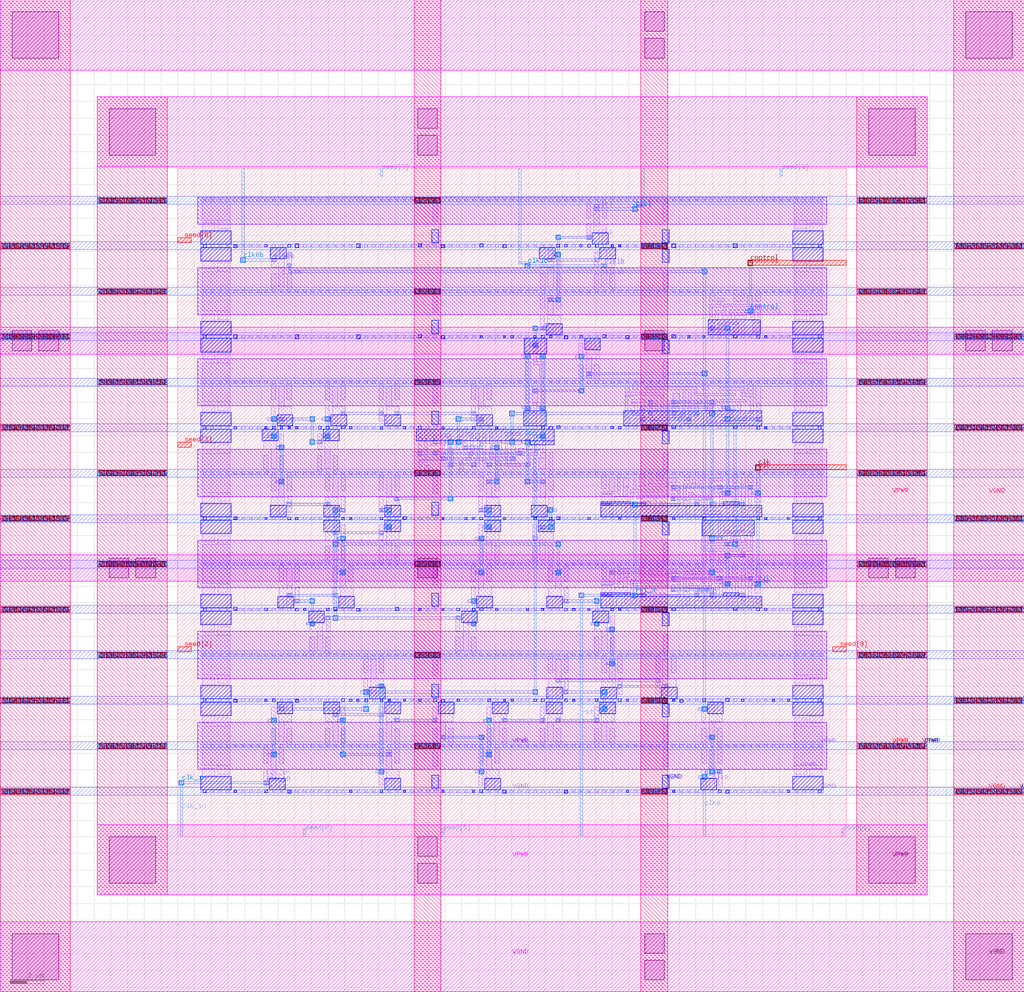
<source format=lef>
VERSION 5.7 ;
  NOWIREEXTENSIONATPIN ON ;
  DIVIDERCHAR "/" ;
  BUSBITCHARS "[]" ;
MACRO sky130_fd_sc_hd__nor2_1
  CLASS BLOCK ;
  FOREIGN sky130_fd_sc_hd__nor2_1 ;
  ORIGIN 0.000 0.000 ;
  SIZE 1.380 BY 2.720 ;
  PIN B
    ANTENNAGATEAREA 0.247500 ;
    PORT
      LAYER li1 ;
        RECT 0.085 1.075 0.435 1.325 ;
    END
  END B
  PIN Y
    ANTENNADIFFAREA 0.435500 ;
    PORT
      LAYER li1 ;
        RECT 0.095 1.665 0.425 2.450 ;
        RECT 0.095 1.495 0.775 1.665 ;
        RECT 0.605 0.895 0.775 1.495 ;
        RECT 0.515 0.255 0.845 0.895 ;
    END
  END Y
  PIN A
    ANTENNAGATEAREA 0.247500 ;
    PORT
      LAYER li1 ;
        RECT 0.945 1.075 1.295 1.325 ;
    END
  END A
  PIN VNB
    PORT
      LAYER pwell ;
        RECT 0.005 0.105 1.355 1.015 ;
        RECT 0.150 -0.085 0.320 0.105 ;
    END
  END VNB
  PIN VPB
    PORT
      LAYER nwell ;
        RECT -0.190 1.305 1.570 2.910 ;
    END
  END VPB
  PIN VGND
    USE GROUND ;
    PORT
      LAYER li1 ;
        RECT 0.105 0.085 0.345 0.895 ;
        RECT 1.015 0.085 1.285 0.895 ;
        RECT 0.000 -0.085 1.380 0.085 ;
      LAYER mcon ;
        RECT 0.145 -0.085 0.315 0.085 ;
        RECT 0.605 -0.085 0.775 0.085 ;
        RECT 1.065 -0.085 1.235 0.085 ;
      LAYER met1 ;
        RECT 0.000 -0.240 1.380 0.240 ;
    END
  END VGND
  PIN VPWR
    USE POWER ;
    PORT
      LAYER li1 ;
        RECT 0.000 2.635 1.380 2.805 ;
        RECT 0.955 1.495 1.285 2.635 ;
      LAYER mcon ;
        RECT 0.145 2.635 0.315 2.805 ;
        RECT 0.605 2.635 0.775 2.805 ;
        RECT 1.065 2.635 1.235 2.805 ;
      LAYER met1 ;
        RECT 0.000 2.480 1.380 2.960 ;
    END
  END VPWR
END sky130_fd_sc_hd__nor2_1
MACRO VIA_M2M3_PR
  CLASS BLOCK ;
  FOREIGN VIA_M2M3_PR ;
  ORIGIN 0.165 0.185 ;
  SIZE 0.330 BY 0.370 ;
  OBS
      LAYER met2 ;
        RECT -0.140 -0.185 0.140 0.185 ;
      LAYER via2 ;
        RECT -0.140 -0.140 0.140 0.140 ;
      LAYER met3 ;
        RECT -0.165 -0.165 0.165 0.165 ;
  END
END VIA_M2M3_PR
MACRO sky130_fd_sc_hd__xnor3_1
  CLASS BLOCK ;
  FOREIGN sky130_fd_sc_hd__xnor3_1 ;
  ORIGIN 0.000 0.000 ;
  SIZE 8.280 BY 2.720 ;
  PIN X
    ANTENNADIFFAREA 0.449000 ;
    PORT
      LAYER li1 ;
        RECT 0.085 1.440 0.365 2.465 ;
        RECT 0.085 0.925 0.330 1.440 ;
        RECT 0.085 0.350 0.345 0.925 ;
    END
  END X
  PIN B
    ANTENNAGATEAREA 0.661500 ;
    PORT
      LAYER li1 ;
        RECT 6.225 1.445 6.805 1.615 ;
        RECT 6.225 0.995 6.395 1.445 ;
    END
  END B
  PIN C
    ANTENNAGATEAREA 0.381000 ;
    PORT
      LAYER li1 ;
        RECT 1.615 1.075 2.180 1.325 ;
    END
  END C
  PIN A
    ANTENNAGATEAREA 0.246000 ;
    PORT
      LAYER li1 ;
        RECT 7.045 1.075 7.455 1.325 ;
    END
  END A
  PIN VNB
    PORT
      LAYER pwell ;
        RECT 0.005 1.005 6.705 1.015 ;
        RECT 0.005 0.115 8.260 1.005 ;
        RECT 0.005 0.105 0.985 0.115 ;
        RECT 3.275 0.105 4.225 0.115 ;
        RECT 6.280 0.105 8.260 0.115 ;
        RECT 0.145 -0.085 0.315 0.105 ;
    END
  END VNB
  PIN VPB
    PORT
      LAYER nwell ;
        RECT -0.190 1.305 8.470 2.910 ;
    END
  END VPB
  PIN VGND
    USE GROUND ;
    PORT
      LAYER li1 ;
        RECT 0.515 0.085 0.765 0.525 ;
        RECT 3.475 0.085 3.645 0.865 ;
        RECT 7.475 0.085 7.645 0.565 ;
        RECT 0.000 -0.085 8.280 0.085 ;
      LAYER mcon ;
        RECT 0.145 -0.085 0.315 0.085 ;
        RECT 0.605 -0.085 0.775 0.085 ;
        RECT 1.065 -0.085 1.235 0.085 ;
        RECT 1.525 -0.085 1.695 0.085 ;
        RECT 1.985 -0.085 2.155 0.085 ;
        RECT 2.445 -0.085 2.615 0.085 ;
        RECT 2.905 -0.085 3.075 0.085 ;
        RECT 3.365 -0.085 3.535 0.085 ;
        RECT 3.825 -0.085 3.995 0.085 ;
        RECT 4.285 -0.085 4.455 0.085 ;
        RECT 4.745 -0.085 4.915 0.085 ;
        RECT 5.205 -0.085 5.375 0.085 ;
        RECT 5.665 -0.085 5.835 0.085 ;
        RECT 6.125 -0.085 6.295 0.085 ;
        RECT 6.585 -0.085 6.755 0.085 ;
        RECT 7.045 -0.085 7.215 0.085 ;
        RECT 7.505 -0.085 7.675 0.085 ;
        RECT 7.965 -0.085 8.135 0.085 ;
      LAYER met1 ;
        RECT 0.000 -0.240 8.280 0.240 ;
    END
  END VGND
  PIN VPWR
    USE POWER ;
    PORT
      LAYER li1 ;
        RECT 0.000 2.635 8.280 2.805 ;
        RECT 0.535 2.215 0.870 2.635 ;
        RECT 3.225 2.235 3.555 2.635 ;
        RECT 7.395 2.275 7.730 2.635 ;
      LAYER mcon ;
        RECT 0.145 2.635 0.315 2.805 ;
        RECT 0.605 2.635 0.775 2.805 ;
        RECT 1.065 2.635 1.235 2.805 ;
        RECT 1.525 2.635 1.695 2.805 ;
        RECT 1.985 2.635 2.155 2.805 ;
        RECT 2.445 2.635 2.615 2.805 ;
        RECT 2.905 2.635 3.075 2.805 ;
        RECT 3.365 2.635 3.535 2.805 ;
        RECT 3.825 2.635 3.995 2.805 ;
        RECT 4.285 2.635 4.455 2.805 ;
        RECT 4.745 2.635 4.915 2.805 ;
        RECT 5.205 2.635 5.375 2.805 ;
        RECT 5.665 2.635 5.835 2.805 ;
        RECT 6.125 2.635 6.295 2.805 ;
        RECT 6.585 2.635 6.755 2.805 ;
        RECT 7.045 2.635 7.215 2.805 ;
        RECT 7.505 2.635 7.675 2.805 ;
        RECT 7.965 2.635 8.135 2.805 ;
      LAYER met1 ;
        RECT 0.000 2.480 8.280 2.960 ;
    END
  END VPWR
  OBS
      LAYER li1 ;
        RECT 1.050 2.235 2.520 2.405 ;
        RECT 3.890 2.275 6.985 2.445 ;
        RECT 1.050 2.045 1.220 2.235 ;
        RECT 3.890 2.065 4.060 2.275 ;
        RECT 0.535 1.875 1.220 2.045 ;
        RECT 1.560 1.895 4.060 2.065 ;
        RECT 0.535 1.325 0.705 1.875 ;
        RECT 0.935 1.535 2.520 1.705 ;
        RECT 0.500 0.995 0.705 1.325 ;
        RECT 0.530 0.865 0.705 0.995 ;
        RECT 0.530 0.695 1.105 0.865 ;
        RECT 0.935 0.425 1.105 0.695 ;
        RECT 1.275 0.595 1.445 1.535 ;
        RECT 2.350 1.325 2.520 1.535 ;
        RECT 2.690 1.525 3.075 1.695 ;
        RECT 2.795 1.375 3.075 1.525 ;
        RECT 2.350 0.995 2.625 1.325 ;
        RECT 1.745 0.795 2.125 0.905 ;
        RECT 2.795 0.795 2.965 1.375 ;
        RECT 3.245 1.205 3.415 1.895 ;
        RECT 3.645 1.445 4.065 1.715 ;
        RECT 1.745 0.625 2.965 0.795 ;
        RECT 3.135 1.035 3.415 1.205 ;
        RECT 3.135 0.455 3.305 1.035 ;
        RECT 2.070 0.425 2.505 0.455 ;
        RECT 0.935 0.255 2.505 0.425 ;
        RECT 2.675 0.285 3.305 0.455 ;
        RECT 3.825 0.415 4.065 1.445 ;
        RECT 4.245 0.595 4.415 2.105 ;
        RECT 4.585 0.890 4.755 2.275 ;
        RECT 7.900 2.105 8.195 2.465 ;
        RECT 4.935 1.615 5.350 2.045 ;
        RECT 5.885 1.935 8.195 2.105 ;
        RECT 4.935 1.445 5.715 1.615 ;
        RECT 4.950 0.995 5.375 1.270 ;
        RECT 4.585 0.825 4.795 0.890 ;
        RECT 4.585 0.720 4.995 0.825 ;
        RECT 4.625 0.655 4.995 0.720 ;
        RECT 4.245 0.485 4.455 0.595 ;
        RECT 4.245 0.265 4.655 0.485 ;
        RECT 4.825 0.320 4.995 0.655 ;
        RECT 5.165 0.630 5.375 0.995 ;
        RECT 5.545 0.425 5.715 1.445 ;
        RECT 5.885 0.595 6.055 1.935 ;
        RECT 7.710 1.875 8.195 1.935 ;
        RECT 6.975 1.495 7.795 1.705 ;
        RECT 7.625 1.325 7.795 1.495 ;
        RECT 6.565 0.945 6.875 1.275 ;
        RECT 7.625 0.995 7.855 1.325 ;
        RECT 6.565 0.730 6.770 0.945 ;
        RECT 7.625 0.905 7.795 0.995 ;
        RECT 7.055 0.750 7.795 0.905 ;
        RECT 7.015 0.735 7.795 0.750 ;
        RECT 6.225 0.425 6.690 0.465 ;
        RECT 5.545 0.255 6.690 0.425 ;
        RECT 7.015 0.295 7.305 0.735 ;
        RECT 8.025 0.585 8.195 1.875 ;
        RECT 7.895 0.255 8.195 0.585 ;
      LAYER mcon ;
        RECT 2.905 1.445 3.075 1.615 ;
        RECT 3.825 0.765 3.995 0.935 ;
        RECT 5.205 1.445 5.375 1.615 ;
        RECT 4.285 0.425 4.455 0.595 ;
        RECT 5.205 0.765 5.375 0.935 ;
        RECT 6.585 0.765 6.755 0.935 ;
        RECT 7.045 0.425 7.215 0.595 ;
      LAYER met1 ;
        RECT 2.845 1.600 3.135 1.645 ;
        RECT 5.145 1.600 5.435 1.645 ;
        RECT 2.845 1.460 5.435 1.600 ;
        RECT 2.845 1.415 3.135 1.460 ;
        RECT 5.145 1.415 5.435 1.460 ;
        RECT 3.765 0.920 4.055 0.965 ;
        RECT 5.145 0.920 5.435 0.965 ;
        RECT 6.525 0.920 6.815 0.965 ;
        RECT 3.765 0.780 6.815 0.920 ;
        RECT 3.765 0.735 4.055 0.780 ;
        RECT 5.145 0.735 5.435 0.780 ;
        RECT 6.525 0.735 6.815 0.780 ;
        RECT 4.225 0.580 4.515 0.625 ;
        RECT 6.985 0.580 7.275 0.625 ;
        RECT 4.225 0.440 7.275 0.580 ;
        RECT 4.225 0.395 4.515 0.440 ;
        RECT 6.985 0.395 7.275 0.440 ;
  END
END sky130_fd_sc_hd__xnor3_1
MACRO sky130_fd_sc_hd__nand2_1
  CLASS BLOCK ;
  FOREIGN sky130_fd_sc_hd__nand2_1 ;
  ORIGIN 0.000 0.000 ;
  SIZE 1.380 BY 2.720 ;
  PIN Y
    ANTENNADIFFAREA 0.439000 ;
    PORT
      LAYER li1 ;
        RECT 0.535 1.485 0.865 2.465 ;
        RECT 0.600 0.885 0.770 1.485 ;
        RECT 0.600 0.255 1.295 0.885 ;
    END
  END Y
  PIN B
    ANTENNAGATEAREA 0.247500 ;
    PORT
      LAYER li1 ;
        RECT 0.095 1.055 0.430 1.325 ;
    END
  END B
  PIN A
    ANTENNAGATEAREA 0.247500 ;
    PORT
      LAYER li1 ;
        RECT 0.940 1.075 1.275 1.325 ;
    END
  END A
  PIN VNB
    PORT
      LAYER pwell ;
        RECT 0.025 0.105 1.375 1.015 ;
        RECT 0.140 -0.085 0.310 0.105 ;
    END
  END VNB
  PIN VPB
    PORT
      LAYER nwell ;
        RECT -0.190 1.305 1.570 2.910 ;
    END
  END VPB
  PIN VGND
    USE GROUND ;
    PORT
      LAYER li1 ;
        RECT 0.085 0.085 0.395 0.885 ;
        RECT 0.000 -0.085 1.380 0.085 ;
      LAYER mcon ;
        RECT 0.145 -0.085 0.315 0.085 ;
        RECT 0.605 -0.085 0.775 0.085 ;
        RECT 1.065 -0.085 1.235 0.085 ;
      LAYER met1 ;
        RECT 0.000 -0.240 1.380 0.240 ;
    END
  END VGND
  PIN VPWR
    USE POWER ;
    PORT
      LAYER li1 ;
        RECT 0.000 2.635 1.380 2.805 ;
        RECT 0.085 1.495 0.365 2.635 ;
        RECT 1.035 1.495 1.295 2.635 ;
      LAYER mcon ;
        RECT 0.145 2.635 0.315 2.805 ;
        RECT 0.605 2.635 0.775 2.805 ;
        RECT 1.065 2.635 1.235 2.805 ;
      LAYER met1 ;
        RECT 0.000 2.480 1.380 2.960 ;
    END
  END VPWR
END sky130_fd_sc_hd__nand2_1
MACRO sky130_fd_sc_hd__mux4_2
  CLASS BLOCK ;
  FOREIGN sky130_fd_sc_hd__mux4_2 ;
  ORIGIN 0.000 0.000 ;
  SIZE 8.280 BY 2.720 ;
  PIN X
    ANTENNADIFFAREA 0.445500 ;
    PORT
      LAYER li1 ;
        RECT 7.355 1.835 7.765 2.455 ;
        RECT 7.455 1.495 7.765 1.835 ;
        RECT 7.595 0.725 7.765 1.495 ;
        RECT 7.435 0.265 7.765 0.725 ;
    END
  END X
  PIN S0
    ANTENNAGATEAREA 0.393000 ;
    PORT
      LAYER li1 ;
        RECT 0.145 0.975 0.325 1.745 ;
        RECT 1.005 1.445 1.390 1.615 ;
        RECT 1.220 1.285 1.390 1.445 ;
        RECT 6.125 1.245 6.465 1.645 ;
      LAYER mcon ;
        RECT 0.145 1.445 0.315 1.615 ;
        RECT 1.065 1.445 1.235 1.615 ;
        RECT 6.125 1.445 6.295 1.615 ;
      LAYER met1 ;
        RECT 0.085 1.600 0.375 1.645 ;
        RECT 1.005 1.600 1.295 1.645 ;
        RECT 6.065 1.600 6.355 1.645 ;
        RECT 0.085 1.460 6.355 1.600 ;
        RECT 0.085 1.415 0.375 1.460 ;
        RECT 1.005 1.415 1.295 1.460 ;
        RECT 6.065 1.415 6.355 1.460 ;
    END
  END S0
  PIN A2
    ANTENNAGATEAREA 0.159000 ;
    PORT
      LAYER li1 ;
        RECT 0.835 0.765 1.235 1.095 ;
        RECT 1.020 0.395 1.235 0.765 ;
    END
  END A2
  PIN A3
    ANTENNAGATEAREA 0.159000 ;
    PORT
      LAYER li1 ;
        RECT 2.410 1.015 2.615 1.320 ;
        RECT 2.240 0.715 2.615 1.015 ;
    END
  END A3
  PIN S1
    ANTENNAGATEAREA 0.303000 ;
    PORT
      LAYER li1 ;
        RECT 2.785 0.715 3.075 1.320 ;
    END
  END S1
  PIN A1
    ANTENNAGATEAREA 0.159000 ;
    PORT
      LAYER li1 ;
        RECT 4.745 0.715 5.115 1.395 ;
    END
  END A1
  PIN A0
    ANTENNAGATEAREA 0.159000 ;
    PORT
      LAYER li1 ;
        RECT 6.635 1.075 6.945 1.325 ;
        RECT 6.535 0.995 6.945 1.075 ;
        RECT 6.535 0.375 6.845 0.995 ;
    END
  END A0
  PIN VNB
    PORT
      LAYER pwell ;
        RECT 6.825 0.785 8.275 1.015 ;
        RECT 0.005 0.105 8.275 0.785 ;
        RECT 0.145 -0.085 0.315 0.105 ;
    END
  END VNB
  PIN VPB
    PORT
      LAYER nwell ;
        RECT -0.190 1.305 8.470 2.910 ;
    END
  END VPB
  PIN VGND
    USE GROUND ;
    PORT
      LAYER li1 ;
        RECT 0.515 0.085 0.845 0.465 ;
        RECT 2.450 0.085 2.780 0.545 ;
        RECT 4.795 0.085 5.125 0.545 ;
        RECT 7.015 0.085 7.265 0.815 ;
        RECT 7.935 0.085 8.190 0.885 ;
        RECT 0.000 -0.085 8.280 0.085 ;
      LAYER mcon ;
        RECT 0.145 -0.085 0.315 0.085 ;
        RECT 0.605 -0.085 0.775 0.085 ;
        RECT 1.065 -0.085 1.235 0.085 ;
        RECT 1.525 -0.085 1.695 0.085 ;
        RECT 1.985 -0.085 2.155 0.085 ;
        RECT 2.445 -0.085 2.615 0.085 ;
        RECT 2.905 -0.085 3.075 0.085 ;
        RECT 3.365 -0.085 3.535 0.085 ;
        RECT 3.825 -0.085 3.995 0.085 ;
        RECT 4.285 -0.085 4.455 0.085 ;
        RECT 4.745 -0.085 4.915 0.085 ;
        RECT 5.205 -0.085 5.375 0.085 ;
        RECT 5.665 -0.085 5.835 0.085 ;
        RECT 6.125 -0.085 6.295 0.085 ;
        RECT 6.585 -0.085 6.755 0.085 ;
        RECT 7.045 -0.085 7.215 0.085 ;
        RECT 7.505 -0.085 7.675 0.085 ;
        RECT 7.965 -0.085 8.135 0.085 ;
      LAYER met1 ;
        RECT 0.000 -0.240 8.280 0.240 ;
    END
  END VGND
  PIN VPWR
    USE POWER ;
    PORT
      LAYER li1 ;
        RECT 0.000 2.635 8.280 2.805 ;
        RECT 0.515 2.255 0.845 2.635 ;
        RECT 2.595 2.055 2.825 2.635 ;
        RECT 4.755 2.005 5.100 2.635 ;
        RECT 7.015 1.835 7.185 2.635 ;
        RECT 7.935 1.495 8.185 2.635 ;
      LAYER mcon ;
        RECT 0.145 2.635 0.315 2.805 ;
        RECT 0.605 2.635 0.775 2.805 ;
        RECT 1.065 2.635 1.235 2.805 ;
        RECT 1.525 2.635 1.695 2.805 ;
        RECT 1.985 2.635 2.155 2.805 ;
        RECT 2.445 2.635 2.615 2.805 ;
        RECT 2.905 2.635 3.075 2.805 ;
        RECT 3.365 2.635 3.535 2.805 ;
        RECT 3.825 2.635 3.995 2.805 ;
        RECT 4.285 2.635 4.455 2.805 ;
        RECT 4.745 2.635 4.915 2.805 ;
        RECT 5.205 2.635 5.375 2.805 ;
        RECT 5.665 2.635 5.835 2.805 ;
        RECT 6.125 2.635 6.295 2.805 ;
        RECT 6.585 2.635 6.755 2.805 ;
        RECT 7.045 2.635 7.215 2.805 ;
        RECT 7.505 2.635 7.675 2.805 ;
        RECT 7.965 2.635 8.135 2.805 ;
      LAYER met1 ;
        RECT 0.000 2.480 8.280 2.960 ;
    END
  END VPWR
  OBS
      LAYER li1 ;
        RECT 0.175 2.085 0.345 2.375 ;
        RECT 1.410 2.125 2.240 2.295 ;
        RECT 3.305 2.125 3.820 2.295 ;
        RECT 0.175 1.955 0.665 2.085 ;
        RECT 0.175 1.915 1.900 1.955 ;
        RECT 0.495 1.785 1.900 1.915 ;
        RECT 0.495 0.805 0.665 1.785 ;
        RECT 1.560 1.575 1.900 1.785 ;
        RECT 1.560 1.035 1.730 1.575 ;
        RECT 2.070 1.405 2.240 2.125 ;
        RECT 2.970 1.785 3.315 1.955 ;
        RECT 3.565 1.810 3.820 2.125 ;
        RECT 3.145 1.660 3.315 1.785 ;
        RECT 3.145 1.490 3.415 1.660 ;
        RECT 0.170 0.635 0.665 0.805 ;
        RECT 1.405 0.705 1.730 1.035 ;
        RECT 1.900 1.235 2.240 1.405 ;
        RECT 3.245 1.390 3.415 1.490 ;
        RECT 0.170 0.345 0.345 0.635 ;
        RECT 1.900 0.535 2.070 1.235 ;
        RECT 1.470 0.365 2.070 0.535 ;
        RECT 3.245 1.060 3.480 1.390 ;
        RECT 3.245 0.465 3.415 1.060 ;
        RECT 3.650 0.675 3.820 1.810 ;
        RECT 2.985 0.295 3.415 0.465 ;
        RECT 3.585 0.345 3.820 0.675 ;
        RECT 3.990 2.125 4.515 2.295 ;
        RECT 5.325 2.155 6.275 2.325 ;
        RECT 3.990 0.345 4.180 2.125 ;
        RECT 4.395 1.735 4.585 1.895 ;
        RECT 5.325 1.735 5.495 2.155 ;
        RECT 6.525 2.125 6.845 2.295 ;
        RECT 4.395 1.565 5.495 1.735 ;
        RECT 4.395 0.585 4.565 1.565 ;
        RECT 4.395 0.255 4.600 0.585 ;
        RECT 5.325 0.465 5.495 1.565 ;
        RECT 5.665 1.035 5.955 1.985 ;
        RECT 6.675 1.665 6.845 2.125 ;
        RECT 6.675 1.495 7.285 1.665 ;
        RECT 7.115 1.325 7.285 1.495 ;
        RECT 5.665 0.705 6.285 1.035 ;
        RECT 7.115 0.995 7.425 1.325 ;
        RECT 5.325 0.295 6.220 0.465 ;
      LAYER mcon ;
        RECT 1.985 2.125 2.155 2.295 ;
        RECT 3.365 2.125 3.535 2.295 ;
        RECT 1.525 1.785 1.695 1.955 ;
        RECT 4.285 2.125 4.455 2.295 ;
        RECT 6.585 2.125 6.755 2.295 ;
        RECT 5.665 1.785 5.835 1.955 ;
      LAYER met1 ;
        RECT 1.925 2.280 2.215 2.325 ;
        RECT 3.305 2.280 3.595 2.325 ;
        RECT 1.925 2.140 3.595 2.280 ;
        RECT 1.925 2.095 2.215 2.140 ;
        RECT 3.305 2.095 3.595 2.140 ;
        RECT 4.225 2.280 4.515 2.325 ;
        RECT 6.525 2.280 6.815 2.325 ;
        RECT 4.225 2.140 6.815 2.280 ;
        RECT 4.225 2.095 4.515 2.140 ;
        RECT 6.525 2.095 6.815 2.140 ;
        RECT 1.465 1.940 1.755 1.985 ;
        RECT 5.605 1.940 5.895 1.985 ;
        RECT 1.465 1.800 5.895 1.940 ;
        RECT 1.465 1.755 1.755 1.800 ;
        RECT 5.605 1.755 5.895 1.800 ;
  END
END sky130_fd_sc_hd__mux4_2
MACRO sky130_fd_sc_hd__xnor2_1
  CLASS BLOCK ;
  FOREIGN sky130_fd_sc_hd__xnor2_1 ;
  ORIGIN 0.000 0.000 ;
  SIZE 3.220 BY 2.720 ;
  PIN B
    ANTENNAGATEAREA 0.495000 ;
    PORT
      LAYER li1 ;
        RECT 0.425 1.445 1.965 1.615 ;
        RECT 0.425 0.995 0.670 1.445 ;
        RECT 1.795 1.245 1.965 1.445 ;
        RECT 1.795 1.075 2.395 1.245 ;
    END
  END B
  PIN Y
    ANTENNADIFFAREA 0.525000 ;
    PORT
      LAYER li1 ;
        RECT 2.265 2.125 2.645 2.295 ;
        RECT 2.475 1.955 2.645 2.125 ;
        RECT 2.475 1.755 3.135 1.955 ;
        RECT 2.965 0.825 3.135 1.755 ;
        RECT 2.815 0.345 3.135 0.825 ;
    END
  END Y
  PIN A
    ANTENNAGATEAREA 0.495000 ;
    PORT
      LAYER li1 ;
        RECT 0.930 1.075 1.625 1.275 ;
    END
  END A
  PIN VNB
    PORT
      LAYER pwell ;
        RECT 0.105 0.105 3.215 1.015 ;
        RECT 0.145 -0.085 0.315 0.105 ;
    END
  END VNB
  PIN VPB
    PORT
      LAYER nwell ;
        RECT -0.190 1.305 3.410 2.910 ;
    END
  END VPB
  PIN VGND
    USE GROUND ;
    PORT
      LAYER li1 ;
        RECT 1.055 0.085 1.225 0.905 ;
        RECT 1.895 0.085 2.245 0.475 ;
        RECT 0.000 -0.085 3.220 0.085 ;
      LAYER mcon ;
        RECT 0.145 -0.085 0.315 0.085 ;
        RECT 0.605 -0.085 0.775 0.085 ;
        RECT 1.065 -0.085 1.235 0.085 ;
        RECT 1.525 -0.085 1.695 0.085 ;
        RECT 1.985 -0.085 2.155 0.085 ;
        RECT 2.445 -0.085 2.615 0.085 ;
        RECT 2.905 -0.085 3.075 0.085 ;
      LAYER met1 ;
        RECT 0.000 -0.240 3.220 0.240 ;
    END
  END VGND
  PIN VPWR
    USE POWER ;
    PORT
      LAYER li1 ;
        RECT 0.000 2.635 3.220 2.805 ;
        RECT 0.085 2.125 0.385 2.635 ;
        RECT 1.055 2.125 1.685 2.635 ;
        RECT 2.815 2.125 3.115 2.635 ;
      LAYER mcon ;
        RECT 0.145 2.635 0.315 2.805 ;
        RECT 0.605 2.635 0.775 2.805 ;
        RECT 1.065 2.635 1.235 2.805 ;
        RECT 1.525 2.635 1.695 2.805 ;
        RECT 1.985 2.635 2.155 2.805 ;
        RECT 2.445 2.635 2.615 2.805 ;
        RECT 2.905 2.635 3.075 2.805 ;
      LAYER met1 ;
        RECT 0.000 2.480 3.220 2.960 ;
    END
  END VPWR
  OBS
      LAYER li1 ;
        RECT 0.555 1.955 0.885 2.465 ;
        RECT 0.085 1.785 2.305 1.955 ;
        RECT 0.085 0.825 0.255 1.785 ;
        RECT 2.135 1.585 2.305 1.785 ;
        RECT 2.135 1.415 2.795 1.585 ;
        RECT 2.625 0.995 2.795 1.415 ;
        RECT 1.395 0.825 2.305 0.905 ;
        RECT 0.085 0.280 0.550 0.825 ;
        RECT 1.395 0.735 2.645 0.825 ;
        RECT 1.395 0.255 1.725 0.735 ;
        RECT 2.135 0.655 2.645 0.735 ;
        RECT 2.415 0.255 2.645 0.655 ;
  END
END sky130_fd_sc_hd__xnor2_1
MACRO sky130_fd_sc_hd__dfstp_2
  CLASS BLOCK ;
  FOREIGN sky130_fd_sc_hd__dfstp_2 ;
  ORIGIN 0.000 0.000 ;
  SIZE 9.660 BY 2.720 ;
  PIN Q
    ANTENNADIFFAREA 0.445500 ;
    PORT
      LAYER li1 ;
        RECT 8.810 1.615 9.140 2.460 ;
        RECT 8.810 1.495 9.575 1.615 ;
        RECT 8.975 1.445 9.575 1.495 ;
        RECT 9.020 0.895 9.575 1.445 ;
        RECT 8.990 0.855 9.575 0.895 ;
        RECT 8.975 0.825 9.575 0.855 ;
        RECT 8.890 0.765 9.575 0.825 ;
        RECT 8.890 0.265 9.135 0.765 ;
    END
  END Q
  PIN D
    ANTENNAGATEAREA 0.222000 ;
    PORT
      LAYER li1 ;
        RECT 1.770 1.005 2.180 1.625 ;
    END
  END D
  PIN VPWR
    USE POWER ;
    PORT
      LAYER li1 ;
        RECT 0.000 2.635 9.660 2.805 ;
        RECT 0.515 2.135 0.845 2.635 ;
        RECT 1.455 2.135 1.785 2.635 ;
        RECT 3.430 2.255 3.810 2.635 ;
        RECT 4.330 2.255 4.660 2.635 ;
        RECT 5.920 2.255 6.340 2.635 ;
        RECT 7.010 1.945 7.340 2.635 ;
        RECT 8.470 1.495 8.640 2.635 ;
        RECT 9.310 1.785 9.575 2.635 ;
      LAYER mcon ;
        RECT 0.145 2.635 0.315 2.805 ;
        RECT 0.605 2.635 0.775 2.805 ;
        RECT 1.065 2.635 1.235 2.805 ;
        RECT 1.525 2.635 1.695 2.805 ;
        RECT 1.985 2.635 2.155 2.805 ;
        RECT 2.445 2.635 2.615 2.805 ;
        RECT 2.905 2.635 3.075 2.805 ;
        RECT 3.365 2.635 3.535 2.805 ;
        RECT 3.825 2.635 3.995 2.805 ;
        RECT 4.285 2.635 4.455 2.805 ;
        RECT 4.745 2.635 4.915 2.805 ;
        RECT 5.205 2.635 5.375 2.805 ;
        RECT 5.665 2.635 5.835 2.805 ;
        RECT 6.125 2.635 6.295 2.805 ;
        RECT 6.585 2.635 6.755 2.805 ;
        RECT 7.045 2.635 7.215 2.805 ;
        RECT 7.505 2.635 7.675 2.805 ;
        RECT 7.965 2.635 8.135 2.805 ;
        RECT 8.425 2.635 8.595 2.805 ;
        RECT 8.885 2.635 9.055 2.805 ;
        RECT 9.345 2.635 9.515 2.805 ;
      LAYER met1 ;
        RECT 0.000 2.480 9.660 2.960 ;
    END
  END VPWR
  PIN SET_B
    ANTENNAGATEAREA 0.252000 ;
    PORT
      LAYER li1 ;
        RECT 3.610 0.735 4.020 1.065 ;
        RECT 6.660 1.005 7.010 1.065 ;
        RECT 6.660 0.735 7.340 1.005 ;
      LAYER mcon ;
        RECT 3.825 0.765 3.995 0.935 ;
        RECT 7.045 0.765 7.215 0.935 ;
      LAYER met1 ;
        RECT 3.765 0.920 4.055 0.965 ;
        RECT 6.985 0.920 7.275 0.965 ;
        RECT 3.765 0.780 7.275 0.920 ;
        RECT 3.765 0.735 4.055 0.780 ;
        RECT 6.985 0.735 7.275 0.780 ;
    END
  END SET_B
  PIN CLK
    ANTENNAGATEAREA 0.159000 ;
    PORT
      LAYER li1 ;
        RECT 0.085 0.975 0.435 1.625 ;
    END
  END CLK
  PIN VGND
    USE GROUND ;
    PORT
      LAYER li1 ;
        RECT 0.515 0.085 0.845 0.465 ;
        RECT 1.455 0.085 1.785 0.465 ;
        RECT 3.610 0.085 4.020 0.525 ;
        RECT 4.760 0.085 5.080 0.545 ;
        RECT 6.690 0.085 7.330 0.565 ;
        RECT 8.390 0.085 8.720 0.825 ;
        RECT 9.305 0.085 9.575 0.595 ;
        RECT 0.000 -0.085 9.660 0.085 ;
      LAYER mcon ;
        RECT 0.145 -0.085 0.315 0.085 ;
        RECT 0.605 -0.085 0.775 0.085 ;
        RECT 1.065 -0.085 1.235 0.085 ;
        RECT 1.525 -0.085 1.695 0.085 ;
        RECT 1.985 -0.085 2.155 0.085 ;
        RECT 2.445 -0.085 2.615 0.085 ;
        RECT 2.905 -0.085 3.075 0.085 ;
        RECT 3.365 -0.085 3.535 0.085 ;
        RECT 3.825 -0.085 3.995 0.085 ;
        RECT 4.285 -0.085 4.455 0.085 ;
        RECT 4.745 -0.085 4.915 0.085 ;
        RECT 5.205 -0.085 5.375 0.085 ;
        RECT 5.665 -0.085 5.835 0.085 ;
        RECT 6.125 -0.085 6.295 0.085 ;
        RECT 6.585 -0.085 6.755 0.085 ;
        RECT 7.045 -0.085 7.215 0.085 ;
        RECT 7.505 -0.085 7.675 0.085 ;
        RECT 7.965 -0.085 8.135 0.085 ;
        RECT 8.425 -0.085 8.595 0.085 ;
        RECT 8.885 -0.085 9.055 0.085 ;
        RECT 9.345 -0.085 9.515 0.085 ;
      LAYER met1 ;
        RECT 0.000 -0.240 9.660 0.240 ;
    END
  END VGND
  PIN VNB
    PORT
      LAYER pwell ;
        RECT 1.365 0.785 2.285 1.005 ;
        RECT 7.880 0.905 9.650 1.015 ;
        RECT 6.950 0.785 9.650 0.905 ;
        RECT 0.005 0.105 9.650 0.785 ;
        RECT 0.145 -0.085 0.315 0.105 ;
    END
  END VNB
  PIN VPB
    PORT
      LAYER nwell ;
        RECT -0.190 1.305 9.850 2.910 ;
    END
  END VPB
  OBS
      LAYER li1 ;
        RECT 0.085 1.965 0.345 2.465 ;
        RECT 1.015 2.045 1.235 2.465 ;
        RECT 0.085 1.795 0.835 1.965 ;
        RECT 0.605 0.805 0.835 1.795 ;
        RECT 0.085 0.635 0.835 0.805 ;
        RECT 0.085 0.345 0.345 0.635 ;
        RECT 1.005 0.565 1.235 2.045 ;
        RECT 1.955 1.965 2.125 2.465 ;
        RECT 2.360 2.250 3.190 2.420 ;
        RECT 1.430 1.795 2.125 1.965 ;
        RECT 1.430 0.825 1.600 1.795 ;
        RECT 2.350 1.575 2.850 1.955 ;
        RECT 1.430 0.635 2.125 0.825 ;
        RECT 2.350 0.705 2.570 1.575 ;
        RECT 3.020 1.405 3.190 2.250 ;
        RECT 3.990 2.085 4.160 2.375 ;
        RECT 5.110 2.165 5.740 2.415 ;
        RECT 5.570 2.085 5.740 2.165 ;
        RECT 6.540 2.085 6.780 2.375 ;
        RECT 3.360 1.835 4.710 2.085 ;
        RECT 3.360 1.575 3.610 1.835 ;
        RECT 4.120 1.405 4.370 1.565 ;
        RECT 3.020 1.235 4.370 1.405 ;
        RECT 3.020 1.195 3.440 1.235 ;
        RECT 2.750 0.645 3.100 1.015 ;
        RECT 1.015 0.345 1.235 0.565 ;
        RECT 1.955 0.305 2.125 0.635 ;
        RECT 3.270 0.465 3.440 1.195 ;
        RECT 4.540 1.065 4.710 1.835 ;
        RECT 2.425 0.265 3.440 0.465 ;
        RECT 4.310 0.725 4.710 1.065 ;
        RECT 4.880 1.655 5.400 1.965 ;
        RECT 5.570 1.915 6.780 2.085 ;
        RECT 4.880 0.895 5.050 1.655 ;
        RECT 5.220 1.065 5.400 1.475 ;
        RECT 5.570 1.405 5.740 1.915 ;
        RECT 7.510 1.765 7.680 2.375 ;
        RECT 7.970 1.915 8.300 2.425 ;
        RECT 7.510 1.745 7.880 1.765 ;
        RECT 5.910 1.575 7.880 1.745 ;
        RECT 5.570 1.235 7.490 1.405 ;
        RECT 5.800 0.895 6.150 1.015 ;
        RECT 4.880 0.725 6.150 0.895 ;
        RECT 4.310 0.295 4.560 0.725 ;
        RECT 6.320 0.475 6.490 1.235 ;
        RECT 7.140 1.175 7.490 1.235 ;
        RECT 7.690 0.680 7.880 1.575 ;
        RECT 5.640 0.305 6.490 0.475 ;
        RECT 7.530 0.350 7.880 0.680 ;
        RECT 8.050 1.325 8.300 1.915 ;
        RECT 8.050 0.995 8.850 1.325 ;
        RECT 8.050 0.345 8.220 0.995 ;
      LAYER mcon ;
        RECT 0.605 1.785 0.775 1.955 ;
        RECT 1.065 0.765 1.235 0.935 ;
        RECT 2.445 1.785 2.615 1.955 ;
        RECT 2.905 0.765 3.075 0.935 ;
        RECT 5.205 1.785 5.375 1.955 ;
        RECT 5.225 1.105 5.395 1.275 ;
      LAYER met1 ;
        RECT 0.545 1.940 0.835 1.985 ;
        RECT 2.385 1.940 2.675 1.985 ;
        RECT 5.145 1.940 5.435 1.985 ;
        RECT 0.545 1.800 5.435 1.940 ;
        RECT 0.545 1.755 0.835 1.800 ;
        RECT 2.385 1.755 2.675 1.800 ;
        RECT 5.145 1.755 5.435 1.800 ;
        RECT 5.165 1.260 5.455 1.305 ;
        RECT 2.920 1.120 5.455 1.260 ;
        RECT 2.920 0.965 3.135 1.120 ;
        RECT 5.165 1.075 5.455 1.120 ;
        RECT 1.005 0.920 1.295 0.965 ;
        RECT 2.845 0.920 3.135 0.965 ;
        RECT 1.005 0.780 3.135 0.920 ;
        RECT 1.005 0.735 1.295 0.780 ;
        RECT 2.845 0.735 3.135 0.780 ;
  END
END sky130_fd_sc_hd__dfstp_2
MACRO VIA_via4_1600x1600
  CLASS BLOCK ;
  FOREIGN VIA_via4_1600x1600 ;
  ORIGIN 0.800 0.800 ;
  SIZE 1.600 BY 1.600 ;
  OBS
      LAYER met4 ;
        RECT -0.800 -0.800 0.800 0.800 ;
      LAYER via4 ;
        RECT -0.590 -0.590 0.590 0.590 ;
      LAYER met5 ;
        RECT -0.800 -0.800 0.800 0.800 ;
  END
END VIA_via4_1600x1600
MACRO VIA_via4_4200x1600
  CLASS BLOCK ;
  FOREIGN VIA_via4_4200x1600 ;
  ORIGIN 2.100 0.800 ;
  SIZE 4.200 BY 1.600 ;
  OBS
      LAYER met4 ;
        RECT -2.100 -0.800 2.100 0.800 ;
      LAYER via4 ;
        RECT -1.390 -0.590 -0.210 0.590 ;
        RECT 0.210 -0.590 1.390 0.590 ;
      LAYER met5 ;
        RECT -2.100 -0.800 2.100 0.800 ;
  END
END VIA_via4_4200x1600
MACRO sky130_fd_sc_hd__fill_2
  CLASS BLOCK ;
  FOREIGN sky130_fd_sc_hd__fill_2 ;
  ORIGIN 0.000 0.000 ;
  SIZE 0.920 BY 2.720 ;
  PIN VNB
    PORT
      LAYER pwell ;
        RECT 0.155 -0.050 0.315 0.060 ;
    END
  END VNB
  PIN VPB
    PORT
      LAYER nwell ;
        RECT -0.190 1.305 1.110 2.910 ;
    END
  END VPB
  PIN VGND
    USE GROUND ;
    PORT
      LAYER li1 ;
        RECT 0.000 -0.085 0.920 0.085 ;
      LAYER mcon ;
        RECT 0.145 -0.085 0.315 0.085 ;
        RECT 0.605 -0.085 0.775 0.085 ;
      LAYER met1 ;
        RECT 0.000 -0.240 0.920 0.240 ;
    END
  END VGND
  PIN VPWR
    USE POWER ;
    PORT
      LAYER li1 ;
        RECT 0.000 2.635 0.920 2.805 ;
      LAYER mcon ;
        RECT 0.145 2.635 0.315 2.805 ;
        RECT 0.605 2.635 0.775 2.805 ;
      LAYER met1 ;
        RECT 0.000 2.480 0.920 2.960 ;
    END
  END VPWR
END sky130_fd_sc_hd__fill_2
MACRO VIA_via3_1600x480
  CLASS BLOCK ;
  FOREIGN VIA_via3_1600x480 ;
  ORIGIN 0.800 0.240 ;
  SIZE 1.600 BY 0.480 ;
  OBS
      LAYER met3 ;
        RECT -0.800 -0.160 0.800 0.160 ;
      LAYER via3 ;
        RECT -0.760 -0.160 -0.440 0.160 ;
        RECT -0.360 -0.160 -0.040 0.160 ;
        RECT 0.040 -0.160 0.360 0.160 ;
        RECT 0.440 -0.160 0.760 0.160 ;
      LAYER met4 ;
        RECT -0.800 -0.240 0.800 0.240 ;
  END
END VIA_via3_1600x480
MACRO VIA_via_1600x480
  CLASS BLOCK ;
  FOREIGN VIA_via_1600x480 ;
  ORIGIN 0.800 0.240 ;
  SIZE 1.600 BY 0.480 ;
  OBS
      LAYER met1 ;
        RECT -0.800 -0.240 0.800 0.240 ;
      LAYER via ;
        RECT -0.770 -0.130 -0.510 0.130 ;
        RECT -0.450 -0.130 -0.190 0.130 ;
        RECT -0.130 -0.130 0.130 0.130 ;
        RECT 0.190 -0.130 0.450 0.130 ;
        RECT 0.510 -0.130 0.770 0.130 ;
      LAYER met2 ;
        RECT -0.770 -0.240 0.770 0.240 ;
  END
END VIA_via_1600x480
MACRO VIA_via2_1600x480
  CLASS BLOCK ;
  FOREIGN VIA_via2_1600x480 ;
  ORIGIN 0.800 0.240 ;
  SIZE 1.600 BY 0.480 ;
  OBS
      LAYER met2 ;
        RECT -0.740 -0.240 0.740 0.240 ;
      LAYER via2 ;
        RECT -0.740 -0.140 -0.460 0.140 ;
        RECT -0.340 -0.140 -0.060 0.140 ;
        RECT 0.060 -0.140 0.340 0.140 ;
        RECT 0.460 -0.140 0.740 0.140 ;
      LAYER met3 ;
        RECT -0.800 -0.165 0.800 0.165 ;
  END
END VIA_via2_1600x480
MACRO sky130_fd_sc_hd__tapvpwrvgnd_1
  CLASS BLOCK ;
  FOREIGN sky130_fd_sc_hd__tapvpwrvgnd_1 ;
  ORIGIN 0.000 0.000 ;
  SIZE 0.460 BY 2.720 ;
  PIN VPWR
    USE POWER ;
    PORT
      LAYER nwell ;
        RECT -0.190 1.305 0.650 2.910 ;
      LAYER li1 ;
        RECT 0.000 2.635 0.460 2.805 ;
        RECT 0.085 1.470 0.375 2.635 ;
      LAYER mcon ;
        RECT 0.145 2.635 0.315 2.805 ;
      LAYER met1 ;
        RECT 0.000 2.480 0.460 2.960 ;
    END
  END VPWR
  PIN VGND
    USE GROUND ;
    PORT
      LAYER pwell ;
        RECT 0.015 0.190 0.445 0.975 ;
      LAYER li1 ;
        RECT 0.085 0.085 0.375 0.810 ;
        RECT 0.000 -0.085 0.460 0.085 ;
      LAYER mcon ;
        RECT 0.145 -0.085 0.315 0.085 ;
      LAYER met1 ;
        RECT 0.000 -0.240 0.460 0.240 ;
    END
  END VGND
END sky130_fd_sc_hd__tapvpwrvgnd_1
MACRO sky130_fd_sc_hd__fill_1
  CLASS BLOCK ;
  FOREIGN sky130_fd_sc_hd__fill_1 ;
  ORIGIN 0.000 0.000 ;
  SIZE 0.460 BY 2.720 ;
  PIN VNB
    PORT
      LAYER pwell ;
        RECT 0.140 -0.055 0.260 0.055 ;
    END
  END VNB
  PIN VPB
    PORT
      LAYER nwell ;
        RECT -0.190 1.305 0.650 2.910 ;
    END
  END VPB
  PIN VPWR
    USE POWER ;
    PORT
      LAYER li1 ;
        RECT 0.000 2.635 0.460 2.805 ;
      LAYER mcon ;
        RECT 0.145 2.635 0.315 2.805 ;
      LAYER met1 ;
        RECT 0.000 2.480 0.460 2.960 ;
    END
  END VPWR
  PIN VGND
    USE GROUND ;
    PORT
      LAYER li1 ;
        RECT 0.000 -0.085 0.460 0.085 ;
      LAYER mcon ;
        RECT 0.145 -0.085 0.315 0.085 ;
      LAYER met1 ;
        RECT 0.000 -0.240 0.460 0.240 ;
    END
  END VGND
END sky130_fd_sc_hd__fill_1
MACRO sky130_fd_sc_hd__decap_4
  CLASS BLOCK ;
  FOREIGN sky130_fd_sc_hd__decap_4 ;
  ORIGIN 0.000 0.000 ;
  SIZE 1.840 BY 2.720 ;
  PIN VNB
    PORT
      LAYER pwell ;
        RECT 0.005 0.105 1.835 0.915 ;
        RECT 0.145 -0.085 0.315 0.105 ;
    END
  END VNB
  PIN VPB
    PORT
      LAYER nwell ;
        RECT -0.190 1.305 2.030 2.910 ;
    END
  END VPB
  PIN VGND
    USE GROUND ;
    PORT
      LAYER li1 ;
        RECT 0.085 0.855 0.835 1.375 ;
        RECT 0.085 0.085 1.755 0.855 ;
        RECT 0.000 -0.085 1.840 0.085 ;
      LAYER mcon ;
        RECT 0.145 -0.085 0.315 0.085 ;
        RECT 0.605 -0.085 0.775 0.085 ;
        RECT 1.065 -0.085 1.235 0.085 ;
        RECT 1.525 -0.085 1.695 0.085 ;
      LAYER met1 ;
        RECT 0.000 -0.240 1.840 0.240 ;
    END
  END VGND
  PIN VPWR
    USE POWER ;
    PORT
      LAYER li1 ;
        RECT 0.000 2.635 1.840 2.805 ;
        RECT 0.085 1.545 1.755 2.635 ;
        RECT 1.005 1.025 1.755 1.545 ;
      LAYER mcon ;
        RECT 0.145 2.635 0.315 2.805 ;
        RECT 0.605 2.635 0.775 2.805 ;
        RECT 1.065 2.635 1.235 2.805 ;
        RECT 1.525 2.635 1.695 2.805 ;
      LAYER met1 ;
        RECT 0.000 2.480 1.840 2.960 ;
    END
  END VPWR
END sky130_fd_sc_hd__decap_4
MACRO sky130_fd_sc_hd__clkinv_1
  CLASS BLOCK ;
  FOREIGN sky130_fd_sc_hd__clkinv_1 ;
  ORIGIN 0.000 0.000 ;
  SIZE 1.380 BY 2.720 ;
  PIN Y
    ANTENNADIFFAREA 0.336000 ;
    PORT
      LAYER li1 ;
        RECT 0.515 1.290 0.845 2.465 ;
        RECT 0.515 0.760 1.295 1.290 ;
        RECT 0.515 0.255 0.840 0.760 ;
    END
  END Y
  PIN A
    ANTENNAGATEAREA 0.315000 ;
    PORT
      LAYER li1 ;
        RECT 0.085 0.375 0.325 1.325 ;
    END
  END A
  PIN VNB
    PORT
      LAYER pwell ;
        RECT 0.145 -0.085 0.315 0.085 ;
    END
  END VNB
  PIN VPB
    PORT
      LAYER nwell ;
        RECT -0.190 1.305 1.570 2.910 ;
    END
  END VPB
  PIN VGND
    USE GROUND ;
    PORT
      LAYER li1 ;
        RECT 1.010 0.085 1.295 0.590 ;
        RECT 0.000 -0.085 1.380 0.085 ;
      LAYER mcon ;
        RECT 0.145 -0.085 0.315 0.085 ;
        RECT 0.605 -0.085 0.775 0.085 ;
        RECT 1.065 -0.085 1.235 0.085 ;
      LAYER met1 ;
        RECT 0.000 -0.240 1.380 0.240 ;
    END
  END VGND
  PIN VPWR
    USE POWER ;
    PORT
      LAYER li1 ;
        RECT 0.000 2.635 1.380 2.805 ;
        RECT 0.085 1.665 0.345 2.635 ;
        RECT 1.015 1.665 1.295 2.635 ;
      LAYER mcon ;
        RECT 0.145 2.635 0.315 2.805 ;
        RECT 0.605 2.635 0.775 2.805 ;
        RECT 1.065 2.635 1.235 2.805 ;
      LAYER met1 ;
        RECT 0.000 2.480 1.380 2.960 ;
    END
  END VPWR
  OBS
      LAYER pwell ;
        RECT 0.420 0.105 1.375 0.785 ;
  END
END sky130_fd_sc_hd__clkinv_1
MACRO sky130_fd_sc_hd__fill_4
  CLASS BLOCK ;
  FOREIGN sky130_fd_sc_hd__fill_4 ;
  ORIGIN 0.000 0.000 ;
  SIZE 1.840 BY 2.720 ;
  PIN VNB
    PORT
      LAYER pwell ;
        RECT 0.175 -0.060 0.285 0.060 ;
    END
  END VNB
  PIN VPB
    PORT
      LAYER nwell ;
        RECT -0.190 1.305 2.030 2.910 ;
    END
  END VPB
  PIN VGND
    USE GROUND ;
    PORT
      LAYER li1 ;
        RECT 0.000 -0.085 1.840 0.085 ;
      LAYER mcon ;
        RECT 0.145 -0.085 0.315 0.085 ;
        RECT 0.605 -0.085 0.775 0.085 ;
        RECT 1.065 -0.085 1.235 0.085 ;
        RECT 1.525 -0.085 1.695 0.085 ;
      LAYER met1 ;
        RECT 0.000 -0.240 1.840 0.240 ;
    END
  END VGND
  PIN VPWR
    USE POWER ;
    PORT
      LAYER li1 ;
        RECT 0.000 2.635 1.840 2.805 ;
      LAYER mcon ;
        RECT 0.145 2.635 0.315 2.805 ;
        RECT 0.605 2.635 0.775 2.805 ;
        RECT 1.065 2.635 1.235 2.805 ;
        RECT 1.525 2.635 1.695 2.805 ;
      LAYER met1 ;
        RECT 0.000 2.480 1.840 2.960 ;
    END
  END VPWR
END sky130_fd_sc_hd__fill_4
MACRO sky130_fd_sc_hd__fill_8
  CLASS BLOCK ;
  FOREIGN sky130_fd_sc_hd__fill_8 ;
  ORIGIN 0.000 0.000 ;
  SIZE 3.680 BY 2.720 ;
  PIN VNB
    PORT
      LAYER pwell ;
        RECT 0.130 -0.120 0.350 0.050 ;
    END
  END VNB
  PIN VPB
    PORT
      LAYER nwell ;
        RECT -0.190 1.305 3.870 2.910 ;
    END
  END VPB
  PIN VGND
    USE GROUND ;
    PORT
      LAYER li1 ;
        RECT 0.000 -0.085 3.680 0.085 ;
      LAYER mcon ;
        RECT 0.145 -0.085 0.315 0.085 ;
        RECT 0.605 -0.085 0.775 0.085 ;
        RECT 1.065 -0.085 1.235 0.085 ;
        RECT 1.525 -0.085 1.695 0.085 ;
        RECT 1.985 -0.085 2.155 0.085 ;
        RECT 2.445 -0.085 2.615 0.085 ;
        RECT 2.905 -0.085 3.075 0.085 ;
        RECT 3.365 -0.085 3.535 0.085 ;
      LAYER met1 ;
        RECT 0.000 -0.240 3.680 0.240 ;
    END
  END VGND
  PIN VPWR
    USE POWER ;
    PORT
      LAYER li1 ;
        RECT 0.000 2.635 3.680 2.805 ;
      LAYER mcon ;
        RECT 0.145 2.635 0.315 2.805 ;
        RECT 0.605 2.635 0.775 2.805 ;
        RECT 1.065 2.635 1.235 2.805 ;
        RECT 1.525 2.635 1.695 2.805 ;
        RECT 1.985 2.635 2.155 2.805 ;
        RECT 2.445 2.635 2.615 2.805 ;
        RECT 2.905 2.635 3.075 2.805 ;
        RECT 3.365 2.635 3.535 2.805 ;
      LAYER met1 ;
        RECT 0.000 2.480 3.680 2.960 ;
    END
  END VPWR
END sky130_fd_sc_hd__fill_8
MACRO VIA_L1M1_PR
  CLASS BLOCK ;
  FOREIGN VIA_L1M1_PR ;
  ORIGIN 0.145 0.115 ;
  SIZE 0.290 BY 0.230 ;
  OBS
      LAYER li1 ;
        RECT -0.085 -0.085 0.085 0.085 ;
      LAYER met1 ;
        RECT -0.145 -0.115 0.145 0.115 ;
  END
END VIA_L1M1_PR
MACRO VIA_M1M2_PR
  CLASS BLOCK ;
  FOREIGN VIA_M1M2_PR ;
  ORIGIN 0.160 0.160 ;
  SIZE 0.320 BY 0.320 ;
  OBS
      LAYER met1 ;
        RECT -0.160 -0.130 0.160 0.130 ;
      LAYER via ;
        RECT -0.130 -0.130 0.130 0.130 ;
      LAYER met2 ;
        RECT -0.130 -0.160 0.130 0.160 ;
  END
END VIA_M1M2_PR
MACRO VIA_via3_4200x480
  CLASS BLOCK ;
  FOREIGN VIA_via3_4200x480 ;
  ORIGIN 2.100 0.240 ;
  SIZE 4.200 BY 0.480 ;
  OBS
      LAYER met3 ;
        RECT -2.100 -0.160 2.100 0.160 ;
      LAYER via3 ;
        RECT -1.960 -0.160 -1.640 0.160 ;
        RECT -1.560 -0.160 -1.240 0.160 ;
        RECT -1.160 -0.160 -0.840 0.160 ;
        RECT -0.760 -0.160 -0.440 0.160 ;
        RECT -0.360 -0.160 -0.040 0.160 ;
        RECT 0.040 -0.160 0.360 0.160 ;
        RECT 0.440 -0.160 0.760 0.160 ;
        RECT 0.840 -0.160 1.160 0.160 ;
        RECT 1.240 -0.160 1.560 0.160 ;
        RECT 1.640 -0.160 1.960 0.160 ;
      LAYER met4 ;
        RECT -2.100 -0.240 2.100 0.240 ;
  END
END VIA_via3_4200x480
MACRO VIA_via2_4200x480
  CLASS BLOCK ;
  FOREIGN VIA_via2_4200x480 ;
  ORIGIN 2.100 0.240 ;
  SIZE 4.200 BY 0.480 ;
  OBS
      LAYER met2 ;
        RECT -1.940 -0.240 1.940 0.240 ;
      LAYER via2 ;
        RECT -1.940 -0.140 -1.660 0.140 ;
        RECT -1.540 -0.140 -1.260 0.140 ;
        RECT -1.140 -0.140 -0.860 0.140 ;
        RECT -0.740 -0.140 -0.460 0.140 ;
        RECT -0.340 -0.140 -0.060 0.140 ;
        RECT 0.060 -0.140 0.340 0.140 ;
        RECT 0.460 -0.140 0.740 0.140 ;
        RECT 0.860 -0.140 1.140 0.140 ;
        RECT 1.260 -0.140 1.540 0.140 ;
        RECT 1.660 -0.140 1.940 0.140 ;
      LAYER met3 ;
        RECT -2.100 -0.165 2.100 0.165 ;
  END
END VIA_via2_4200x480
MACRO VIA_via_4200x480
  CLASS BLOCK ;
  FOREIGN VIA_via_4200x480 ;
  ORIGIN 2.100 0.240 ;
  SIZE 4.200 BY 0.480 ;
  OBS
      LAYER met1 ;
        RECT -2.100 -0.240 2.100 0.240 ;
      LAYER via ;
        RECT -2.050 -0.130 -1.790 0.130 ;
        RECT -1.730 -0.130 -1.470 0.130 ;
        RECT -1.410 -0.130 -1.150 0.130 ;
        RECT -1.090 -0.130 -0.830 0.130 ;
        RECT -0.770 -0.130 -0.510 0.130 ;
        RECT -0.450 -0.130 -0.190 0.130 ;
        RECT -0.130 -0.130 0.130 0.130 ;
        RECT 0.190 -0.130 0.450 0.130 ;
        RECT 0.510 -0.130 0.770 0.130 ;
        RECT 0.830 -0.130 1.090 0.130 ;
        RECT 1.150 -0.130 1.410 0.130 ;
        RECT 1.470 -0.130 1.730 0.130 ;
        RECT 1.790 -0.130 2.050 0.130 ;
      LAYER met2 ;
        RECT -2.050 -0.240 2.050 0.240 ;
  END
END VIA_via_4200x480
MACRO VIA_via4_1600x4200
  CLASS BLOCK ;
  FOREIGN VIA_via4_1600x4200 ;
  ORIGIN 0.800 2.100 ;
  SIZE 1.600 BY 4.200 ;
  OBS
      LAYER met4 ;
        RECT -0.800 -2.100 0.800 2.100 ;
      LAYER via4 ;
        RECT -0.590 0.210 0.590 1.390 ;
        RECT -0.590 -1.390 0.590 -0.210 ;
      LAYER met5 ;
        RECT -0.800 -2.100 0.800 2.100 ;
  END
END VIA_via4_1600x4200
MACRO VIA_via4_4200x4200
  CLASS BLOCK ;
  FOREIGN VIA_via4_4200x4200 ;
  ORIGIN 2.100 2.100 ;
  SIZE 4.200 BY 4.200 ;
  OBS
      LAYER met4 ;
        RECT -2.100 -2.100 2.100 2.100 ;
      LAYER via4 ;
        RECT -1.390 -1.390 1.390 1.390 ;
      LAYER met5 ;
        RECT -2.100 -2.100 2.100 2.100 ;
  END
END VIA_via4_4200x4200
MACRO NON_CLK_GEN
  CLASS BLOCK ;
  FOREIGN NON_CLK_GEN ;
  ORIGIN 0.000 0.000 ;
  SIZE 40.000 BY 40.000 ;
  PIN VPWR
    ANTENNAGATEAREA 15.014999 ;
    ANTENNADIFFAREA 42.626400 ;
    PORT
      LAYER nwell ;
        RECT 1.190 36.665 38.830 38.270 ;
        RECT 1.190 31.225 38.830 34.055 ;
        RECT 1.190 25.785 38.830 28.615 ;
        RECT 1.190 20.345 38.830 23.175 ;
        RECT 1.190 14.905 38.830 17.735 ;
        RECT 1.190 9.465 38.830 12.295 ;
        RECT 1.190 4.025 38.830 6.855 ;
      LAYER li1 ;
        RECT 1.380 37.995 38.640 38.165 ;
        RECT 1.465 36.905 3.135 37.995 ;
        RECT 2.385 36.385 3.135 36.905 ;
        RECT 15.265 36.830 15.555 37.995 ;
        RECT 24.465 37.025 24.725 37.995 ;
        RECT 25.395 37.025 25.675 37.995 ;
        RECT 29.065 36.830 29.355 37.995 ;
        RECT 36.885 36.905 38.555 37.995 ;
        RECT 36.885 36.385 37.635 36.905 ;
        RECT 2.385 33.815 3.135 34.335 ;
        RECT 1.465 32.725 3.135 33.815 ;
        RECT 5.605 32.725 5.885 33.695 ;
        RECT 6.555 32.725 6.815 33.695 ;
        RECT 21.705 32.725 21.985 33.695 ;
        RECT 22.655 32.725 22.915 33.695 ;
        RECT 24.925 32.725 25.185 33.695 ;
        RECT 25.855 32.725 26.135 33.695 ;
        RECT 29.065 32.725 29.355 33.890 ;
        RECT 36.885 33.815 37.635 34.335 ;
        RECT 36.885 32.725 38.555 33.815 ;
        RECT 1.380 32.555 38.640 32.725 ;
        RECT 1.465 31.465 3.135 32.555 ;
        RECT 2.385 30.945 3.135 31.465 ;
        RECT 15.265 31.390 15.555 32.555 ;
        RECT 21.705 31.585 21.965 32.555 ;
        RECT 22.635 31.585 22.915 32.555 ;
        RECT 31.845 32.045 32.145 32.555 ;
        RECT 33.275 32.045 33.905 32.555 ;
        RECT 34.575 32.045 34.875 32.555 ;
        RECT 36.885 31.465 38.555 32.555 ;
        RECT 36.885 30.945 37.635 31.465 ;
        RECT 2.385 28.375 3.135 28.895 ;
        RECT 1.465 27.285 3.135 28.375 ;
        RECT 20.795 27.285 21.125 28.425 ;
        RECT 24.005 27.285 24.265 28.255 ;
        RECT 24.935 27.285 25.215 28.255 ;
        RECT 29.065 27.285 29.355 28.450 ;
        RECT 36.885 28.375 37.635 28.895 ;
        RECT 36.885 27.285 38.555 28.375 ;
        RECT 1.380 27.115 38.640 27.285 ;
        RECT 1.465 26.025 3.135 27.115 ;
        RECT 5.605 26.145 5.865 27.115 ;
        RECT 6.535 26.145 6.815 27.115 ;
        RECT 8.825 26.145 9.085 27.115 ;
        RECT 9.755 26.145 10.035 27.115 ;
        RECT 12.045 26.145 12.305 27.115 ;
        RECT 12.975 26.145 13.255 27.115 ;
        RECT 2.385 25.505 3.135 26.025 ;
        RECT 15.265 25.950 15.555 27.115 ;
        RECT 17.565 26.145 17.825 27.115 ;
        RECT 18.495 26.145 18.775 27.115 ;
        RECT 20.785 25.975 21.045 27.115 ;
        RECT 21.715 25.975 21.995 27.115 ;
        RECT 27.230 26.755 27.565 27.115 ;
        RECT 31.405 26.715 31.735 27.115 ;
        RECT 34.090 26.695 34.425 27.115 ;
        RECT 36.885 26.025 38.555 27.115 ;
        RECT 36.885 25.505 37.635 26.025 ;
        RECT 2.385 22.935 3.135 23.455 ;
        RECT 1.465 21.845 3.135 22.935 ;
        RECT 5.145 21.845 5.425 22.815 ;
        RECT 6.095 21.845 6.355 22.815 ;
        RECT 8.365 21.845 8.625 22.815 ;
        RECT 9.295 21.845 9.575 22.815 ;
        RECT 14.775 21.845 15.105 22.225 ;
        RECT 16.855 21.845 17.085 22.425 ;
        RECT 19.015 21.845 19.360 22.475 ;
        RECT 21.275 21.845 21.445 22.645 ;
        RECT 22.195 21.845 22.445 22.985 ;
        RECT 29.065 21.845 29.355 23.010 ;
        RECT 36.885 22.935 37.635 23.455 ;
        RECT 36.885 21.845 38.555 22.935 ;
        RECT 1.380 21.675 38.640 21.845 ;
        RECT 1.465 20.585 3.135 21.675 ;
        RECT 5.605 20.705 5.885 21.675 ;
        RECT 6.555 20.705 6.815 21.675 ;
        RECT 8.825 20.705 9.105 21.675 ;
        RECT 9.775 20.705 10.035 21.675 ;
        RECT 12.045 20.705 12.305 21.675 ;
        RECT 12.975 20.705 13.255 21.675 ;
        RECT 2.385 20.065 3.135 20.585 ;
        RECT 15.265 20.510 15.555 21.675 ;
        RECT 18.025 20.705 18.285 21.675 ;
        RECT 18.955 20.705 19.235 21.675 ;
        RECT 21.245 20.705 21.525 21.675 ;
        RECT 22.195 20.705 22.455 21.675 ;
        RECT 25.385 20.825 25.650 21.675 ;
        RECT 26.320 20.535 26.490 21.675 ;
        RECT 27.620 20.985 27.950 21.675 ;
        RECT 28.620 21.295 29.040 21.675 ;
        RECT 30.300 21.295 30.630 21.675 ;
        RECT 31.150 21.295 31.530 21.675 ;
        RECT 33.175 21.175 33.505 21.675 ;
        RECT 34.115 21.175 34.445 21.675 ;
        RECT 36.885 20.585 38.555 21.675 ;
        RECT 36.885 20.065 37.635 20.585 ;
        RECT 2.385 17.495 3.135 18.015 ;
        RECT 1.465 16.405 3.135 17.495 ;
        RECT 8.825 16.405 9.105 17.375 ;
        RECT 9.775 16.405 10.035 17.375 ;
        RECT 12.045 16.405 12.305 17.375 ;
        RECT 12.975 16.405 13.255 17.375 ;
        RECT 18.025 16.405 18.285 17.375 ;
        RECT 18.955 16.405 19.235 17.375 ;
        RECT 21.245 16.405 21.505 17.375 ;
        RECT 22.175 16.405 22.455 17.375 ;
        RECT 29.065 16.405 29.355 17.570 ;
        RECT 36.885 17.495 37.635 18.015 ;
        RECT 31.365 16.405 31.665 16.915 ;
        RECT 32.335 16.405 32.965 16.915 ;
        RECT 34.095 16.405 34.395 16.915 ;
        RECT 36.885 16.405 38.555 17.495 ;
        RECT 1.380 16.235 38.640 16.405 ;
        RECT 1.465 15.145 3.135 16.235 ;
        RECT 6.065 15.265 6.345 16.235 ;
        RECT 7.015 15.265 7.275 16.235 ;
        RECT 9.285 15.265 9.545 16.235 ;
        RECT 10.215 15.265 10.495 16.235 ;
        RECT 2.385 14.625 3.135 15.145 ;
        RECT 15.265 15.070 15.555 16.235 ;
        RECT 17.565 15.265 17.825 16.235 ;
        RECT 18.495 15.265 18.775 16.235 ;
        RECT 22.165 15.265 22.445 16.235 ;
        RECT 23.115 15.265 23.375 16.235 ;
        RECT 25.385 15.385 25.650 16.235 ;
        RECT 26.320 15.095 26.490 16.235 ;
        RECT 27.620 15.545 27.950 16.235 ;
        RECT 28.620 15.855 29.040 16.235 ;
        RECT 30.300 15.855 30.630 16.235 ;
        RECT 31.150 15.855 31.530 16.235 ;
        RECT 33.175 15.735 33.505 16.235 ;
        RECT 34.115 15.735 34.445 16.235 ;
        RECT 36.885 15.145 38.555 16.235 ;
        RECT 36.885 14.625 37.635 15.145 ;
        RECT 2.385 12.055 3.135 12.575 ;
        RECT 1.465 10.965 3.135 12.055 ;
        RECT 7.905 10.965 8.185 11.935 ;
        RECT 8.855 10.965 9.115 11.935 ;
        RECT 16.645 10.965 16.905 11.935 ;
        RECT 17.575 10.965 17.855 11.935 ;
        RECT 24.925 10.965 25.205 11.935 ;
        RECT 25.875 10.965 26.135 11.935 ;
        RECT 29.065 10.965 29.355 12.130 ;
        RECT 36.885 12.055 37.635 12.575 ;
        RECT 36.885 10.965 38.555 12.055 ;
        RECT 1.380 10.795 38.640 10.965 ;
        RECT 1.465 9.705 3.135 10.795 ;
        RECT 11.125 9.825 11.385 10.795 ;
        RECT 12.055 9.825 12.335 10.795 ;
        RECT 2.385 9.185 3.135 9.705 ;
        RECT 15.265 9.630 15.555 10.795 ;
        RECT 22.165 9.825 22.445 10.795 ;
        RECT 23.115 9.825 23.375 10.795 ;
        RECT 25.385 9.825 25.665 10.795 ;
        RECT 26.335 9.825 26.595 10.795 ;
        RECT 28.605 9.825 28.865 10.795 ;
        RECT 29.535 9.825 29.815 10.795 ;
        RECT 36.885 9.705 38.555 10.795 ;
        RECT 36.885 9.185 37.635 9.705 ;
        RECT 2.385 6.615 3.135 7.135 ;
        RECT 1.465 5.525 3.135 6.615 ;
        RECT 5.605 5.525 5.865 6.495 ;
        RECT 6.535 5.525 6.815 6.495 ;
        RECT 8.825 5.525 9.105 6.495 ;
        RECT 9.775 5.525 10.035 6.495 ;
        RECT 12.045 5.525 12.305 6.495 ;
        RECT 12.975 5.525 13.255 6.495 ;
        RECT 15.265 5.525 15.525 6.495 ;
        RECT 16.195 5.525 16.475 6.495 ;
        RECT 18.485 5.525 18.745 6.495 ;
        RECT 19.415 5.525 19.695 6.495 ;
        RECT 21.705 5.525 21.965 6.495 ;
        RECT 22.635 5.525 22.915 6.495 ;
        RECT 24.925 5.525 25.185 6.495 ;
        RECT 25.855 5.525 26.135 6.495 ;
        RECT 29.065 5.525 29.355 6.690 ;
        RECT 36.885 6.615 37.635 7.135 ;
        RECT 31.365 5.525 31.625 6.495 ;
        RECT 32.295 5.525 32.575 6.495 ;
        RECT 36.885 5.525 38.555 6.615 ;
        RECT 1.380 5.355 38.640 5.525 ;
        RECT 1.465 4.265 3.135 5.355 ;
        RECT 5.145 4.385 5.405 5.355 ;
        RECT 6.075 4.385 6.355 5.355 ;
        RECT 12.045 4.385 12.305 5.355 ;
        RECT 12.975 4.385 13.255 5.355 ;
        RECT 2.385 3.745 3.135 4.265 ;
        RECT 15.265 4.190 15.555 5.355 ;
        RECT 18.025 4.385 18.285 5.355 ;
        RECT 18.955 4.385 19.235 5.355 ;
        RECT 29.065 4.190 29.355 5.355 ;
        RECT 31.365 4.385 31.645 5.355 ;
        RECT 32.315 4.385 32.575 5.355 ;
        RECT 36.885 4.265 38.555 5.355 ;
        RECT 36.885 3.745 37.635 4.265 ;
      LAYER mcon ;
        RECT 1.525 37.995 1.695 38.165 ;
        RECT 1.985 37.995 2.155 38.165 ;
        RECT 2.445 37.995 2.615 38.165 ;
        RECT 2.905 37.995 3.075 38.165 ;
        RECT 3.365 37.995 3.535 38.165 ;
        RECT 3.825 37.995 3.995 38.165 ;
        RECT 4.285 37.995 4.455 38.165 ;
        RECT 4.745 37.995 4.915 38.165 ;
        RECT 5.205 37.995 5.375 38.165 ;
        RECT 5.665 37.995 5.835 38.165 ;
        RECT 6.125 37.995 6.295 38.165 ;
        RECT 6.585 37.995 6.755 38.165 ;
        RECT 7.045 37.995 7.215 38.165 ;
        RECT 7.505 37.995 7.675 38.165 ;
        RECT 7.965 37.995 8.135 38.165 ;
        RECT 8.425 37.995 8.595 38.165 ;
        RECT 8.885 37.995 9.055 38.165 ;
        RECT 9.345 37.995 9.515 38.165 ;
        RECT 9.805 37.995 9.975 38.165 ;
        RECT 10.265 37.995 10.435 38.165 ;
        RECT 10.725 37.995 10.895 38.165 ;
        RECT 11.185 37.995 11.355 38.165 ;
        RECT 11.645 37.995 11.815 38.165 ;
        RECT 12.105 37.995 12.275 38.165 ;
        RECT 12.565 37.995 12.735 38.165 ;
        RECT 13.025 37.995 13.195 38.165 ;
        RECT 13.485 37.995 13.655 38.165 ;
        RECT 13.945 37.995 14.115 38.165 ;
        RECT 14.405 37.995 14.575 38.165 ;
        RECT 14.865 37.995 15.035 38.165 ;
        RECT 15.325 37.995 15.495 38.165 ;
        RECT 15.785 37.995 15.955 38.165 ;
        RECT 16.245 37.995 16.415 38.165 ;
        RECT 16.705 37.995 16.875 38.165 ;
        RECT 17.165 37.995 17.335 38.165 ;
        RECT 17.625 37.995 17.795 38.165 ;
        RECT 18.085 37.995 18.255 38.165 ;
        RECT 18.545 37.995 18.715 38.165 ;
        RECT 19.005 37.995 19.175 38.165 ;
        RECT 19.465 37.995 19.635 38.165 ;
        RECT 19.925 37.995 20.095 38.165 ;
        RECT 20.385 37.995 20.555 38.165 ;
        RECT 20.845 37.995 21.015 38.165 ;
        RECT 21.305 37.995 21.475 38.165 ;
        RECT 21.765 37.995 21.935 38.165 ;
        RECT 22.225 37.995 22.395 38.165 ;
        RECT 22.685 37.995 22.855 38.165 ;
        RECT 23.145 37.995 23.315 38.165 ;
        RECT 23.605 37.995 23.775 38.165 ;
        RECT 24.065 37.995 24.235 38.165 ;
        RECT 24.525 37.995 24.695 38.165 ;
        RECT 24.985 37.995 25.155 38.165 ;
        RECT 25.445 37.995 25.615 38.165 ;
        RECT 25.905 37.995 26.075 38.165 ;
        RECT 26.365 37.995 26.535 38.165 ;
        RECT 26.825 37.995 26.995 38.165 ;
        RECT 27.285 37.995 27.455 38.165 ;
        RECT 27.745 37.995 27.915 38.165 ;
        RECT 28.205 37.995 28.375 38.165 ;
        RECT 28.665 37.995 28.835 38.165 ;
        RECT 29.125 37.995 29.295 38.165 ;
        RECT 29.585 37.995 29.755 38.165 ;
        RECT 30.045 37.995 30.215 38.165 ;
        RECT 30.505 37.995 30.675 38.165 ;
        RECT 30.965 37.995 31.135 38.165 ;
        RECT 31.425 37.995 31.595 38.165 ;
        RECT 31.885 37.995 32.055 38.165 ;
        RECT 32.345 37.995 32.515 38.165 ;
        RECT 32.805 37.995 32.975 38.165 ;
        RECT 33.265 37.995 33.435 38.165 ;
        RECT 33.725 37.995 33.895 38.165 ;
        RECT 34.185 37.995 34.355 38.165 ;
        RECT 34.645 37.995 34.815 38.165 ;
        RECT 35.105 37.995 35.275 38.165 ;
        RECT 35.565 37.995 35.735 38.165 ;
        RECT 36.025 37.995 36.195 38.165 ;
        RECT 36.485 37.995 36.655 38.165 ;
        RECT 36.945 37.995 37.115 38.165 ;
        RECT 37.405 37.995 37.575 38.165 ;
        RECT 37.865 37.995 38.035 38.165 ;
        RECT 38.325 37.995 38.495 38.165 ;
        RECT 1.525 32.555 1.695 32.725 ;
        RECT 1.985 32.555 2.155 32.725 ;
        RECT 2.445 32.555 2.615 32.725 ;
        RECT 2.905 32.555 3.075 32.725 ;
        RECT 3.365 32.555 3.535 32.725 ;
        RECT 3.825 32.555 3.995 32.725 ;
        RECT 4.285 32.555 4.455 32.725 ;
        RECT 4.745 32.555 4.915 32.725 ;
        RECT 5.205 32.555 5.375 32.725 ;
        RECT 5.665 32.555 5.835 32.725 ;
        RECT 6.125 32.555 6.295 32.725 ;
        RECT 6.585 32.555 6.755 32.725 ;
        RECT 7.045 32.555 7.215 32.725 ;
        RECT 7.505 32.555 7.675 32.725 ;
        RECT 7.965 32.555 8.135 32.725 ;
        RECT 8.425 32.555 8.595 32.725 ;
        RECT 8.885 32.555 9.055 32.725 ;
        RECT 9.345 32.555 9.515 32.725 ;
        RECT 9.805 32.555 9.975 32.725 ;
        RECT 10.265 32.555 10.435 32.725 ;
        RECT 10.725 32.555 10.895 32.725 ;
        RECT 11.185 32.555 11.355 32.725 ;
        RECT 11.645 32.555 11.815 32.725 ;
        RECT 12.105 32.555 12.275 32.725 ;
        RECT 12.565 32.555 12.735 32.725 ;
        RECT 13.025 32.555 13.195 32.725 ;
        RECT 13.485 32.555 13.655 32.725 ;
        RECT 13.945 32.555 14.115 32.725 ;
        RECT 14.405 32.555 14.575 32.725 ;
        RECT 14.865 32.555 15.035 32.725 ;
        RECT 15.325 32.555 15.495 32.725 ;
        RECT 15.785 32.555 15.955 32.725 ;
        RECT 16.245 32.555 16.415 32.725 ;
        RECT 16.705 32.555 16.875 32.725 ;
        RECT 17.165 32.555 17.335 32.725 ;
        RECT 17.625 32.555 17.795 32.725 ;
        RECT 18.085 32.555 18.255 32.725 ;
        RECT 18.545 32.555 18.715 32.725 ;
        RECT 19.005 32.555 19.175 32.725 ;
        RECT 19.465 32.555 19.635 32.725 ;
        RECT 19.925 32.555 20.095 32.725 ;
        RECT 20.385 32.555 20.555 32.725 ;
        RECT 20.845 32.555 21.015 32.725 ;
        RECT 21.305 32.555 21.475 32.725 ;
        RECT 21.765 32.555 21.935 32.725 ;
        RECT 22.225 32.555 22.395 32.725 ;
        RECT 22.685 32.555 22.855 32.725 ;
        RECT 23.145 32.555 23.315 32.725 ;
        RECT 23.605 32.555 23.775 32.725 ;
        RECT 24.065 32.555 24.235 32.725 ;
        RECT 24.525 32.555 24.695 32.725 ;
        RECT 24.985 32.555 25.155 32.725 ;
        RECT 25.445 32.555 25.615 32.725 ;
        RECT 25.905 32.555 26.075 32.725 ;
        RECT 26.365 32.555 26.535 32.725 ;
        RECT 26.825 32.555 26.995 32.725 ;
        RECT 27.285 32.555 27.455 32.725 ;
        RECT 27.745 32.555 27.915 32.725 ;
        RECT 28.205 32.555 28.375 32.725 ;
        RECT 28.665 32.555 28.835 32.725 ;
        RECT 29.125 32.555 29.295 32.725 ;
        RECT 29.585 32.555 29.755 32.725 ;
        RECT 30.045 32.555 30.215 32.725 ;
        RECT 30.505 32.555 30.675 32.725 ;
        RECT 30.965 32.555 31.135 32.725 ;
        RECT 31.425 32.555 31.595 32.725 ;
        RECT 31.885 32.555 32.055 32.725 ;
        RECT 32.345 32.555 32.515 32.725 ;
        RECT 32.805 32.555 32.975 32.725 ;
        RECT 33.265 32.555 33.435 32.725 ;
        RECT 33.725 32.555 33.895 32.725 ;
        RECT 34.185 32.555 34.355 32.725 ;
        RECT 34.645 32.555 34.815 32.725 ;
        RECT 35.105 32.555 35.275 32.725 ;
        RECT 35.565 32.555 35.735 32.725 ;
        RECT 36.025 32.555 36.195 32.725 ;
        RECT 36.485 32.555 36.655 32.725 ;
        RECT 36.945 32.555 37.115 32.725 ;
        RECT 37.405 32.555 37.575 32.725 ;
        RECT 37.865 32.555 38.035 32.725 ;
        RECT 38.325 32.555 38.495 32.725 ;
        RECT 1.525 27.115 1.695 27.285 ;
        RECT 1.985 27.115 2.155 27.285 ;
        RECT 2.445 27.115 2.615 27.285 ;
        RECT 2.905 27.115 3.075 27.285 ;
        RECT 3.365 27.115 3.535 27.285 ;
        RECT 3.825 27.115 3.995 27.285 ;
        RECT 4.285 27.115 4.455 27.285 ;
        RECT 4.745 27.115 4.915 27.285 ;
        RECT 5.205 27.115 5.375 27.285 ;
        RECT 5.665 27.115 5.835 27.285 ;
        RECT 6.125 27.115 6.295 27.285 ;
        RECT 6.585 27.115 6.755 27.285 ;
        RECT 7.045 27.115 7.215 27.285 ;
        RECT 7.505 27.115 7.675 27.285 ;
        RECT 7.965 27.115 8.135 27.285 ;
        RECT 8.425 27.115 8.595 27.285 ;
        RECT 8.885 27.115 9.055 27.285 ;
        RECT 9.345 27.115 9.515 27.285 ;
        RECT 9.805 27.115 9.975 27.285 ;
        RECT 10.265 27.115 10.435 27.285 ;
        RECT 10.725 27.115 10.895 27.285 ;
        RECT 11.185 27.115 11.355 27.285 ;
        RECT 11.645 27.115 11.815 27.285 ;
        RECT 12.105 27.115 12.275 27.285 ;
        RECT 12.565 27.115 12.735 27.285 ;
        RECT 13.025 27.115 13.195 27.285 ;
        RECT 13.485 27.115 13.655 27.285 ;
        RECT 13.945 27.115 14.115 27.285 ;
        RECT 14.405 27.115 14.575 27.285 ;
        RECT 14.865 27.115 15.035 27.285 ;
        RECT 15.325 27.115 15.495 27.285 ;
        RECT 15.785 27.115 15.955 27.285 ;
        RECT 16.245 27.115 16.415 27.285 ;
        RECT 16.705 27.115 16.875 27.285 ;
        RECT 17.165 27.115 17.335 27.285 ;
        RECT 17.625 27.115 17.795 27.285 ;
        RECT 18.085 27.115 18.255 27.285 ;
        RECT 18.545 27.115 18.715 27.285 ;
        RECT 19.005 27.115 19.175 27.285 ;
        RECT 19.465 27.115 19.635 27.285 ;
        RECT 19.925 27.115 20.095 27.285 ;
        RECT 20.385 27.115 20.555 27.285 ;
        RECT 20.845 27.115 21.015 27.285 ;
        RECT 21.305 27.115 21.475 27.285 ;
        RECT 21.765 27.115 21.935 27.285 ;
        RECT 22.225 27.115 22.395 27.285 ;
        RECT 22.685 27.115 22.855 27.285 ;
        RECT 23.145 27.115 23.315 27.285 ;
        RECT 23.605 27.115 23.775 27.285 ;
        RECT 24.065 27.115 24.235 27.285 ;
        RECT 24.525 27.115 24.695 27.285 ;
        RECT 24.985 27.115 25.155 27.285 ;
        RECT 25.445 27.115 25.615 27.285 ;
        RECT 25.905 27.115 26.075 27.285 ;
        RECT 26.365 27.115 26.535 27.285 ;
        RECT 26.825 27.115 26.995 27.285 ;
        RECT 27.285 27.115 27.455 27.285 ;
        RECT 27.745 27.115 27.915 27.285 ;
        RECT 28.205 27.115 28.375 27.285 ;
        RECT 28.665 27.115 28.835 27.285 ;
        RECT 29.125 27.115 29.295 27.285 ;
        RECT 29.585 27.115 29.755 27.285 ;
        RECT 30.045 27.115 30.215 27.285 ;
        RECT 30.505 27.115 30.675 27.285 ;
        RECT 30.965 27.115 31.135 27.285 ;
        RECT 31.425 27.115 31.595 27.285 ;
        RECT 31.885 27.115 32.055 27.285 ;
        RECT 32.345 27.115 32.515 27.285 ;
        RECT 32.805 27.115 32.975 27.285 ;
        RECT 33.265 27.115 33.435 27.285 ;
        RECT 33.725 27.115 33.895 27.285 ;
        RECT 34.185 27.115 34.355 27.285 ;
        RECT 34.645 27.115 34.815 27.285 ;
        RECT 35.105 27.115 35.275 27.285 ;
        RECT 35.565 27.115 35.735 27.285 ;
        RECT 36.025 27.115 36.195 27.285 ;
        RECT 36.485 27.115 36.655 27.285 ;
        RECT 36.945 27.115 37.115 27.285 ;
        RECT 37.405 27.115 37.575 27.285 ;
        RECT 37.865 27.115 38.035 27.285 ;
        RECT 38.325 27.115 38.495 27.285 ;
        RECT 1.525 21.675 1.695 21.845 ;
        RECT 1.985 21.675 2.155 21.845 ;
        RECT 2.445 21.675 2.615 21.845 ;
        RECT 2.905 21.675 3.075 21.845 ;
        RECT 3.365 21.675 3.535 21.845 ;
        RECT 3.825 21.675 3.995 21.845 ;
        RECT 4.285 21.675 4.455 21.845 ;
        RECT 4.745 21.675 4.915 21.845 ;
        RECT 5.205 21.675 5.375 21.845 ;
        RECT 5.665 21.675 5.835 21.845 ;
        RECT 6.125 21.675 6.295 21.845 ;
        RECT 6.585 21.675 6.755 21.845 ;
        RECT 7.045 21.675 7.215 21.845 ;
        RECT 7.505 21.675 7.675 21.845 ;
        RECT 7.965 21.675 8.135 21.845 ;
        RECT 8.425 21.675 8.595 21.845 ;
        RECT 8.885 21.675 9.055 21.845 ;
        RECT 9.345 21.675 9.515 21.845 ;
        RECT 9.805 21.675 9.975 21.845 ;
        RECT 10.265 21.675 10.435 21.845 ;
        RECT 10.725 21.675 10.895 21.845 ;
        RECT 11.185 21.675 11.355 21.845 ;
        RECT 11.645 21.675 11.815 21.845 ;
        RECT 12.105 21.675 12.275 21.845 ;
        RECT 12.565 21.675 12.735 21.845 ;
        RECT 13.025 21.675 13.195 21.845 ;
        RECT 13.485 21.675 13.655 21.845 ;
        RECT 13.945 21.675 14.115 21.845 ;
        RECT 14.405 21.675 14.575 21.845 ;
        RECT 14.865 21.675 15.035 21.845 ;
        RECT 15.325 21.675 15.495 21.845 ;
        RECT 15.785 21.675 15.955 21.845 ;
        RECT 16.245 21.675 16.415 21.845 ;
        RECT 16.705 21.675 16.875 21.845 ;
        RECT 17.165 21.675 17.335 21.845 ;
        RECT 17.625 21.675 17.795 21.845 ;
        RECT 18.085 21.675 18.255 21.845 ;
        RECT 18.545 21.675 18.715 21.845 ;
        RECT 19.005 21.675 19.175 21.845 ;
        RECT 19.465 21.675 19.635 21.845 ;
        RECT 19.925 21.675 20.095 21.845 ;
        RECT 20.385 21.675 20.555 21.845 ;
        RECT 20.845 21.675 21.015 21.845 ;
        RECT 21.305 21.675 21.475 21.845 ;
        RECT 21.765 21.675 21.935 21.845 ;
        RECT 22.225 21.675 22.395 21.845 ;
        RECT 22.685 21.675 22.855 21.845 ;
        RECT 23.145 21.675 23.315 21.845 ;
        RECT 23.605 21.675 23.775 21.845 ;
        RECT 24.065 21.675 24.235 21.845 ;
        RECT 24.525 21.675 24.695 21.845 ;
        RECT 24.985 21.675 25.155 21.845 ;
        RECT 25.445 21.675 25.615 21.845 ;
        RECT 25.905 21.675 26.075 21.845 ;
        RECT 26.365 21.675 26.535 21.845 ;
        RECT 26.825 21.675 26.995 21.845 ;
        RECT 27.285 21.675 27.455 21.845 ;
        RECT 27.745 21.675 27.915 21.845 ;
        RECT 28.205 21.675 28.375 21.845 ;
        RECT 28.665 21.675 28.835 21.845 ;
        RECT 29.125 21.675 29.295 21.845 ;
        RECT 29.585 21.675 29.755 21.845 ;
        RECT 30.045 21.675 30.215 21.845 ;
        RECT 30.505 21.675 30.675 21.845 ;
        RECT 30.965 21.675 31.135 21.845 ;
        RECT 31.425 21.675 31.595 21.845 ;
        RECT 31.885 21.675 32.055 21.845 ;
        RECT 32.345 21.675 32.515 21.845 ;
        RECT 32.805 21.675 32.975 21.845 ;
        RECT 33.265 21.675 33.435 21.845 ;
        RECT 33.725 21.675 33.895 21.845 ;
        RECT 34.185 21.675 34.355 21.845 ;
        RECT 34.645 21.675 34.815 21.845 ;
        RECT 35.105 21.675 35.275 21.845 ;
        RECT 35.565 21.675 35.735 21.845 ;
        RECT 36.025 21.675 36.195 21.845 ;
        RECT 36.485 21.675 36.655 21.845 ;
        RECT 36.945 21.675 37.115 21.845 ;
        RECT 37.405 21.675 37.575 21.845 ;
        RECT 37.865 21.675 38.035 21.845 ;
        RECT 38.325 21.675 38.495 21.845 ;
        RECT 1.525 16.235 1.695 16.405 ;
        RECT 1.985 16.235 2.155 16.405 ;
        RECT 2.445 16.235 2.615 16.405 ;
        RECT 2.905 16.235 3.075 16.405 ;
        RECT 3.365 16.235 3.535 16.405 ;
        RECT 3.825 16.235 3.995 16.405 ;
        RECT 4.285 16.235 4.455 16.405 ;
        RECT 4.745 16.235 4.915 16.405 ;
        RECT 5.205 16.235 5.375 16.405 ;
        RECT 5.665 16.235 5.835 16.405 ;
        RECT 6.125 16.235 6.295 16.405 ;
        RECT 6.585 16.235 6.755 16.405 ;
        RECT 7.045 16.235 7.215 16.405 ;
        RECT 7.505 16.235 7.675 16.405 ;
        RECT 7.965 16.235 8.135 16.405 ;
        RECT 8.425 16.235 8.595 16.405 ;
        RECT 8.885 16.235 9.055 16.405 ;
        RECT 9.345 16.235 9.515 16.405 ;
        RECT 9.805 16.235 9.975 16.405 ;
        RECT 10.265 16.235 10.435 16.405 ;
        RECT 10.725 16.235 10.895 16.405 ;
        RECT 11.185 16.235 11.355 16.405 ;
        RECT 11.645 16.235 11.815 16.405 ;
        RECT 12.105 16.235 12.275 16.405 ;
        RECT 12.565 16.235 12.735 16.405 ;
        RECT 13.025 16.235 13.195 16.405 ;
        RECT 13.485 16.235 13.655 16.405 ;
        RECT 13.945 16.235 14.115 16.405 ;
        RECT 14.405 16.235 14.575 16.405 ;
        RECT 14.865 16.235 15.035 16.405 ;
        RECT 15.325 16.235 15.495 16.405 ;
        RECT 15.785 16.235 15.955 16.405 ;
        RECT 16.245 16.235 16.415 16.405 ;
        RECT 16.705 16.235 16.875 16.405 ;
        RECT 17.165 16.235 17.335 16.405 ;
        RECT 17.625 16.235 17.795 16.405 ;
        RECT 18.085 16.235 18.255 16.405 ;
        RECT 18.545 16.235 18.715 16.405 ;
        RECT 19.005 16.235 19.175 16.405 ;
        RECT 19.465 16.235 19.635 16.405 ;
        RECT 19.925 16.235 20.095 16.405 ;
        RECT 20.385 16.235 20.555 16.405 ;
        RECT 20.845 16.235 21.015 16.405 ;
        RECT 21.305 16.235 21.475 16.405 ;
        RECT 21.765 16.235 21.935 16.405 ;
        RECT 22.225 16.235 22.395 16.405 ;
        RECT 22.685 16.235 22.855 16.405 ;
        RECT 23.145 16.235 23.315 16.405 ;
        RECT 23.605 16.235 23.775 16.405 ;
        RECT 24.065 16.235 24.235 16.405 ;
        RECT 24.525 16.235 24.695 16.405 ;
        RECT 24.985 16.235 25.155 16.405 ;
        RECT 25.445 16.235 25.615 16.405 ;
        RECT 25.905 16.235 26.075 16.405 ;
        RECT 26.365 16.235 26.535 16.405 ;
        RECT 26.825 16.235 26.995 16.405 ;
        RECT 27.285 16.235 27.455 16.405 ;
        RECT 27.745 16.235 27.915 16.405 ;
        RECT 28.205 16.235 28.375 16.405 ;
        RECT 28.665 16.235 28.835 16.405 ;
        RECT 29.125 16.235 29.295 16.405 ;
        RECT 29.585 16.235 29.755 16.405 ;
        RECT 30.045 16.235 30.215 16.405 ;
        RECT 30.505 16.235 30.675 16.405 ;
        RECT 30.965 16.235 31.135 16.405 ;
        RECT 31.425 16.235 31.595 16.405 ;
        RECT 31.885 16.235 32.055 16.405 ;
        RECT 32.345 16.235 32.515 16.405 ;
        RECT 32.805 16.235 32.975 16.405 ;
        RECT 33.265 16.235 33.435 16.405 ;
        RECT 33.725 16.235 33.895 16.405 ;
        RECT 34.185 16.235 34.355 16.405 ;
        RECT 34.645 16.235 34.815 16.405 ;
        RECT 35.105 16.235 35.275 16.405 ;
        RECT 35.565 16.235 35.735 16.405 ;
        RECT 36.025 16.235 36.195 16.405 ;
        RECT 36.485 16.235 36.655 16.405 ;
        RECT 36.945 16.235 37.115 16.405 ;
        RECT 37.405 16.235 37.575 16.405 ;
        RECT 37.865 16.235 38.035 16.405 ;
        RECT 38.325 16.235 38.495 16.405 ;
        RECT 1.525 10.795 1.695 10.965 ;
        RECT 1.985 10.795 2.155 10.965 ;
        RECT 2.445 10.795 2.615 10.965 ;
        RECT 2.905 10.795 3.075 10.965 ;
        RECT 3.365 10.795 3.535 10.965 ;
        RECT 3.825 10.795 3.995 10.965 ;
        RECT 4.285 10.795 4.455 10.965 ;
        RECT 4.745 10.795 4.915 10.965 ;
        RECT 5.205 10.795 5.375 10.965 ;
        RECT 5.665 10.795 5.835 10.965 ;
        RECT 6.125 10.795 6.295 10.965 ;
        RECT 6.585 10.795 6.755 10.965 ;
        RECT 7.045 10.795 7.215 10.965 ;
        RECT 7.505 10.795 7.675 10.965 ;
        RECT 7.965 10.795 8.135 10.965 ;
        RECT 8.425 10.795 8.595 10.965 ;
        RECT 8.885 10.795 9.055 10.965 ;
        RECT 9.345 10.795 9.515 10.965 ;
        RECT 9.805 10.795 9.975 10.965 ;
        RECT 10.265 10.795 10.435 10.965 ;
        RECT 10.725 10.795 10.895 10.965 ;
        RECT 11.185 10.795 11.355 10.965 ;
        RECT 11.645 10.795 11.815 10.965 ;
        RECT 12.105 10.795 12.275 10.965 ;
        RECT 12.565 10.795 12.735 10.965 ;
        RECT 13.025 10.795 13.195 10.965 ;
        RECT 13.485 10.795 13.655 10.965 ;
        RECT 13.945 10.795 14.115 10.965 ;
        RECT 14.405 10.795 14.575 10.965 ;
        RECT 14.865 10.795 15.035 10.965 ;
        RECT 15.325 10.795 15.495 10.965 ;
        RECT 15.785 10.795 15.955 10.965 ;
        RECT 16.245 10.795 16.415 10.965 ;
        RECT 16.705 10.795 16.875 10.965 ;
        RECT 17.165 10.795 17.335 10.965 ;
        RECT 17.625 10.795 17.795 10.965 ;
        RECT 18.085 10.795 18.255 10.965 ;
        RECT 18.545 10.795 18.715 10.965 ;
        RECT 19.005 10.795 19.175 10.965 ;
        RECT 19.465 10.795 19.635 10.965 ;
        RECT 19.925 10.795 20.095 10.965 ;
        RECT 20.385 10.795 20.555 10.965 ;
        RECT 20.845 10.795 21.015 10.965 ;
        RECT 21.305 10.795 21.475 10.965 ;
        RECT 21.765 10.795 21.935 10.965 ;
        RECT 22.225 10.795 22.395 10.965 ;
        RECT 22.685 10.795 22.855 10.965 ;
        RECT 23.145 10.795 23.315 10.965 ;
        RECT 23.605 10.795 23.775 10.965 ;
        RECT 24.065 10.795 24.235 10.965 ;
        RECT 24.525 10.795 24.695 10.965 ;
        RECT 24.985 10.795 25.155 10.965 ;
        RECT 25.445 10.795 25.615 10.965 ;
        RECT 25.905 10.795 26.075 10.965 ;
        RECT 26.365 10.795 26.535 10.965 ;
        RECT 26.825 10.795 26.995 10.965 ;
        RECT 27.285 10.795 27.455 10.965 ;
        RECT 27.745 10.795 27.915 10.965 ;
        RECT 28.205 10.795 28.375 10.965 ;
        RECT 28.665 10.795 28.835 10.965 ;
        RECT 29.125 10.795 29.295 10.965 ;
        RECT 29.585 10.795 29.755 10.965 ;
        RECT 30.045 10.795 30.215 10.965 ;
        RECT 30.505 10.795 30.675 10.965 ;
        RECT 30.965 10.795 31.135 10.965 ;
        RECT 31.425 10.795 31.595 10.965 ;
        RECT 31.885 10.795 32.055 10.965 ;
        RECT 32.345 10.795 32.515 10.965 ;
        RECT 32.805 10.795 32.975 10.965 ;
        RECT 33.265 10.795 33.435 10.965 ;
        RECT 33.725 10.795 33.895 10.965 ;
        RECT 34.185 10.795 34.355 10.965 ;
        RECT 34.645 10.795 34.815 10.965 ;
        RECT 35.105 10.795 35.275 10.965 ;
        RECT 35.565 10.795 35.735 10.965 ;
        RECT 36.025 10.795 36.195 10.965 ;
        RECT 36.485 10.795 36.655 10.965 ;
        RECT 36.945 10.795 37.115 10.965 ;
        RECT 37.405 10.795 37.575 10.965 ;
        RECT 37.865 10.795 38.035 10.965 ;
        RECT 38.325 10.795 38.495 10.965 ;
        RECT 1.525 5.355 1.695 5.525 ;
        RECT 1.985 5.355 2.155 5.525 ;
        RECT 2.445 5.355 2.615 5.525 ;
        RECT 2.905 5.355 3.075 5.525 ;
        RECT 3.365 5.355 3.535 5.525 ;
        RECT 3.825 5.355 3.995 5.525 ;
        RECT 4.285 5.355 4.455 5.525 ;
        RECT 4.745 5.355 4.915 5.525 ;
        RECT 5.205 5.355 5.375 5.525 ;
        RECT 5.665 5.355 5.835 5.525 ;
        RECT 6.125 5.355 6.295 5.525 ;
        RECT 6.585 5.355 6.755 5.525 ;
        RECT 7.045 5.355 7.215 5.525 ;
        RECT 7.505 5.355 7.675 5.525 ;
        RECT 7.965 5.355 8.135 5.525 ;
        RECT 8.425 5.355 8.595 5.525 ;
        RECT 8.885 5.355 9.055 5.525 ;
        RECT 9.345 5.355 9.515 5.525 ;
        RECT 9.805 5.355 9.975 5.525 ;
        RECT 10.265 5.355 10.435 5.525 ;
        RECT 10.725 5.355 10.895 5.525 ;
        RECT 11.185 5.355 11.355 5.525 ;
        RECT 11.645 5.355 11.815 5.525 ;
        RECT 12.105 5.355 12.275 5.525 ;
        RECT 12.565 5.355 12.735 5.525 ;
        RECT 13.025 5.355 13.195 5.525 ;
        RECT 13.485 5.355 13.655 5.525 ;
        RECT 13.945 5.355 14.115 5.525 ;
        RECT 14.405 5.355 14.575 5.525 ;
        RECT 14.865 5.355 15.035 5.525 ;
        RECT 15.325 5.355 15.495 5.525 ;
        RECT 15.785 5.355 15.955 5.525 ;
        RECT 16.245 5.355 16.415 5.525 ;
        RECT 16.705 5.355 16.875 5.525 ;
        RECT 17.165 5.355 17.335 5.525 ;
        RECT 17.625 5.355 17.795 5.525 ;
        RECT 18.085 5.355 18.255 5.525 ;
        RECT 18.545 5.355 18.715 5.525 ;
        RECT 19.005 5.355 19.175 5.525 ;
        RECT 19.465 5.355 19.635 5.525 ;
        RECT 19.925 5.355 20.095 5.525 ;
        RECT 20.385 5.355 20.555 5.525 ;
        RECT 20.845 5.355 21.015 5.525 ;
        RECT 21.305 5.355 21.475 5.525 ;
        RECT 21.765 5.355 21.935 5.525 ;
        RECT 22.225 5.355 22.395 5.525 ;
        RECT 22.685 5.355 22.855 5.525 ;
        RECT 23.145 5.355 23.315 5.525 ;
        RECT 23.605 5.355 23.775 5.525 ;
        RECT 24.065 5.355 24.235 5.525 ;
        RECT 24.525 5.355 24.695 5.525 ;
        RECT 24.985 5.355 25.155 5.525 ;
        RECT 25.445 5.355 25.615 5.525 ;
        RECT 25.905 5.355 26.075 5.525 ;
        RECT 26.365 5.355 26.535 5.525 ;
        RECT 26.825 5.355 26.995 5.525 ;
        RECT 27.285 5.355 27.455 5.525 ;
        RECT 27.745 5.355 27.915 5.525 ;
        RECT 28.205 5.355 28.375 5.525 ;
        RECT 28.665 5.355 28.835 5.525 ;
        RECT 29.125 5.355 29.295 5.525 ;
        RECT 29.585 5.355 29.755 5.525 ;
        RECT 30.045 5.355 30.215 5.525 ;
        RECT 30.505 5.355 30.675 5.525 ;
        RECT 30.965 5.355 31.135 5.525 ;
        RECT 31.425 5.355 31.595 5.525 ;
        RECT 31.885 5.355 32.055 5.525 ;
        RECT 32.345 5.355 32.515 5.525 ;
        RECT 32.805 5.355 32.975 5.525 ;
        RECT 33.265 5.355 33.435 5.525 ;
        RECT 33.725 5.355 33.895 5.525 ;
        RECT 34.185 5.355 34.355 5.525 ;
        RECT 34.645 5.355 34.815 5.525 ;
        RECT 35.105 5.355 35.275 5.525 ;
        RECT 35.565 5.355 35.735 5.525 ;
        RECT 36.025 5.355 36.195 5.525 ;
        RECT 36.485 5.355 36.655 5.525 ;
        RECT 36.945 5.355 37.115 5.525 ;
        RECT 37.405 5.355 37.575 5.525 ;
        RECT 37.865 5.355 38.035 5.525 ;
        RECT 38.325 5.355 38.495 5.525 ;
      LAYER met1 ;
        RECT -10.620 37.840 50.640 38.320 ;
        RECT -10.620 32.400 50.640 32.880 ;
        RECT -10.620 26.960 50.640 27.440 ;
        RECT -10.620 21.520 50.640 22.000 ;
        RECT -10.620 16.080 50.640 16.560 ;
        RECT -10.620 10.640 50.640 11.120 ;
        RECT -10.620 5.200 50.640 5.680 ;
      LAYER via ;
        RECT -4.770 37.950 -4.510 38.210 ;
        RECT -4.450 37.950 -4.190 38.210 ;
        RECT -4.130 37.950 -3.870 38.210 ;
        RECT -3.810 37.950 -3.550 38.210 ;
        RECT -3.490 37.950 -3.230 38.210 ;
        RECT -3.170 37.950 -2.910 38.210 ;
        RECT -2.850 37.950 -2.590 38.210 ;
        RECT -2.530 37.950 -2.270 38.210 ;
        RECT -2.210 37.950 -1.950 38.210 ;
        RECT -1.890 37.950 -1.630 38.210 ;
        RECT -1.570 37.950 -1.310 38.210 ;
        RECT -1.250 37.950 -0.990 38.210 ;
        RECT -0.930 37.950 -0.670 38.210 ;
        RECT 14.180 37.950 14.440 38.210 ;
        RECT 14.500 37.950 14.760 38.210 ;
        RECT 14.820 37.950 15.080 38.210 ;
        RECT 15.140 37.950 15.400 38.210 ;
        RECT 15.460 37.950 15.720 38.210 ;
        RECT 40.690 37.950 40.950 38.210 ;
        RECT 41.010 37.950 41.270 38.210 ;
        RECT 41.330 37.950 41.590 38.210 ;
        RECT 41.650 37.950 41.910 38.210 ;
        RECT 41.970 37.950 42.230 38.210 ;
        RECT 42.290 37.950 42.550 38.210 ;
        RECT 42.610 37.950 42.870 38.210 ;
        RECT 42.930 37.950 43.190 38.210 ;
        RECT 43.250 37.950 43.510 38.210 ;
        RECT 43.570 37.950 43.830 38.210 ;
        RECT 43.890 37.950 44.150 38.210 ;
        RECT 44.210 37.950 44.470 38.210 ;
        RECT 44.530 37.950 44.790 38.210 ;
        RECT -4.770 32.510 -4.510 32.770 ;
        RECT -4.450 32.510 -4.190 32.770 ;
        RECT -4.130 32.510 -3.870 32.770 ;
        RECT -3.810 32.510 -3.550 32.770 ;
        RECT -3.490 32.510 -3.230 32.770 ;
        RECT -3.170 32.510 -2.910 32.770 ;
        RECT -2.850 32.510 -2.590 32.770 ;
        RECT -2.530 32.510 -2.270 32.770 ;
        RECT -2.210 32.510 -1.950 32.770 ;
        RECT -1.890 32.510 -1.630 32.770 ;
        RECT -1.570 32.510 -1.310 32.770 ;
        RECT -1.250 32.510 -0.990 32.770 ;
        RECT -0.930 32.510 -0.670 32.770 ;
        RECT 14.180 32.510 14.440 32.770 ;
        RECT 14.500 32.510 14.760 32.770 ;
        RECT 14.820 32.510 15.080 32.770 ;
        RECT 15.140 32.510 15.400 32.770 ;
        RECT 15.460 32.510 15.720 32.770 ;
        RECT 40.690 32.510 40.950 32.770 ;
        RECT 41.010 32.510 41.270 32.770 ;
        RECT 41.330 32.510 41.590 32.770 ;
        RECT 41.650 32.510 41.910 32.770 ;
        RECT 41.970 32.510 42.230 32.770 ;
        RECT 42.290 32.510 42.550 32.770 ;
        RECT 42.610 32.510 42.870 32.770 ;
        RECT 42.930 32.510 43.190 32.770 ;
        RECT 43.250 32.510 43.510 32.770 ;
        RECT 43.570 32.510 43.830 32.770 ;
        RECT 43.890 32.510 44.150 32.770 ;
        RECT 44.210 32.510 44.470 32.770 ;
        RECT 44.530 32.510 44.790 32.770 ;
        RECT -4.770 27.070 -4.510 27.330 ;
        RECT -4.450 27.070 -4.190 27.330 ;
        RECT -4.130 27.070 -3.870 27.330 ;
        RECT -3.810 27.070 -3.550 27.330 ;
        RECT -3.490 27.070 -3.230 27.330 ;
        RECT -3.170 27.070 -2.910 27.330 ;
        RECT -2.850 27.070 -2.590 27.330 ;
        RECT -2.530 27.070 -2.270 27.330 ;
        RECT -2.210 27.070 -1.950 27.330 ;
        RECT -1.890 27.070 -1.630 27.330 ;
        RECT -1.570 27.070 -1.310 27.330 ;
        RECT -1.250 27.070 -0.990 27.330 ;
        RECT -0.930 27.070 -0.670 27.330 ;
        RECT 14.180 27.070 14.440 27.330 ;
        RECT 14.500 27.070 14.760 27.330 ;
        RECT 14.820 27.070 15.080 27.330 ;
        RECT 15.140 27.070 15.400 27.330 ;
        RECT 15.460 27.070 15.720 27.330 ;
        RECT 40.690 27.070 40.950 27.330 ;
        RECT 41.010 27.070 41.270 27.330 ;
        RECT 41.330 27.070 41.590 27.330 ;
        RECT 41.650 27.070 41.910 27.330 ;
        RECT 41.970 27.070 42.230 27.330 ;
        RECT 42.290 27.070 42.550 27.330 ;
        RECT 42.610 27.070 42.870 27.330 ;
        RECT 42.930 27.070 43.190 27.330 ;
        RECT 43.250 27.070 43.510 27.330 ;
        RECT 43.570 27.070 43.830 27.330 ;
        RECT 43.890 27.070 44.150 27.330 ;
        RECT 44.210 27.070 44.470 27.330 ;
        RECT 44.530 27.070 44.790 27.330 ;
        RECT -4.770 21.630 -4.510 21.890 ;
        RECT -4.450 21.630 -4.190 21.890 ;
        RECT -4.130 21.630 -3.870 21.890 ;
        RECT -3.810 21.630 -3.550 21.890 ;
        RECT -3.490 21.630 -3.230 21.890 ;
        RECT -3.170 21.630 -2.910 21.890 ;
        RECT -2.850 21.630 -2.590 21.890 ;
        RECT -2.530 21.630 -2.270 21.890 ;
        RECT -2.210 21.630 -1.950 21.890 ;
        RECT -1.890 21.630 -1.630 21.890 ;
        RECT -1.570 21.630 -1.310 21.890 ;
        RECT -1.250 21.630 -0.990 21.890 ;
        RECT -0.930 21.630 -0.670 21.890 ;
        RECT 14.180 21.630 14.440 21.890 ;
        RECT 14.500 21.630 14.760 21.890 ;
        RECT 14.820 21.630 15.080 21.890 ;
        RECT 15.140 21.630 15.400 21.890 ;
        RECT 15.460 21.630 15.720 21.890 ;
        RECT 40.690 21.630 40.950 21.890 ;
        RECT 41.010 21.630 41.270 21.890 ;
        RECT 41.330 21.630 41.590 21.890 ;
        RECT 41.650 21.630 41.910 21.890 ;
        RECT 41.970 21.630 42.230 21.890 ;
        RECT 42.290 21.630 42.550 21.890 ;
        RECT 42.610 21.630 42.870 21.890 ;
        RECT 42.930 21.630 43.190 21.890 ;
        RECT 43.250 21.630 43.510 21.890 ;
        RECT 43.570 21.630 43.830 21.890 ;
        RECT 43.890 21.630 44.150 21.890 ;
        RECT 44.210 21.630 44.470 21.890 ;
        RECT 44.530 21.630 44.790 21.890 ;
        RECT -4.770 16.190 -4.510 16.450 ;
        RECT -4.450 16.190 -4.190 16.450 ;
        RECT -4.130 16.190 -3.870 16.450 ;
        RECT -3.810 16.190 -3.550 16.450 ;
        RECT -3.490 16.190 -3.230 16.450 ;
        RECT -3.170 16.190 -2.910 16.450 ;
        RECT -2.850 16.190 -2.590 16.450 ;
        RECT -2.530 16.190 -2.270 16.450 ;
        RECT -2.210 16.190 -1.950 16.450 ;
        RECT -1.890 16.190 -1.630 16.450 ;
        RECT -1.570 16.190 -1.310 16.450 ;
        RECT -1.250 16.190 -0.990 16.450 ;
        RECT -0.930 16.190 -0.670 16.450 ;
        RECT 14.180 16.190 14.440 16.450 ;
        RECT 14.500 16.190 14.760 16.450 ;
        RECT 14.820 16.190 15.080 16.450 ;
        RECT 15.140 16.190 15.400 16.450 ;
        RECT 15.460 16.190 15.720 16.450 ;
        RECT 40.690 16.190 40.950 16.450 ;
        RECT 41.010 16.190 41.270 16.450 ;
        RECT 41.330 16.190 41.590 16.450 ;
        RECT 41.650 16.190 41.910 16.450 ;
        RECT 41.970 16.190 42.230 16.450 ;
        RECT 42.290 16.190 42.550 16.450 ;
        RECT 42.610 16.190 42.870 16.450 ;
        RECT 42.930 16.190 43.190 16.450 ;
        RECT 43.250 16.190 43.510 16.450 ;
        RECT 43.570 16.190 43.830 16.450 ;
        RECT 43.890 16.190 44.150 16.450 ;
        RECT 44.210 16.190 44.470 16.450 ;
        RECT 44.530 16.190 44.790 16.450 ;
        RECT -4.770 10.750 -4.510 11.010 ;
        RECT -4.450 10.750 -4.190 11.010 ;
        RECT -4.130 10.750 -3.870 11.010 ;
        RECT -3.810 10.750 -3.550 11.010 ;
        RECT -3.490 10.750 -3.230 11.010 ;
        RECT -3.170 10.750 -2.910 11.010 ;
        RECT -2.850 10.750 -2.590 11.010 ;
        RECT -2.530 10.750 -2.270 11.010 ;
        RECT -2.210 10.750 -1.950 11.010 ;
        RECT -1.890 10.750 -1.630 11.010 ;
        RECT -1.570 10.750 -1.310 11.010 ;
        RECT -1.250 10.750 -0.990 11.010 ;
        RECT -0.930 10.750 -0.670 11.010 ;
        RECT 14.180 10.750 14.440 11.010 ;
        RECT 14.500 10.750 14.760 11.010 ;
        RECT 14.820 10.750 15.080 11.010 ;
        RECT 15.140 10.750 15.400 11.010 ;
        RECT 15.460 10.750 15.720 11.010 ;
        RECT 40.690 10.750 40.950 11.010 ;
        RECT 41.010 10.750 41.270 11.010 ;
        RECT 41.330 10.750 41.590 11.010 ;
        RECT 41.650 10.750 41.910 11.010 ;
        RECT 41.970 10.750 42.230 11.010 ;
        RECT 42.290 10.750 42.550 11.010 ;
        RECT 42.610 10.750 42.870 11.010 ;
        RECT 42.930 10.750 43.190 11.010 ;
        RECT 43.250 10.750 43.510 11.010 ;
        RECT 43.570 10.750 43.830 11.010 ;
        RECT 43.890 10.750 44.150 11.010 ;
        RECT 44.210 10.750 44.470 11.010 ;
        RECT 44.530 10.750 44.790 11.010 ;
        RECT -4.770 5.310 -4.510 5.570 ;
        RECT -4.450 5.310 -4.190 5.570 ;
        RECT -4.130 5.310 -3.870 5.570 ;
        RECT -3.810 5.310 -3.550 5.570 ;
        RECT -3.490 5.310 -3.230 5.570 ;
        RECT -3.170 5.310 -2.910 5.570 ;
        RECT -2.850 5.310 -2.590 5.570 ;
        RECT -2.530 5.310 -2.270 5.570 ;
        RECT -2.210 5.310 -1.950 5.570 ;
        RECT -1.890 5.310 -1.630 5.570 ;
        RECT -1.570 5.310 -1.310 5.570 ;
        RECT -1.250 5.310 -0.990 5.570 ;
        RECT -0.930 5.310 -0.670 5.570 ;
        RECT 14.180 5.310 14.440 5.570 ;
        RECT 14.500 5.310 14.760 5.570 ;
        RECT 14.820 5.310 15.080 5.570 ;
        RECT 15.140 5.310 15.400 5.570 ;
        RECT 15.460 5.310 15.720 5.570 ;
        RECT 40.690 5.310 40.950 5.570 ;
        RECT 41.010 5.310 41.270 5.570 ;
        RECT 41.330 5.310 41.590 5.570 ;
        RECT 41.650 5.310 41.910 5.570 ;
        RECT 41.970 5.310 42.230 5.570 ;
        RECT 42.290 5.310 42.550 5.570 ;
        RECT 42.610 5.310 42.870 5.570 ;
        RECT 42.930 5.310 43.190 5.570 ;
        RECT 43.250 5.310 43.510 5.570 ;
        RECT 43.570 5.310 43.830 5.570 ;
        RECT 43.890 5.310 44.150 5.570 ;
        RECT 44.210 5.310 44.470 5.570 ;
        RECT 44.530 5.310 44.790 5.570 ;
      LAYER met2 ;
        RECT -4.770 37.840 -0.670 38.320 ;
        RECT 14.180 37.840 15.720 38.320 ;
        RECT 40.690 37.840 44.790 38.320 ;
        RECT -4.770 32.400 -0.670 32.880 ;
        RECT 14.180 32.400 15.720 32.880 ;
        RECT 40.690 32.400 44.790 32.880 ;
        RECT -4.770 26.960 -0.670 27.440 ;
        RECT 14.180 26.960 15.720 27.440 ;
        RECT 40.690 26.960 44.790 27.440 ;
        RECT -4.770 21.520 -0.670 22.000 ;
        RECT 14.180 21.520 15.720 22.000 ;
        RECT 40.690 21.520 44.790 22.000 ;
        RECT -4.770 16.080 -0.670 16.560 ;
        RECT 14.180 16.080 15.720 16.560 ;
        RECT 40.690 16.080 44.790 16.560 ;
        RECT -4.770 10.640 -0.670 11.120 ;
        RECT 14.180 10.640 15.720 11.120 ;
        RECT 40.690 10.640 44.790 11.120 ;
        RECT -4.770 5.200 -0.670 5.680 ;
        RECT 14.180 5.200 15.720 5.680 ;
        RECT 40.690 5.200 44.790 5.680 ;
      LAYER via2 ;
        RECT -4.660 37.940 -4.380 38.220 ;
        RECT -4.260 37.940 -3.980 38.220 ;
        RECT -3.860 37.940 -3.580 38.220 ;
        RECT -3.460 37.940 -3.180 38.220 ;
        RECT -3.060 37.940 -2.780 38.220 ;
        RECT -2.660 37.940 -2.380 38.220 ;
        RECT -2.260 37.940 -1.980 38.220 ;
        RECT -1.860 37.940 -1.580 38.220 ;
        RECT -1.460 37.940 -1.180 38.220 ;
        RECT -1.060 37.940 -0.780 38.220 ;
        RECT 14.210 37.940 14.490 38.220 ;
        RECT 14.610 37.940 14.890 38.220 ;
        RECT 15.010 37.940 15.290 38.220 ;
        RECT 15.410 37.940 15.690 38.220 ;
        RECT 40.800 37.940 41.080 38.220 ;
        RECT 41.200 37.940 41.480 38.220 ;
        RECT 41.600 37.940 41.880 38.220 ;
        RECT 42.000 37.940 42.280 38.220 ;
        RECT 42.400 37.940 42.680 38.220 ;
        RECT 42.800 37.940 43.080 38.220 ;
        RECT 43.200 37.940 43.480 38.220 ;
        RECT 43.600 37.940 43.880 38.220 ;
        RECT 44.000 37.940 44.280 38.220 ;
        RECT 44.400 37.940 44.680 38.220 ;
        RECT -4.660 32.500 -4.380 32.780 ;
        RECT -4.260 32.500 -3.980 32.780 ;
        RECT -3.860 32.500 -3.580 32.780 ;
        RECT -3.460 32.500 -3.180 32.780 ;
        RECT -3.060 32.500 -2.780 32.780 ;
        RECT -2.660 32.500 -2.380 32.780 ;
        RECT -2.260 32.500 -1.980 32.780 ;
        RECT -1.860 32.500 -1.580 32.780 ;
        RECT -1.460 32.500 -1.180 32.780 ;
        RECT -1.060 32.500 -0.780 32.780 ;
        RECT 14.210 32.500 14.490 32.780 ;
        RECT 14.610 32.500 14.890 32.780 ;
        RECT 15.010 32.500 15.290 32.780 ;
        RECT 15.410 32.500 15.690 32.780 ;
        RECT 40.800 32.500 41.080 32.780 ;
        RECT 41.200 32.500 41.480 32.780 ;
        RECT 41.600 32.500 41.880 32.780 ;
        RECT 42.000 32.500 42.280 32.780 ;
        RECT 42.400 32.500 42.680 32.780 ;
        RECT 42.800 32.500 43.080 32.780 ;
        RECT 43.200 32.500 43.480 32.780 ;
        RECT 43.600 32.500 43.880 32.780 ;
        RECT 44.000 32.500 44.280 32.780 ;
        RECT 44.400 32.500 44.680 32.780 ;
        RECT -4.660 27.060 -4.380 27.340 ;
        RECT -4.260 27.060 -3.980 27.340 ;
        RECT -3.860 27.060 -3.580 27.340 ;
        RECT -3.460 27.060 -3.180 27.340 ;
        RECT -3.060 27.060 -2.780 27.340 ;
        RECT -2.660 27.060 -2.380 27.340 ;
        RECT -2.260 27.060 -1.980 27.340 ;
        RECT -1.860 27.060 -1.580 27.340 ;
        RECT -1.460 27.060 -1.180 27.340 ;
        RECT -1.060 27.060 -0.780 27.340 ;
        RECT 14.210 27.060 14.490 27.340 ;
        RECT 14.610 27.060 14.890 27.340 ;
        RECT 15.010 27.060 15.290 27.340 ;
        RECT 15.410 27.060 15.690 27.340 ;
        RECT 40.800 27.060 41.080 27.340 ;
        RECT 41.200 27.060 41.480 27.340 ;
        RECT 41.600 27.060 41.880 27.340 ;
        RECT 42.000 27.060 42.280 27.340 ;
        RECT 42.400 27.060 42.680 27.340 ;
        RECT 42.800 27.060 43.080 27.340 ;
        RECT 43.200 27.060 43.480 27.340 ;
        RECT 43.600 27.060 43.880 27.340 ;
        RECT 44.000 27.060 44.280 27.340 ;
        RECT 44.400 27.060 44.680 27.340 ;
        RECT -4.660 21.620 -4.380 21.900 ;
        RECT -4.260 21.620 -3.980 21.900 ;
        RECT -3.860 21.620 -3.580 21.900 ;
        RECT -3.460 21.620 -3.180 21.900 ;
        RECT -3.060 21.620 -2.780 21.900 ;
        RECT -2.660 21.620 -2.380 21.900 ;
        RECT -2.260 21.620 -1.980 21.900 ;
        RECT -1.860 21.620 -1.580 21.900 ;
        RECT -1.460 21.620 -1.180 21.900 ;
        RECT -1.060 21.620 -0.780 21.900 ;
        RECT 14.210 21.620 14.490 21.900 ;
        RECT 14.610 21.620 14.890 21.900 ;
        RECT 15.010 21.620 15.290 21.900 ;
        RECT 15.410 21.620 15.690 21.900 ;
        RECT 40.800 21.620 41.080 21.900 ;
        RECT 41.200 21.620 41.480 21.900 ;
        RECT 41.600 21.620 41.880 21.900 ;
        RECT 42.000 21.620 42.280 21.900 ;
        RECT 42.400 21.620 42.680 21.900 ;
        RECT 42.800 21.620 43.080 21.900 ;
        RECT 43.200 21.620 43.480 21.900 ;
        RECT 43.600 21.620 43.880 21.900 ;
        RECT 44.000 21.620 44.280 21.900 ;
        RECT 44.400 21.620 44.680 21.900 ;
        RECT -4.660 16.180 -4.380 16.460 ;
        RECT -4.260 16.180 -3.980 16.460 ;
        RECT -3.860 16.180 -3.580 16.460 ;
        RECT -3.460 16.180 -3.180 16.460 ;
        RECT -3.060 16.180 -2.780 16.460 ;
        RECT -2.660 16.180 -2.380 16.460 ;
        RECT -2.260 16.180 -1.980 16.460 ;
        RECT -1.860 16.180 -1.580 16.460 ;
        RECT -1.460 16.180 -1.180 16.460 ;
        RECT -1.060 16.180 -0.780 16.460 ;
        RECT 14.210 16.180 14.490 16.460 ;
        RECT 14.610 16.180 14.890 16.460 ;
        RECT 15.010 16.180 15.290 16.460 ;
        RECT 15.410 16.180 15.690 16.460 ;
        RECT 40.800 16.180 41.080 16.460 ;
        RECT 41.200 16.180 41.480 16.460 ;
        RECT 41.600 16.180 41.880 16.460 ;
        RECT 42.000 16.180 42.280 16.460 ;
        RECT 42.400 16.180 42.680 16.460 ;
        RECT 42.800 16.180 43.080 16.460 ;
        RECT 43.200 16.180 43.480 16.460 ;
        RECT 43.600 16.180 43.880 16.460 ;
        RECT 44.000 16.180 44.280 16.460 ;
        RECT 44.400 16.180 44.680 16.460 ;
        RECT -4.660 10.740 -4.380 11.020 ;
        RECT -4.260 10.740 -3.980 11.020 ;
        RECT -3.860 10.740 -3.580 11.020 ;
        RECT -3.460 10.740 -3.180 11.020 ;
        RECT -3.060 10.740 -2.780 11.020 ;
        RECT -2.660 10.740 -2.380 11.020 ;
        RECT -2.260 10.740 -1.980 11.020 ;
        RECT -1.860 10.740 -1.580 11.020 ;
        RECT -1.460 10.740 -1.180 11.020 ;
        RECT -1.060 10.740 -0.780 11.020 ;
        RECT 14.210 10.740 14.490 11.020 ;
        RECT 14.610 10.740 14.890 11.020 ;
        RECT 15.010 10.740 15.290 11.020 ;
        RECT 15.410 10.740 15.690 11.020 ;
        RECT 40.800 10.740 41.080 11.020 ;
        RECT 41.200 10.740 41.480 11.020 ;
        RECT 41.600 10.740 41.880 11.020 ;
        RECT 42.000 10.740 42.280 11.020 ;
        RECT 42.400 10.740 42.680 11.020 ;
        RECT 42.800 10.740 43.080 11.020 ;
        RECT 43.200 10.740 43.480 11.020 ;
        RECT 43.600 10.740 43.880 11.020 ;
        RECT 44.000 10.740 44.280 11.020 ;
        RECT 44.400 10.740 44.680 11.020 ;
        RECT -4.660 5.300 -4.380 5.580 ;
        RECT -4.260 5.300 -3.980 5.580 ;
        RECT -3.860 5.300 -3.580 5.580 ;
        RECT -3.460 5.300 -3.180 5.580 ;
        RECT -3.060 5.300 -2.780 5.580 ;
        RECT -2.660 5.300 -2.380 5.580 ;
        RECT -2.260 5.300 -1.980 5.580 ;
        RECT -1.860 5.300 -1.580 5.580 ;
        RECT -1.460 5.300 -1.180 5.580 ;
        RECT -1.060 5.300 -0.780 5.580 ;
        RECT 14.210 5.300 14.490 5.580 ;
        RECT 14.610 5.300 14.890 5.580 ;
        RECT 15.010 5.300 15.290 5.580 ;
        RECT 15.410 5.300 15.690 5.580 ;
        RECT 40.800 5.300 41.080 5.580 ;
        RECT 41.200 5.300 41.480 5.580 ;
        RECT 41.600 5.300 41.880 5.580 ;
        RECT 42.000 5.300 42.280 5.580 ;
        RECT 42.400 5.300 42.680 5.580 ;
        RECT 42.800 5.300 43.080 5.580 ;
        RECT 43.200 5.300 43.480 5.580 ;
        RECT 43.600 5.300 43.880 5.580 ;
        RECT 44.000 5.300 44.280 5.580 ;
        RECT 44.400 5.300 44.680 5.580 ;
      LAYER met3 ;
        RECT -4.820 37.915 -0.620 38.245 ;
        RECT 14.150 37.915 15.750 38.245 ;
        RECT 40.640 37.915 44.840 38.245 ;
        RECT -4.820 32.475 -0.620 32.805 ;
        RECT 14.150 32.475 15.750 32.805 ;
        RECT 40.640 32.475 44.840 32.805 ;
        RECT -4.820 27.035 -0.620 27.365 ;
        RECT 14.150 27.035 15.750 27.365 ;
        RECT 40.640 27.035 44.840 27.365 ;
        RECT -4.820 21.595 -0.620 21.925 ;
        RECT 14.150 21.595 15.750 21.925 ;
        RECT 40.640 21.595 44.840 21.925 ;
        RECT -4.820 16.155 -0.620 16.485 ;
        RECT 14.150 16.155 15.750 16.485 ;
        RECT 40.640 16.155 44.840 16.485 ;
        RECT -4.820 10.715 -0.620 11.045 ;
        RECT 14.150 10.715 15.750 11.045 ;
        RECT 40.640 10.715 44.840 11.045 ;
        RECT -4.820 5.275 -0.620 5.605 ;
        RECT 14.150 5.275 15.750 5.605 ;
        RECT 40.640 5.275 44.840 5.605 ;
      LAYER via3 ;
        RECT -4.680 37.920 -4.360 38.240 ;
        RECT -4.280 37.920 -3.960 38.240 ;
        RECT -3.880 37.920 -3.560 38.240 ;
        RECT -3.480 37.920 -3.160 38.240 ;
        RECT -3.080 37.920 -2.760 38.240 ;
        RECT -2.680 37.920 -2.360 38.240 ;
        RECT -2.280 37.920 -1.960 38.240 ;
        RECT -1.880 37.920 -1.560 38.240 ;
        RECT -1.480 37.920 -1.160 38.240 ;
        RECT -1.080 37.920 -0.760 38.240 ;
        RECT 14.190 37.920 14.510 38.240 ;
        RECT 14.590 37.920 14.910 38.240 ;
        RECT 14.990 37.920 15.310 38.240 ;
        RECT 15.390 37.920 15.710 38.240 ;
        RECT 40.780 37.920 41.100 38.240 ;
        RECT 41.180 37.920 41.500 38.240 ;
        RECT 41.580 37.920 41.900 38.240 ;
        RECT 41.980 37.920 42.300 38.240 ;
        RECT 42.380 37.920 42.700 38.240 ;
        RECT 42.780 37.920 43.100 38.240 ;
        RECT 43.180 37.920 43.500 38.240 ;
        RECT 43.580 37.920 43.900 38.240 ;
        RECT 43.980 37.920 44.300 38.240 ;
        RECT 44.380 37.920 44.700 38.240 ;
        RECT -4.680 32.480 -4.360 32.800 ;
        RECT -4.280 32.480 -3.960 32.800 ;
        RECT -3.880 32.480 -3.560 32.800 ;
        RECT -3.480 32.480 -3.160 32.800 ;
        RECT -3.080 32.480 -2.760 32.800 ;
        RECT -2.680 32.480 -2.360 32.800 ;
        RECT -2.280 32.480 -1.960 32.800 ;
        RECT -1.880 32.480 -1.560 32.800 ;
        RECT -1.480 32.480 -1.160 32.800 ;
        RECT -1.080 32.480 -0.760 32.800 ;
        RECT 14.190 32.480 14.510 32.800 ;
        RECT 14.590 32.480 14.910 32.800 ;
        RECT 14.990 32.480 15.310 32.800 ;
        RECT 15.390 32.480 15.710 32.800 ;
        RECT 40.780 32.480 41.100 32.800 ;
        RECT 41.180 32.480 41.500 32.800 ;
        RECT 41.580 32.480 41.900 32.800 ;
        RECT 41.980 32.480 42.300 32.800 ;
        RECT 42.380 32.480 42.700 32.800 ;
        RECT 42.780 32.480 43.100 32.800 ;
        RECT 43.180 32.480 43.500 32.800 ;
        RECT 43.580 32.480 43.900 32.800 ;
        RECT 43.980 32.480 44.300 32.800 ;
        RECT 44.380 32.480 44.700 32.800 ;
        RECT -4.680 27.040 -4.360 27.360 ;
        RECT -4.280 27.040 -3.960 27.360 ;
        RECT -3.880 27.040 -3.560 27.360 ;
        RECT -3.480 27.040 -3.160 27.360 ;
        RECT -3.080 27.040 -2.760 27.360 ;
        RECT -2.680 27.040 -2.360 27.360 ;
        RECT -2.280 27.040 -1.960 27.360 ;
        RECT -1.880 27.040 -1.560 27.360 ;
        RECT -1.480 27.040 -1.160 27.360 ;
        RECT -1.080 27.040 -0.760 27.360 ;
        RECT 14.190 27.040 14.510 27.360 ;
        RECT 14.590 27.040 14.910 27.360 ;
        RECT 14.990 27.040 15.310 27.360 ;
        RECT 15.390 27.040 15.710 27.360 ;
        RECT 40.780 27.040 41.100 27.360 ;
        RECT 41.180 27.040 41.500 27.360 ;
        RECT 41.580 27.040 41.900 27.360 ;
        RECT 41.980 27.040 42.300 27.360 ;
        RECT 42.380 27.040 42.700 27.360 ;
        RECT 42.780 27.040 43.100 27.360 ;
        RECT 43.180 27.040 43.500 27.360 ;
        RECT 43.580 27.040 43.900 27.360 ;
        RECT 43.980 27.040 44.300 27.360 ;
        RECT 44.380 27.040 44.700 27.360 ;
        RECT -4.680 21.600 -4.360 21.920 ;
        RECT -4.280 21.600 -3.960 21.920 ;
        RECT -3.880 21.600 -3.560 21.920 ;
        RECT -3.480 21.600 -3.160 21.920 ;
        RECT -3.080 21.600 -2.760 21.920 ;
        RECT -2.680 21.600 -2.360 21.920 ;
        RECT -2.280 21.600 -1.960 21.920 ;
        RECT -1.880 21.600 -1.560 21.920 ;
        RECT -1.480 21.600 -1.160 21.920 ;
        RECT -1.080 21.600 -0.760 21.920 ;
        RECT 14.190 21.600 14.510 21.920 ;
        RECT 14.590 21.600 14.910 21.920 ;
        RECT 14.990 21.600 15.310 21.920 ;
        RECT 15.390 21.600 15.710 21.920 ;
        RECT 40.780 21.600 41.100 21.920 ;
        RECT 41.180 21.600 41.500 21.920 ;
        RECT 41.580 21.600 41.900 21.920 ;
        RECT 41.980 21.600 42.300 21.920 ;
        RECT 42.380 21.600 42.700 21.920 ;
        RECT 42.780 21.600 43.100 21.920 ;
        RECT 43.180 21.600 43.500 21.920 ;
        RECT 43.580 21.600 43.900 21.920 ;
        RECT 43.980 21.600 44.300 21.920 ;
        RECT 44.380 21.600 44.700 21.920 ;
        RECT -4.680 16.160 -4.360 16.480 ;
        RECT -4.280 16.160 -3.960 16.480 ;
        RECT -3.880 16.160 -3.560 16.480 ;
        RECT -3.480 16.160 -3.160 16.480 ;
        RECT -3.080 16.160 -2.760 16.480 ;
        RECT -2.680 16.160 -2.360 16.480 ;
        RECT -2.280 16.160 -1.960 16.480 ;
        RECT -1.880 16.160 -1.560 16.480 ;
        RECT -1.480 16.160 -1.160 16.480 ;
        RECT -1.080 16.160 -0.760 16.480 ;
        RECT 14.190 16.160 14.510 16.480 ;
        RECT 14.590 16.160 14.910 16.480 ;
        RECT 14.990 16.160 15.310 16.480 ;
        RECT 15.390 16.160 15.710 16.480 ;
        RECT 40.780 16.160 41.100 16.480 ;
        RECT 41.180 16.160 41.500 16.480 ;
        RECT 41.580 16.160 41.900 16.480 ;
        RECT 41.980 16.160 42.300 16.480 ;
        RECT 42.380 16.160 42.700 16.480 ;
        RECT 42.780 16.160 43.100 16.480 ;
        RECT 43.180 16.160 43.500 16.480 ;
        RECT 43.580 16.160 43.900 16.480 ;
        RECT 43.980 16.160 44.300 16.480 ;
        RECT 44.380 16.160 44.700 16.480 ;
        RECT -4.680 10.720 -4.360 11.040 ;
        RECT -4.280 10.720 -3.960 11.040 ;
        RECT -3.880 10.720 -3.560 11.040 ;
        RECT -3.480 10.720 -3.160 11.040 ;
        RECT -3.080 10.720 -2.760 11.040 ;
        RECT -2.680 10.720 -2.360 11.040 ;
        RECT -2.280 10.720 -1.960 11.040 ;
        RECT -1.880 10.720 -1.560 11.040 ;
        RECT -1.480 10.720 -1.160 11.040 ;
        RECT -1.080 10.720 -0.760 11.040 ;
        RECT 14.190 10.720 14.510 11.040 ;
        RECT 14.590 10.720 14.910 11.040 ;
        RECT 14.990 10.720 15.310 11.040 ;
        RECT 15.390 10.720 15.710 11.040 ;
        RECT 40.780 10.720 41.100 11.040 ;
        RECT 41.180 10.720 41.500 11.040 ;
        RECT 41.580 10.720 41.900 11.040 ;
        RECT 41.980 10.720 42.300 11.040 ;
        RECT 42.380 10.720 42.700 11.040 ;
        RECT 42.780 10.720 43.100 11.040 ;
        RECT 43.180 10.720 43.500 11.040 ;
        RECT 43.580 10.720 43.900 11.040 ;
        RECT 43.980 10.720 44.300 11.040 ;
        RECT 44.380 10.720 44.700 11.040 ;
        RECT -4.680 5.280 -4.360 5.600 ;
        RECT -4.280 5.280 -3.960 5.600 ;
        RECT -3.880 5.280 -3.560 5.600 ;
        RECT -3.480 5.280 -3.160 5.600 ;
        RECT -3.080 5.280 -2.760 5.600 ;
        RECT -2.680 5.280 -2.360 5.600 ;
        RECT -2.280 5.280 -1.960 5.600 ;
        RECT -1.880 5.280 -1.560 5.600 ;
        RECT -1.480 5.280 -1.160 5.600 ;
        RECT -1.080 5.280 -0.760 5.600 ;
        RECT 14.190 5.280 14.510 5.600 ;
        RECT 14.590 5.280 14.910 5.600 ;
        RECT 14.990 5.280 15.310 5.600 ;
        RECT 15.390 5.280 15.710 5.600 ;
        RECT 40.780 5.280 41.100 5.600 ;
        RECT 41.180 5.280 41.500 5.600 ;
        RECT 41.580 5.280 41.900 5.600 ;
        RECT 41.980 5.280 42.300 5.600 ;
        RECT 42.380 5.280 42.700 5.600 ;
        RECT 42.780 5.280 43.100 5.600 ;
        RECT 43.180 5.280 43.500 5.600 ;
        RECT 43.580 5.280 43.900 5.600 ;
        RECT 43.980 5.280 44.300 5.600 ;
        RECT 44.380 5.280 44.700 5.600 ;
      LAYER met4 ;
        RECT -4.820 -3.480 -0.620 44.280 ;
        RECT 14.150 -9.280 15.750 50.080 ;
        RECT 40.640 -3.480 44.840 44.280 ;
      LAYER via4 ;
        RECT -4.110 40.790 -1.330 43.570 ;
        RECT -4.110 15.490 -2.930 16.670 ;
        RECT -2.510 15.490 -1.330 16.670 ;
        RECT -4.110 -2.770 -1.330 0.010 ;
        RECT 14.360 42.390 15.540 43.570 ;
        RECT 14.360 40.790 15.540 41.970 ;
        RECT 14.360 15.490 15.540 16.670 ;
        RECT 14.360 -1.170 15.540 0.010 ;
        RECT 14.360 -2.770 15.540 -1.590 ;
        RECT 41.350 40.790 44.130 43.570 ;
        RECT 41.350 15.490 42.530 16.670 ;
        RECT 42.950 15.490 44.130 16.670 ;
        RECT 41.350 -2.770 44.130 0.010 ;
      LAYER met5 ;
        RECT -4.820 40.080 44.840 44.280 ;
        RECT -10.620 15.280 50.640 16.880 ;
        RECT -4.820 -3.480 44.840 0.720 ;
    END
  END VPWR
  PIN VGND
    ANTENNAGATEAREA 23.750999 ;
    ANTENNADIFFAREA 18.927349 ;
    PORT
      LAYER pwell ;
        RECT 15.195 35.550 15.625 36.335 ;
        RECT 28.995 35.550 29.425 36.335 ;
        RECT 28.995 34.385 29.425 35.170 ;
        RECT 15.195 30.110 15.625 30.895 ;
        RECT 28.995 28.945 29.425 29.730 ;
        RECT 15.195 24.670 15.625 25.455 ;
        RECT 28.995 23.505 29.425 24.290 ;
        RECT 15.195 19.230 15.625 20.015 ;
        RECT 28.995 18.065 29.425 18.850 ;
        RECT 15.195 13.790 15.625 14.575 ;
        RECT 28.995 12.625 29.425 13.410 ;
        RECT 15.195 8.350 15.625 9.135 ;
        RECT 28.995 7.185 29.425 7.970 ;
        RECT 15.195 2.910 15.625 3.695 ;
        RECT 28.995 2.910 29.425 3.695 ;
      LAYER li1 ;
        RECT 1.465 36.215 2.215 36.735 ;
        RECT 37.805 36.215 38.555 36.735 ;
        RECT 1.465 35.445 3.135 36.215 ;
        RECT 15.265 35.445 15.555 36.170 ;
        RECT 25.390 35.445 25.675 35.950 ;
        RECT 29.065 35.445 29.355 36.170 ;
        RECT 36.885 35.445 38.555 36.215 ;
        RECT 1.380 35.275 38.640 35.445 ;
        RECT 1.465 34.505 3.135 35.275 ;
        RECT 5.605 34.770 5.890 35.275 ;
        RECT 21.705 34.770 21.990 35.275 ;
        RECT 25.850 34.770 26.135 35.275 ;
        RECT 29.065 34.550 29.355 35.275 ;
        RECT 36.885 34.505 38.555 35.275 ;
        RECT 1.465 33.985 2.215 34.505 ;
        RECT 37.805 33.985 38.555 34.505 ;
        RECT 1.465 30.775 2.215 31.295 ;
        RECT 1.465 30.005 3.135 30.775 ;
        RECT 15.265 30.005 15.555 30.730 ;
        RECT 22.630 30.005 22.915 30.510 ;
        RECT 32.715 30.005 33.065 30.395 ;
        RECT 33.735 30.005 33.905 30.825 ;
        RECT 37.805 30.775 38.555 31.295 ;
        RECT 36.885 30.005 38.555 30.775 ;
        RECT 1.380 29.835 38.640 30.005 ;
        RECT 1.465 29.065 3.135 29.835 ;
        RECT 1.465 28.545 2.215 29.065 ;
        RECT 20.795 29.025 21.065 29.835 ;
        RECT 21.735 29.025 21.975 29.835 ;
        RECT 24.930 29.330 25.215 29.835 ;
        RECT 29.065 29.110 29.355 29.835 ;
        RECT 36.885 29.065 38.555 29.835 ;
        RECT 37.805 28.545 38.555 29.065 ;
        RECT 1.465 25.335 2.215 25.855 ;
        RECT 1.465 24.565 3.135 25.335 ;
        RECT 6.530 24.565 6.815 25.070 ;
        RECT 9.750 24.565 10.035 25.070 ;
        RECT 12.970 24.565 13.255 25.070 ;
        RECT 15.265 24.565 15.555 25.290 ;
        RECT 18.490 24.565 18.775 25.070 ;
        RECT 21.685 24.565 21.995 25.365 ;
        RECT 27.315 24.565 27.485 25.045 ;
        RECT 31.315 24.565 31.485 25.345 ;
        RECT 37.805 25.335 38.555 25.855 ;
        RECT 34.195 24.565 34.445 25.005 ;
        RECT 36.885 24.565 38.555 25.335 ;
        RECT 1.380 24.395 38.640 24.565 ;
        RECT 1.465 23.625 3.135 24.395 ;
        RECT 5.145 23.890 5.430 24.395 ;
        RECT 9.290 23.890 9.575 24.395 ;
        RECT 14.775 24.015 15.105 24.395 ;
        RECT 16.710 23.935 17.040 24.395 ;
        RECT 19.055 23.935 19.385 24.395 ;
        RECT 21.275 23.665 21.525 24.395 ;
        RECT 1.465 23.105 2.215 23.625 ;
        RECT 22.195 23.595 22.450 24.395 ;
        RECT 29.065 23.670 29.355 24.395 ;
        RECT 36.885 23.625 38.555 24.395 ;
        RECT 37.805 23.105 38.555 23.625 ;
        RECT 1.465 19.895 2.215 20.415 ;
        RECT 37.805 19.895 38.555 20.415 ;
        RECT 1.465 19.125 3.135 19.895 ;
        RECT 5.605 19.125 5.890 19.630 ;
        RECT 8.825 19.125 9.110 19.630 ;
        RECT 12.970 19.125 13.255 19.630 ;
        RECT 15.265 19.125 15.555 19.850 ;
        RECT 18.950 19.125 19.235 19.630 ;
        RECT 21.245 19.125 21.530 19.630 ;
        RECT 25.385 19.125 25.655 19.635 ;
        RECT 26.240 19.125 26.570 19.865 ;
        RECT 27.630 19.125 28.270 19.605 ;
        RECT 29.880 19.125 30.200 19.585 ;
        RECT 30.940 19.125 31.350 19.565 ;
        RECT 33.175 19.125 33.505 19.505 ;
        RECT 34.115 19.125 34.445 19.505 ;
        RECT 36.885 19.125 38.555 19.895 ;
        RECT 1.380 18.955 38.640 19.125 ;
        RECT 1.465 18.185 3.135 18.955 ;
        RECT 8.825 18.450 9.110 18.955 ;
        RECT 12.970 18.450 13.255 18.955 ;
        RECT 18.950 18.450 19.235 18.955 ;
        RECT 22.170 18.450 22.455 18.955 ;
        RECT 29.065 18.230 29.355 18.955 ;
        RECT 1.465 17.665 2.215 18.185 ;
        RECT 32.335 18.135 32.505 18.955 ;
        RECT 33.175 18.565 33.525 18.955 ;
        RECT 36.885 18.185 38.555 18.955 ;
        RECT 37.805 17.665 38.555 18.185 ;
        RECT 1.465 14.455 2.215 14.975 ;
        RECT 37.805 14.455 38.555 14.975 ;
        RECT 1.465 13.685 3.135 14.455 ;
        RECT 6.065 13.685 6.350 14.190 ;
        RECT 10.210 13.685 10.495 14.190 ;
        RECT 15.265 13.685 15.555 14.410 ;
        RECT 18.490 13.685 18.775 14.190 ;
        RECT 22.165 13.685 22.450 14.190 ;
        RECT 25.385 13.685 25.655 14.195 ;
        RECT 26.240 13.685 26.570 14.425 ;
        RECT 27.630 13.685 28.270 14.165 ;
        RECT 29.880 13.685 30.200 14.145 ;
        RECT 30.940 13.685 31.350 14.125 ;
        RECT 33.175 13.685 33.505 14.065 ;
        RECT 34.115 13.685 34.445 14.065 ;
        RECT 36.885 13.685 38.555 14.455 ;
        RECT 1.380 13.515 38.640 13.685 ;
        RECT 1.465 12.745 3.135 13.515 ;
        RECT 7.905 13.010 8.190 13.515 ;
        RECT 17.570 13.010 17.855 13.515 ;
        RECT 24.925 13.010 25.210 13.515 ;
        RECT 29.065 12.790 29.355 13.515 ;
        RECT 36.885 12.745 38.555 13.515 ;
        RECT 1.465 12.225 2.215 12.745 ;
        RECT 37.805 12.225 38.555 12.745 ;
        RECT 1.465 9.015 2.215 9.535 ;
        RECT 37.805 9.015 38.555 9.535 ;
        RECT 1.465 8.245 3.135 9.015 ;
        RECT 12.050 8.245 12.335 8.750 ;
        RECT 15.265 8.245 15.555 8.970 ;
        RECT 22.165 8.245 22.450 8.750 ;
        RECT 25.385 8.245 25.670 8.750 ;
        RECT 29.530 8.245 29.815 8.750 ;
        RECT 36.885 8.245 38.555 9.015 ;
        RECT 1.380 8.075 38.640 8.245 ;
        RECT 1.465 7.305 3.135 8.075 ;
        RECT 6.530 7.570 6.815 8.075 ;
        RECT 8.825 7.570 9.110 8.075 ;
        RECT 12.970 7.570 13.255 8.075 ;
        RECT 16.190 7.570 16.475 8.075 ;
        RECT 19.410 7.570 19.695 8.075 ;
        RECT 22.630 7.570 22.915 8.075 ;
        RECT 25.850 7.570 26.135 8.075 ;
        RECT 29.065 7.350 29.355 8.075 ;
        RECT 32.290 7.570 32.575 8.075 ;
        RECT 36.885 7.305 38.555 8.075 ;
        RECT 1.465 6.785 2.215 7.305 ;
        RECT 37.805 6.785 38.555 7.305 ;
        RECT 1.465 3.575 2.215 4.095 ;
        RECT 37.805 3.575 38.555 4.095 ;
        RECT 1.465 2.805 3.135 3.575 ;
        RECT 6.070 2.805 6.355 3.310 ;
        RECT 12.970 2.805 13.255 3.310 ;
        RECT 15.265 2.805 15.555 3.530 ;
        RECT 18.950 2.805 19.235 3.310 ;
        RECT 29.065 2.805 29.355 3.530 ;
        RECT 31.365 2.805 31.650 3.310 ;
        RECT 36.885 2.805 38.555 3.575 ;
        RECT 1.380 2.635 38.640 2.805 ;
      LAYER mcon ;
        RECT 1.525 35.275 1.695 35.445 ;
        RECT 1.985 35.275 2.155 35.445 ;
        RECT 2.445 35.275 2.615 35.445 ;
        RECT 2.905 35.275 3.075 35.445 ;
        RECT 3.365 35.275 3.535 35.445 ;
        RECT 3.825 35.275 3.995 35.445 ;
        RECT 4.285 35.275 4.455 35.445 ;
        RECT 4.745 35.275 4.915 35.445 ;
        RECT 5.205 35.275 5.375 35.445 ;
        RECT 5.665 35.275 5.835 35.445 ;
        RECT 6.125 35.275 6.295 35.445 ;
        RECT 6.585 35.275 6.755 35.445 ;
        RECT 7.045 35.275 7.215 35.445 ;
        RECT 7.505 35.275 7.675 35.445 ;
        RECT 7.965 35.275 8.135 35.445 ;
        RECT 8.425 35.275 8.595 35.445 ;
        RECT 8.885 35.275 9.055 35.445 ;
        RECT 9.345 35.275 9.515 35.445 ;
        RECT 9.805 35.275 9.975 35.445 ;
        RECT 10.265 35.275 10.435 35.445 ;
        RECT 10.725 35.275 10.895 35.445 ;
        RECT 11.185 35.275 11.355 35.445 ;
        RECT 11.645 35.275 11.815 35.445 ;
        RECT 12.105 35.275 12.275 35.445 ;
        RECT 12.565 35.275 12.735 35.445 ;
        RECT 13.025 35.275 13.195 35.445 ;
        RECT 13.485 35.275 13.655 35.445 ;
        RECT 13.945 35.275 14.115 35.445 ;
        RECT 14.405 35.275 14.575 35.445 ;
        RECT 14.865 35.275 15.035 35.445 ;
        RECT 15.325 35.275 15.495 35.445 ;
        RECT 15.785 35.275 15.955 35.445 ;
        RECT 16.245 35.275 16.415 35.445 ;
        RECT 16.705 35.275 16.875 35.445 ;
        RECT 17.165 35.275 17.335 35.445 ;
        RECT 17.625 35.275 17.795 35.445 ;
        RECT 18.085 35.275 18.255 35.445 ;
        RECT 18.545 35.275 18.715 35.445 ;
        RECT 19.005 35.275 19.175 35.445 ;
        RECT 19.465 35.275 19.635 35.445 ;
        RECT 19.925 35.275 20.095 35.445 ;
        RECT 20.385 35.275 20.555 35.445 ;
        RECT 20.845 35.275 21.015 35.445 ;
        RECT 21.305 35.275 21.475 35.445 ;
        RECT 21.765 35.275 21.935 35.445 ;
        RECT 22.225 35.275 22.395 35.445 ;
        RECT 22.685 35.275 22.855 35.445 ;
        RECT 23.145 35.275 23.315 35.445 ;
        RECT 23.605 35.275 23.775 35.445 ;
        RECT 24.065 35.275 24.235 35.445 ;
        RECT 24.525 35.275 24.695 35.445 ;
        RECT 24.985 35.275 25.155 35.445 ;
        RECT 25.445 35.275 25.615 35.445 ;
        RECT 25.905 35.275 26.075 35.445 ;
        RECT 26.365 35.275 26.535 35.445 ;
        RECT 26.825 35.275 26.995 35.445 ;
        RECT 27.285 35.275 27.455 35.445 ;
        RECT 27.745 35.275 27.915 35.445 ;
        RECT 28.205 35.275 28.375 35.445 ;
        RECT 28.665 35.275 28.835 35.445 ;
        RECT 29.125 35.275 29.295 35.445 ;
        RECT 29.585 35.275 29.755 35.445 ;
        RECT 30.045 35.275 30.215 35.445 ;
        RECT 30.505 35.275 30.675 35.445 ;
        RECT 30.965 35.275 31.135 35.445 ;
        RECT 31.425 35.275 31.595 35.445 ;
        RECT 31.885 35.275 32.055 35.445 ;
        RECT 32.345 35.275 32.515 35.445 ;
        RECT 32.805 35.275 32.975 35.445 ;
        RECT 33.265 35.275 33.435 35.445 ;
        RECT 33.725 35.275 33.895 35.445 ;
        RECT 34.185 35.275 34.355 35.445 ;
        RECT 34.645 35.275 34.815 35.445 ;
        RECT 35.105 35.275 35.275 35.445 ;
        RECT 35.565 35.275 35.735 35.445 ;
        RECT 36.025 35.275 36.195 35.445 ;
        RECT 36.485 35.275 36.655 35.445 ;
        RECT 36.945 35.275 37.115 35.445 ;
        RECT 37.405 35.275 37.575 35.445 ;
        RECT 37.865 35.275 38.035 35.445 ;
        RECT 38.325 35.275 38.495 35.445 ;
        RECT 1.525 29.835 1.695 30.005 ;
        RECT 1.985 29.835 2.155 30.005 ;
        RECT 2.445 29.835 2.615 30.005 ;
        RECT 2.905 29.835 3.075 30.005 ;
        RECT 3.365 29.835 3.535 30.005 ;
        RECT 3.825 29.835 3.995 30.005 ;
        RECT 4.285 29.835 4.455 30.005 ;
        RECT 4.745 29.835 4.915 30.005 ;
        RECT 5.205 29.835 5.375 30.005 ;
        RECT 5.665 29.835 5.835 30.005 ;
        RECT 6.125 29.835 6.295 30.005 ;
        RECT 6.585 29.835 6.755 30.005 ;
        RECT 7.045 29.835 7.215 30.005 ;
        RECT 7.505 29.835 7.675 30.005 ;
        RECT 7.965 29.835 8.135 30.005 ;
        RECT 8.425 29.835 8.595 30.005 ;
        RECT 8.885 29.835 9.055 30.005 ;
        RECT 9.345 29.835 9.515 30.005 ;
        RECT 9.805 29.835 9.975 30.005 ;
        RECT 10.265 29.835 10.435 30.005 ;
        RECT 10.725 29.835 10.895 30.005 ;
        RECT 11.185 29.835 11.355 30.005 ;
        RECT 11.645 29.835 11.815 30.005 ;
        RECT 12.105 29.835 12.275 30.005 ;
        RECT 12.565 29.835 12.735 30.005 ;
        RECT 13.025 29.835 13.195 30.005 ;
        RECT 13.485 29.835 13.655 30.005 ;
        RECT 13.945 29.835 14.115 30.005 ;
        RECT 14.405 29.835 14.575 30.005 ;
        RECT 14.865 29.835 15.035 30.005 ;
        RECT 15.325 29.835 15.495 30.005 ;
        RECT 15.785 29.835 15.955 30.005 ;
        RECT 16.245 29.835 16.415 30.005 ;
        RECT 16.705 29.835 16.875 30.005 ;
        RECT 17.165 29.835 17.335 30.005 ;
        RECT 17.625 29.835 17.795 30.005 ;
        RECT 18.085 29.835 18.255 30.005 ;
        RECT 18.545 29.835 18.715 30.005 ;
        RECT 19.005 29.835 19.175 30.005 ;
        RECT 19.465 29.835 19.635 30.005 ;
        RECT 19.925 29.835 20.095 30.005 ;
        RECT 20.385 29.835 20.555 30.005 ;
        RECT 20.845 29.835 21.015 30.005 ;
        RECT 21.305 29.835 21.475 30.005 ;
        RECT 21.765 29.835 21.935 30.005 ;
        RECT 22.225 29.835 22.395 30.005 ;
        RECT 22.685 29.835 22.855 30.005 ;
        RECT 23.145 29.835 23.315 30.005 ;
        RECT 23.605 29.835 23.775 30.005 ;
        RECT 24.065 29.835 24.235 30.005 ;
        RECT 24.525 29.835 24.695 30.005 ;
        RECT 24.985 29.835 25.155 30.005 ;
        RECT 25.445 29.835 25.615 30.005 ;
        RECT 25.905 29.835 26.075 30.005 ;
        RECT 26.365 29.835 26.535 30.005 ;
        RECT 26.825 29.835 26.995 30.005 ;
        RECT 27.285 29.835 27.455 30.005 ;
        RECT 27.745 29.835 27.915 30.005 ;
        RECT 28.205 29.835 28.375 30.005 ;
        RECT 28.665 29.835 28.835 30.005 ;
        RECT 29.125 29.835 29.295 30.005 ;
        RECT 29.585 29.835 29.755 30.005 ;
        RECT 30.045 29.835 30.215 30.005 ;
        RECT 30.505 29.835 30.675 30.005 ;
        RECT 30.965 29.835 31.135 30.005 ;
        RECT 31.425 29.835 31.595 30.005 ;
        RECT 31.885 29.835 32.055 30.005 ;
        RECT 32.345 29.835 32.515 30.005 ;
        RECT 32.805 29.835 32.975 30.005 ;
        RECT 33.265 29.835 33.435 30.005 ;
        RECT 33.725 29.835 33.895 30.005 ;
        RECT 34.185 29.835 34.355 30.005 ;
        RECT 34.645 29.835 34.815 30.005 ;
        RECT 35.105 29.835 35.275 30.005 ;
        RECT 35.565 29.835 35.735 30.005 ;
        RECT 36.025 29.835 36.195 30.005 ;
        RECT 36.485 29.835 36.655 30.005 ;
        RECT 36.945 29.835 37.115 30.005 ;
        RECT 37.405 29.835 37.575 30.005 ;
        RECT 37.865 29.835 38.035 30.005 ;
        RECT 38.325 29.835 38.495 30.005 ;
        RECT 1.525 24.395 1.695 24.565 ;
        RECT 1.985 24.395 2.155 24.565 ;
        RECT 2.445 24.395 2.615 24.565 ;
        RECT 2.905 24.395 3.075 24.565 ;
        RECT 3.365 24.395 3.535 24.565 ;
        RECT 3.825 24.395 3.995 24.565 ;
        RECT 4.285 24.395 4.455 24.565 ;
        RECT 4.745 24.395 4.915 24.565 ;
        RECT 5.205 24.395 5.375 24.565 ;
        RECT 5.665 24.395 5.835 24.565 ;
        RECT 6.125 24.395 6.295 24.565 ;
        RECT 6.585 24.395 6.755 24.565 ;
        RECT 7.045 24.395 7.215 24.565 ;
        RECT 7.505 24.395 7.675 24.565 ;
        RECT 7.965 24.395 8.135 24.565 ;
        RECT 8.425 24.395 8.595 24.565 ;
        RECT 8.885 24.395 9.055 24.565 ;
        RECT 9.345 24.395 9.515 24.565 ;
        RECT 9.805 24.395 9.975 24.565 ;
        RECT 10.265 24.395 10.435 24.565 ;
        RECT 10.725 24.395 10.895 24.565 ;
        RECT 11.185 24.395 11.355 24.565 ;
        RECT 11.645 24.395 11.815 24.565 ;
        RECT 12.105 24.395 12.275 24.565 ;
        RECT 12.565 24.395 12.735 24.565 ;
        RECT 13.025 24.395 13.195 24.565 ;
        RECT 13.485 24.395 13.655 24.565 ;
        RECT 13.945 24.395 14.115 24.565 ;
        RECT 14.405 24.395 14.575 24.565 ;
        RECT 14.865 24.395 15.035 24.565 ;
        RECT 15.325 24.395 15.495 24.565 ;
        RECT 15.785 24.395 15.955 24.565 ;
        RECT 16.245 24.395 16.415 24.565 ;
        RECT 16.705 24.395 16.875 24.565 ;
        RECT 17.165 24.395 17.335 24.565 ;
        RECT 17.625 24.395 17.795 24.565 ;
        RECT 18.085 24.395 18.255 24.565 ;
        RECT 18.545 24.395 18.715 24.565 ;
        RECT 19.005 24.395 19.175 24.565 ;
        RECT 19.465 24.395 19.635 24.565 ;
        RECT 19.925 24.395 20.095 24.565 ;
        RECT 20.385 24.395 20.555 24.565 ;
        RECT 20.845 24.395 21.015 24.565 ;
        RECT 21.305 24.395 21.475 24.565 ;
        RECT 21.765 24.395 21.935 24.565 ;
        RECT 22.225 24.395 22.395 24.565 ;
        RECT 22.685 24.395 22.855 24.565 ;
        RECT 23.145 24.395 23.315 24.565 ;
        RECT 23.605 24.395 23.775 24.565 ;
        RECT 24.065 24.395 24.235 24.565 ;
        RECT 24.525 24.395 24.695 24.565 ;
        RECT 24.985 24.395 25.155 24.565 ;
        RECT 25.445 24.395 25.615 24.565 ;
        RECT 25.905 24.395 26.075 24.565 ;
        RECT 26.365 24.395 26.535 24.565 ;
        RECT 26.825 24.395 26.995 24.565 ;
        RECT 27.285 24.395 27.455 24.565 ;
        RECT 27.745 24.395 27.915 24.565 ;
        RECT 28.205 24.395 28.375 24.565 ;
        RECT 28.665 24.395 28.835 24.565 ;
        RECT 29.125 24.395 29.295 24.565 ;
        RECT 29.585 24.395 29.755 24.565 ;
        RECT 30.045 24.395 30.215 24.565 ;
        RECT 30.505 24.395 30.675 24.565 ;
        RECT 30.965 24.395 31.135 24.565 ;
        RECT 31.425 24.395 31.595 24.565 ;
        RECT 31.885 24.395 32.055 24.565 ;
        RECT 32.345 24.395 32.515 24.565 ;
        RECT 32.805 24.395 32.975 24.565 ;
        RECT 33.265 24.395 33.435 24.565 ;
        RECT 33.725 24.395 33.895 24.565 ;
        RECT 34.185 24.395 34.355 24.565 ;
        RECT 34.645 24.395 34.815 24.565 ;
        RECT 35.105 24.395 35.275 24.565 ;
        RECT 35.565 24.395 35.735 24.565 ;
        RECT 36.025 24.395 36.195 24.565 ;
        RECT 36.485 24.395 36.655 24.565 ;
        RECT 36.945 24.395 37.115 24.565 ;
        RECT 37.405 24.395 37.575 24.565 ;
        RECT 37.865 24.395 38.035 24.565 ;
        RECT 38.325 24.395 38.495 24.565 ;
        RECT 1.525 18.955 1.695 19.125 ;
        RECT 1.985 18.955 2.155 19.125 ;
        RECT 2.445 18.955 2.615 19.125 ;
        RECT 2.905 18.955 3.075 19.125 ;
        RECT 3.365 18.955 3.535 19.125 ;
        RECT 3.825 18.955 3.995 19.125 ;
        RECT 4.285 18.955 4.455 19.125 ;
        RECT 4.745 18.955 4.915 19.125 ;
        RECT 5.205 18.955 5.375 19.125 ;
        RECT 5.665 18.955 5.835 19.125 ;
        RECT 6.125 18.955 6.295 19.125 ;
        RECT 6.585 18.955 6.755 19.125 ;
        RECT 7.045 18.955 7.215 19.125 ;
        RECT 7.505 18.955 7.675 19.125 ;
        RECT 7.965 18.955 8.135 19.125 ;
        RECT 8.425 18.955 8.595 19.125 ;
        RECT 8.885 18.955 9.055 19.125 ;
        RECT 9.345 18.955 9.515 19.125 ;
        RECT 9.805 18.955 9.975 19.125 ;
        RECT 10.265 18.955 10.435 19.125 ;
        RECT 10.725 18.955 10.895 19.125 ;
        RECT 11.185 18.955 11.355 19.125 ;
        RECT 11.645 18.955 11.815 19.125 ;
        RECT 12.105 18.955 12.275 19.125 ;
        RECT 12.565 18.955 12.735 19.125 ;
        RECT 13.025 18.955 13.195 19.125 ;
        RECT 13.485 18.955 13.655 19.125 ;
        RECT 13.945 18.955 14.115 19.125 ;
        RECT 14.405 18.955 14.575 19.125 ;
        RECT 14.865 18.955 15.035 19.125 ;
        RECT 15.325 18.955 15.495 19.125 ;
        RECT 15.785 18.955 15.955 19.125 ;
        RECT 16.245 18.955 16.415 19.125 ;
        RECT 16.705 18.955 16.875 19.125 ;
        RECT 17.165 18.955 17.335 19.125 ;
        RECT 17.625 18.955 17.795 19.125 ;
        RECT 18.085 18.955 18.255 19.125 ;
        RECT 18.545 18.955 18.715 19.125 ;
        RECT 19.005 18.955 19.175 19.125 ;
        RECT 19.465 18.955 19.635 19.125 ;
        RECT 19.925 18.955 20.095 19.125 ;
        RECT 20.385 18.955 20.555 19.125 ;
        RECT 20.845 18.955 21.015 19.125 ;
        RECT 21.305 18.955 21.475 19.125 ;
        RECT 21.765 18.955 21.935 19.125 ;
        RECT 22.225 18.955 22.395 19.125 ;
        RECT 22.685 18.955 22.855 19.125 ;
        RECT 23.145 18.955 23.315 19.125 ;
        RECT 23.605 18.955 23.775 19.125 ;
        RECT 24.065 18.955 24.235 19.125 ;
        RECT 24.525 18.955 24.695 19.125 ;
        RECT 24.985 18.955 25.155 19.125 ;
        RECT 25.445 18.955 25.615 19.125 ;
        RECT 25.905 18.955 26.075 19.125 ;
        RECT 26.365 18.955 26.535 19.125 ;
        RECT 26.825 18.955 26.995 19.125 ;
        RECT 27.285 18.955 27.455 19.125 ;
        RECT 27.745 18.955 27.915 19.125 ;
        RECT 28.205 18.955 28.375 19.125 ;
        RECT 28.665 18.955 28.835 19.125 ;
        RECT 29.125 18.955 29.295 19.125 ;
        RECT 29.585 18.955 29.755 19.125 ;
        RECT 30.045 18.955 30.215 19.125 ;
        RECT 30.505 18.955 30.675 19.125 ;
        RECT 30.965 18.955 31.135 19.125 ;
        RECT 31.425 18.955 31.595 19.125 ;
        RECT 31.885 18.955 32.055 19.125 ;
        RECT 32.345 18.955 32.515 19.125 ;
        RECT 32.805 18.955 32.975 19.125 ;
        RECT 33.265 18.955 33.435 19.125 ;
        RECT 33.725 18.955 33.895 19.125 ;
        RECT 34.185 18.955 34.355 19.125 ;
        RECT 34.645 18.955 34.815 19.125 ;
        RECT 35.105 18.955 35.275 19.125 ;
        RECT 35.565 18.955 35.735 19.125 ;
        RECT 36.025 18.955 36.195 19.125 ;
        RECT 36.485 18.955 36.655 19.125 ;
        RECT 36.945 18.955 37.115 19.125 ;
        RECT 37.405 18.955 37.575 19.125 ;
        RECT 37.865 18.955 38.035 19.125 ;
        RECT 38.325 18.955 38.495 19.125 ;
        RECT 1.525 13.515 1.695 13.685 ;
        RECT 1.985 13.515 2.155 13.685 ;
        RECT 2.445 13.515 2.615 13.685 ;
        RECT 2.905 13.515 3.075 13.685 ;
        RECT 3.365 13.515 3.535 13.685 ;
        RECT 3.825 13.515 3.995 13.685 ;
        RECT 4.285 13.515 4.455 13.685 ;
        RECT 4.745 13.515 4.915 13.685 ;
        RECT 5.205 13.515 5.375 13.685 ;
        RECT 5.665 13.515 5.835 13.685 ;
        RECT 6.125 13.515 6.295 13.685 ;
        RECT 6.585 13.515 6.755 13.685 ;
        RECT 7.045 13.515 7.215 13.685 ;
        RECT 7.505 13.515 7.675 13.685 ;
        RECT 7.965 13.515 8.135 13.685 ;
        RECT 8.425 13.515 8.595 13.685 ;
        RECT 8.885 13.515 9.055 13.685 ;
        RECT 9.345 13.515 9.515 13.685 ;
        RECT 9.805 13.515 9.975 13.685 ;
        RECT 10.265 13.515 10.435 13.685 ;
        RECT 10.725 13.515 10.895 13.685 ;
        RECT 11.185 13.515 11.355 13.685 ;
        RECT 11.645 13.515 11.815 13.685 ;
        RECT 12.105 13.515 12.275 13.685 ;
        RECT 12.565 13.515 12.735 13.685 ;
        RECT 13.025 13.515 13.195 13.685 ;
        RECT 13.485 13.515 13.655 13.685 ;
        RECT 13.945 13.515 14.115 13.685 ;
        RECT 14.405 13.515 14.575 13.685 ;
        RECT 14.865 13.515 15.035 13.685 ;
        RECT 15.325 13.515 15.495 13.685 ;
        RECT 15.785 13.515 15.955 13.685 ;
        RECT 16.245 13.515 16.415 13.685 ;
        RECT 16.705 13.515 16.875 13.685 ;
        RECT 17.165 13.515 17.335 13.685 ;
        RECT 17.625 13.515 17.795 13.685 ;
        RECT 18.085 13.515 18.255 13.685 ;
        RECT 18.545 13.515 18.715 13.685 ;
        RECT 19.005 13.515 19.175 13.685 ;
        RECT 19.465 13.515 19.635 13.685 ;
        RECT 19.925 13.515 20.095 13.685 ;
        RECT 20.385 13.515 20.555 13.685 ;
        RECT 20.845 13.515 21.015 13.685 ;
        RECT 21.305 13.515 21.475 13.685 ;
        RECT 21.765 13.515 21.935 13.685 ;
        RECT 22.225 13.515 22.395 13.685 ;
        RECT 22.685 13.515 22.855 13.685 ;
        RECT 23.145 13.515 23.315 13.685 ;
        RECT 23.605 13.515 23.775 13.685 ;
        RECT 24.065 13.515 24.235 13.685 ;
        RECT 24.525 13.515 24.695 13.685 ;
        RECT 24.985 13.515 25.155 13.685 ;
        RECT 25.445 13.515 25.615 13.685 ;
        RECT 25.905 13.515 26.075 13.685 ;
        RECT 26.365 13.515 26.535 13.685 ;
        RECT 26.825 13.515 26.995 13.685 ;
        RECT 27.285 13.515 27.455 13.685 ;
        RECT 27.745 13.515 27.915 13.685 ;
        RECT 28.205 13.515 28.375 13.685 ;
        RECT 28.665 13.515 28.835 13.685 ;
        RECT 29.125 13.515 29.295 13.685 ;
        RECT 29.585 13.515 29.755 13.685 ;
        RECT 30.045 13.515 30.215 13.685 ;
        RECT 30.505 13.515 30.675 13.685 ;
        RECT 30.965 13.515 31.135 13.685 ;
        RECT 31.425 13.515 31.595 13.685 ;
        RECT 31.885 13.515 32.055 13.685 ;
        RECT 32.345 13.515 32.515 13.685 ;
        RECT 32.805 13.515 32.975 13.685 ;
        RECT 33.265 13.515 33.435 13.685 ;
        RECT 33.725 13.515 33.895 13.685 ;
        RECT 34.185 13.515 34.355 13.685 ;
        RECT 34.645 13.515 34.815 13.685 ;
        RECT 35.105 13.515 35.275 13.685 ;
        RECT 35.565 13.515 35.735 13.685 ;
        RECT 36.025 13.515 36.195 13.685 ;
        RECT 36.485 13.515 36.655 13.685 ;
        RECT 36.945 13.515 37.115 13.685 ;
        RECT 37.405 13.515 37.575 13.685 ;
        RECT 37.865 13.515 38.035 13.685 ;
        RECT 38.325 13.515 38.495 13.685 ;
        RECT 1.525 8.075 1.695 8.245 ;
        RECT 1.985 8.075 2.155 8.245 ;
        RECT 2.445 8.075 2.615 8.245 ;
        RECT 2.905 8.075 3.075 8.245 ;
        RECT 3.365 8.075 3.535 8.245 ;
        RECT 3.825 8.075 3.995 8.245 ;
        RECT 4.285 8.075 4.455 8.245 ;
        RECT 4.745 8.075 4.915 8.245 ;
        RECT 5.205 8.075 5.375 8.245 ;
        RECT 5.665 8.075 5.835 8.245 ;
        RECT 6.125 8.075 6.295 8.245 ;
        RECT 6.585 8.075 6.755 8.245 ;
        RECT 7.045 8.075 7.215 8.245 ;
        RECT 7.505 8.075 7.675 8.245 ;
        RECT 7.965 8.075 8.135 8.245 ;
        RECT 8.425 8.075 8.595 8.245 ;
        RECT 8.885 8.075 9.055 8.245 ;
        RECT 9.345 8.075 9.515 8.245 ;
        RECT 9.805 8.075 9.975 8.245 ;
        RECT 10.265 8.075 10.435 8.245 ;
        RECT 10.725 8.075 10.895 8.245 ;
        RECT 11.185 8.075 11.355 8.245 ;
        RECT 11.645 8.075 11.815 8.245 ;
        RECT 12.105 8.075 12.275 8.245 ;
        RECT 12.565 8.075 12.735 8.245 ;
        RECT 13.025 8.075 13.195 8.245 ;
        RECT 13.485 8.075 13.655 8.245 ;
        RECT 13.945 8.075 14.115 8.245 ;
        RECT 14.405 8.075 14.575 8.245 ;
        RECT 14.865 8.075 15.035 8.245 ;
        RECT 15.325 8.075 15.495 8.245 ;
        RECT 15.785 8.075 15.955 8.245 ;
        RECT 16.245 8.075 16.415 8.245 ;
        RECT 16.705 8.075 16.875 8.245 ;
        RECT 17.165 8.075 17.335 8.245 ;
        RECT 17.625 8.075 17.795 8.245 ;
        RECT 18.085 8.075 18.255 8.245 ;
        RECT 18.545 8.075 18.715 8.245 ;
        RECT 19.005 8.075 19.175 8.245 ;
        RECT 19.465 8.075 19.635 8.245 ;
        RECT 19.925 8.075 20.095 8.245 ;
        RECT 20.385 8.075 20.555 8.245 ;
        RECT 20.845 8.075 21.015 8.245 ;
        RECT 21.305 8.075 21.475 8.245 ;
        RECT 21.765 8.075 21.935 8.245 ;
        RECT 22.225 8.075 22.395 8.245 ;
        RECT 22.685 8.075 22.855 8.245 ;
        RECT 23.145 8.075 23.315 8.245 ;
        RECT 23.605 8.075 23.775 8.245 ;
        RECT 24.065 8.075 24.235 8.245 ;
        RECT 24.525 8.075 24.695 8.245 ;
        RECT 24.985 8.075 25.155 8.245 ;
        RECT 25.445 8.075 25.615 8.245 ;
        RECT 25.905 8.075 26.075 8.245 ;
        RECT 26.365 8.075 26.535 8.245 ;
        RECT 26.825 8.075 26.995 8.245 ;
        RECT 27.285 8.075 27.455 8.245 ;
        RECT 27.745 8.075 27.915 8.245 ;
        RECT 28.205 8.075 28.375 8.245 ;
        RECT 28.665 8.075 28.835 8.245 ;
        RECT 29.125 8.075 29.295 8.245 ;
        RECT 29.585 8.075 29.755 8.245 ;
        RECT 30.045 8.075 30.215 8.245 ;
        RECT 30.505 8.075 30.675 8.245 ;
        RECT 30.965 8.075 31.135 8.245 ;
        RECT 31.425 8.075 31.595 8.245 ;
        RECT 31.885 8.075 32.055 8.245 ;
        RECT 32.345 8.075 32.515 8.245 ;
        RECT 32.805 8.075 32.975 8.245 ;
        RECT 33.265 8.075 33.435 8.245 ;
        RECT 33.725 8.075 33.895 8.245 ;
        RECT 34.185 8.075 34.355 8.245 ;
        RECT 34.645 8.075 34.815 8.245 ;
        RECT 35.105 8.075 35.275 8.245 ;
        RECT 35.565 8.075 35.735 8.245 ;
        RECT 36.025 8.075 36.195 8.245 ;
        RECT 36.485 8.075 36.655 8.245 ;
        RECT 36.945 8.075 37.115 8.245 ;
        RECT 37.405 8.075 37.575 8.245 ;
        RECT 37.865 8.075 38.035 8.245 ;
        RECT 38.325 8.075 38.495 8.245 ;
        RECT 1.525 2.635 1.695 2.805 ;
        RECT 1.985 2.635 2.155 2.805 ;
        RECT 2.445 2.635 2.615 2.805 ;
        RECT 2.905 2.635 3.075 2.805 ;
        RECT 3.365 2.635 3.535 2.805 ;
        RECT 3.825 2.635 3.995 2.805 ;
        RECT 4.285 2.635 4.455 2.805 ;
        RECT 4.745 2.635 4.915 2.805 ;
        RECT 5.205 2.635 5.375 2.805 ;
        RECT 5.665 2.635 5.835 2.805 ;
        RECT 6.125 2.635 6.295 2.805 ;
        RECT 6.585 2.635 6.755 2.805 ;
        RECT 7.045 2.635 7.215 2.805 ;
        RECT 7.505 2.635 7.675 2.805 ;
        RECT 7.965 2.635 8.135 2.805 ;
        RECT 8.425 2.635 8.595 2.805 ;
        RECT 8.885 2.635 9.055 2.805 ;
        RECT 9.345 2.635 9.515 2.805 ;
        RECT 9.805 2.635 9.975 2.805 ;
        RECT 10.265 2.635 10.435 2.805 ;
        RECT 10.725 2.635 10.895 2.805 ;
        RECT 11.185 2.635 11.355 2.805 ;
        RECT 11.645 2.635 11.815 2.805 ;
        RECT 12.105 2.635 12.275 2.805 ;
        RECT 12.565 2.635 12.735 2.805 ;
        RECT 13.025 2.635 13.195 2.805 ;
        RECT 13.485 2.635 13.655 2.805 ;
        RECT 13.945 2.635 14.115 2.805 ;
        RECT 14.405 2.635 14.575 2.805 ;
        RECT 14.865 2.635 15.035 2.805 ;
        RECT 15.325 2.635 15.495 2.805 ;
        RECT 15.785 2.635 15.955 2.805 ;
        RECT 16.245 2.635 16.415 2.805 ;
        RECT 16.705 2.635 16.875 2.805 ;
        RECT 17.165 2.635 17.335 2.805 ;
        RECT 17.625 2.635 17.795 2.805 ;
        RECT 18.085 2.635 18.255 2.805 ;
        RECT 18.545 2.635 18.715 2.805 ;
        RECT 19.005 2.635 19.175 2.805 ;
        RECT 19.465 2.635 19.635 2.805 ;
        RECT 19.925 2.635 20.095 2.805 ;
        RECT 20.385 2.635 20.555 2.805 ;
        RECT 20.845 2.635 21.015 2.805 ;
        RECT 21.305 2.635 21.475 2.805 ;
        RECT 21.765 2.635 21.935 2.805 ;
        RECT 22.225 2.635 22.395 2.805 ;
        RECT 22.685 2.635 22.855 2.805 ;
        RECT 23.145 2.635 23.315 2.805 ;
        RECT 23.605 2.635 23.775 2.805 ;
        RECT 24.065 2.635 24.235 2.805 ;
        RECT 24.525 2.635 24.695 2.805 ;
        RECT 24.985 2.635 25.155 2.805 ;
        RECT 25.445 2.635 25.615 2.805 ;
        RECT 25.905 2.635 26.075 2.805 ;
        RECT 26.365 2.635 26.535 2.805 ;
        RECT 26.825 2.635 26.995 2.805 ;
        RECT 27.285 2.635 27.455 2.805 ;
        RECT 27.745 2.635 27.915 2.805 ;
        RECT 28.205 2.635 28.375 2.805 ;
        RECT 28.665 2.635 28.835 2.805 ;
        RECT 29.125 2.635 29.295 2.805 ;
        RECT 29.585 2.635 29.755 2.805 ;
        RECT 30.045 2.635 30.215 2.805 ;
        RECT 30.505 2.635 30.675 2.805 ;
        RECT 30.965 2.635 31.135 2.805 ;
        RECT 31.425 2.635 31.595 2.805 ;
        RECT 31.885 2.635 32.055 2.805 ;
        RECT 32.345 2.635 32.515 2.805 ;
        RECT 32.805 2.635 32.975 2.805 ;
        RECT 33.265 2.635 33.435 2.805 ;
        RECT 33.725 2.635 33.895 2.805 ;
        RECT 34.185 2.635 34.355 2.805 ;
        RECT 34.645 2.635 34.815 2.805 ;
        RECT 35.105 2.635 35.275 2.805 ;
        RECT 35.565 2.635 35.735 2.805 ;
        RECT 36.025 2.635 36.195 2.805 ;
        RECT 36.485 2.635 36.655 2.805 ;
        RECT 36.945 2.635 37.115 2.805 ;
        RECT 37.405 2.635 37.575 2.805 ;
        RECT 37.865 2.635 38.035 2.805 ;
        RECT 38.325 2.635 38.495 2.805 ;
      LAYER met1 ;
        RECT -10.620 35.120 50.640 35.600 ;
        RECT -10.620 29.680 50.640 30.160 ;
        RECT -10.620 24.240 50.640 24.720 ;
        RECT -10.620 18.800 50.640 19.280 ;
        RECT -10.620 13.360 50.640 13.840 ;
        RECT -10.620 7.920 50.640 8.400 ;
        RECT -10.620 2.480 50.640 2.960 ;
      LAYER via ;
        RECT -10.570 35.230 -10.310 35.490 ;
        RECT -10.250 35.230 -9.990 35.490 ;
        RECT -9.930 35.230 -9.670 35.490 ;
        RECT -9.610 35.230 -9.350 35.490 ;
        RECT -9.290 35.230 -9.030 35.490 ;
        RECT -8.970 35.230 -8.710 35.490 ;
        RECT -8.650 35.230 -8.390 35.490 ;
        RECT -8.330 35.230 -8.070 35.490 ;
        RECT -8.010 35.230 -7.750 35.490 ;
        RECT -7.690 35.230 -7.430 35.490 ;
        RECT -7.370 35.230 -7.110 35.490 ;
        RECT -7.050 35.230 -6.790 35.490 ;
        RECT -6.730 35.230 -6.470 35.490 ;
        RECT 27.750 35.230 28.010 35.490 ;
        RECT 28.070 35.230 28.330 35.490 ;
        RECT 28.390 35.230 28.650 35.490 ;
        RECT 28.710 35.230 28.970 35.490 ;
        RECT 29.030 35.230 29.290 35.490 ;
        RECT 46.490 35.230 46.750 35.490 ;
        RECT 46.810 35.230 47.070 35.490 ;
        RECT 47.130 35.230 47.390 35.490 ;
        RECT 47.450 35.230 47.710 35.490 ;
        RECT 47.770 35.230 48.030 35.490 ;
        RECT 48.090 35.230 48.350 35.490 ;
        RECT 48.410 35.230 48.670 35.490 ;
        RECT 48.730 35.230 48.990 35.490 ;
        RECT 49.050 35.230 49.310 35.490 ;
        RECT 49.370 35.230 49.630 35.490 ;
        RECT 49.690 35.230 49.950 35.490 ;
        RECT 50.010 35.230 50.270 35.490 ;
        RECT 50.330 35.230 50.590 35.490 ;
        RECT -10.570 29.790 -10.310 30.050 ;
        RECT -10.250 29.790 -9.990 30.050 ;
        RECT -9.930 29.790 -9.670 30.050 ;
        RECT -9.610 29.790 -9.350 30.050 ;
        RECT -9.290 29.790 -9.030 30.050 ;
        RECT -8.970 29.790 -8.710 30.050 ;
        RECT -8.650 29.790 -8.390 30.050 ;
        RECT -8.330 29.790 -8.070 30.050 ;
        RECT -8.010 29.790 -7.750 30.050 ;
        RECT -7.690 29.790 -7.430 30.050 ;
        RECT -7.370 29.790 -7.110 30.050 ;
        RECT -7.050 29.790 -6.790 30.050 ;
        RECT -6.730 29.790 -6.470 30.050 ;
        RECT 27.750 29.790 28.010 30.050 ;
        RECT 28.070 29.790 28.330 30.050 ;
        RECT 28.390 29.790 28.650 30.050 ;
        RECT 28.710 29.790 28.970 30.050 ;
        RECT 29.030 29.790 29.290 30.050 ;
        RECT 46.490 29.790 46.750 30.050 ;
        RECT 46.810 29.790 47.070 30.050 ;
        RECT 47.130 29.790 47.390 30.050 ;
        RECT 47.450 29.790 47.710 30.050 ;
        RECT 47.770 29.790 48.030 30.050 ;
        RECT 48.090 29.790 48.350 30.050 ;
        RECT 48.410 29.790 48.670 30.050 ;
        RECT 48.730 29.790 48.990 30.050 ;
        RECT 49.050 29.790 49.310 30.050 ;
        RECT 49.370 29.790 49.630 30.050 ;
        RECT 49.690 29.790 49.950 30.050 ;
        RECT 50.010 29.790 50.270 30.050 ;
        RECT 50.330 29.790 50.590 30.050 ;
        RECT -10.570 24.350 -10.310 24.610 ;
        RECT -10.250 24.350 -9.990 24.610 ;
        RECT -9.930 24.350 -9.670 24.610 ;
        RECT -9.610 24.350 -9.350 24.610 ;
        RECT -9.290 24.350 -9.030 24.610 ;
        RECT -8.970 24.350 -8.710 24.610 ;
        RECT -8.650 24.350 -8.390 24.610 ;
        RECT -8.330 24.350 -8.070 24.610 ;
        RECT -8.010 24.350 -7.750 24.610 ;
        RECT -7.690 24.350 -7.430 24.610 ;
        RECT -7.370 24.350 -7.110 24.610 ;
        RECT -7.050 24.350 -6.790 24.610 ;
        RECT -6.730 24.350 -6.470 24.610 ;
        RECT 27.750 24.350 28.010 24.610 ;
        RECT 28.070 24.350 28.330 24.610 ;
        RECT 28.390 24.350 28.650 24.610 ;
        RECT 28.710 24.350 28.970 24.610 ;
        RECT 29.030 24.350 29.290 24.610 ;
        RECT 46.490 24.350 46.750 24.610 ;
        RECT 46.810 24.350 47.070 24.610 ;
        RECT 47.130 24.350 47.390 24.610 ;
        RECT 47.450 24.350 47.710 24.610 ;
        RECT 47.770 24.350 48.030 24.610 ;
        RECT 48.090 24.350 48.350 24.610 ;
        RECT 48.410 24.350 48.670 24.610 ;
        RECT 48.730 24.350 48.990 24.610 ;
        RECT 49.050 24.350 49.310 24.610 ;
        RECT 49.370 24.350 49.630 24.610 ;
        RECT 49.690 24.350 49.950 24.610 ;
        RECT 50.010 24.350 50.270 24.610 ;
        RECT 50.330 24.350 50.590 24.610 ;
        RECT -10.570 18.910 -10.310 19.170 ;
        RECT -10.250 18.910 -9.990 19.170 ;
        RECT -9.930 18.910 -9.670 19.170 ;
        RECT -9.610 18.910 -9.350 19.170 ;
        RECT -9.290 18.910 -9.030 19.170 ;
        RECT -8.970 18.910 -8.710 19.170 ;
        RECT -8.650 18.910 -8.390 19.170 ;
        RECT -8.330 18.910 -8.070 19.170 ;
        RECT -8.010 18.910 -7.750 19.170 ;
        RECT -7.690 18.910 -7.430 19.170 ;
        RECT -7.370 18.910 -7.110 19.170 ;
        RECT -7.050 18.910 -6.790 19.170 ;
        RECT -6.730 18.910 -6.470 19.170 ;
        RECT 27.750 18.910 28.010 19.170 ;
        RECT 28.070 18.910 28.330 19.170 ;
        RECT 28.390 18.910 28.650 19.170 ;
        RECT 28.710 18.910 28.970 19.170 ;
        RECT 29.030 18.910 29.290 19.170 ;
        RECT 46.490 18.910 46.750 19.170 ;
        RECT 46.810 18.910 47.070 19.170 ;
        RECT 47.130 18.910 47.390 19.170 ;
        RECT 47.450 18.910 47.710 19.170 ;
        RECT 47.770 18.910 48.030 19.170 ;
        RECT 48.090 18.910 48.350 19.170 ;
        RECT 48.410 18.910 48.670 19.170 ;
        RECT 48.730 18.910 48.990 19.170 ;
        RECT 49.050 18.910 49.310 19.170 ;
        RECT 49.370 18.910 49.630 19.170 ;
        RECT 49.690 18.910 49.950 19.170 ;
        RECT 50.010 18.910 50.270 19.170 ;
        RECT 50.330 18.910 50.590 19.170 ;
        RECT -10.570 13.470 -10.310 13.730 ;
        RECT -10.250 13.470 -9.990 13.730 ;
        RECT -9.930 13.470 -9.670 13.730 ;
        RECT -9.610 13.470 -9.350 13.730 ;
        RECT -9.290 13.470 -9.030 13.730 ;
        RECT -8.970 13.470 -8.710 13.730 ;
        RECT -8.650 13.470 -8.390 13.730 ;
        RECT -8.330 13.470 -8.070 13.730 ;
        RECT -8.010 13.470 -7.750 13.730 ;
        RECT -7.690 13.470 -7.430 13.730 ;
        RECT -7.370 13.470 -7.110 13.730 ;
        RECT -7.050 13.470 -6.790 13.730 ;
        RECT -6.730 13.470 -6.470 13.730 ;
        RECT 27.750 13.470 28.010 13.730 ;
        RECT 28.070 13.470 28.330 13.730 ;
        RECT 28.390 13.470 28.650 13.730 ;
        RECT 28.710 13.470 28.970 13.730 ;
        RECT 29.030 13.470 29.290 13.730 ;
        RECT 46.490 13.470 46.750 13.730 ;
        RECT 46.810 13.470 47.070 13.730 ;
        RECT 47.130 13.470 47.390 13.730 ;
        RECT 47.450 13.470 47.710 13.730 ;
        RECT 47.770 13.470 48.030 13.730 ;
        RECT 48.090 13.470 48.350 13.730 ;
        RECT 48.410 13.470 48.670 13.730 ;
        RECT 48.730 13.470 48.990 13.730 ;
        RECT 49.050 13.470 49.310 13.730 ;
        RECT 49.370 13.470 49.630 13.730 ;
        RECT 49.690 13.470 49.950 13.730 ;
        RECT 50.010 13.470 50.270 13.730 ;
        RECT 50.330 13.470 50.590 13.730 ;
        RECT -10.570 8.030 -10.310 8.290 ;
        RECT -10.250 8.030 -9.990 8.290 ;
        RECT -9.930 8.030 -9.670 8.290 ;
        RECT -9.610 8.030 -9.350 8.290 ;
        RECT -9.290 8.030 -9.030 8.290 ;
        RECT -8.970 8.030 -8.710 8.290 ;
        RECT -8.650 8.030 -8.390 8.290 ;
        RECT -8.330 8.030 -8.070 8.290 ;
        RECT -8.010 8.030 -7.750 8.290 ;
        RECT -7.690 8.030 -7.430 8.290 ;
        RECT -7.370 8.030 -7.110 8.290 ;
        RECT -7.050 8.030 -6.790 8.290 ;
        RECT -6.730 8.030 -6.470 8.290 ;
        RECT 27.750 8.030 28.010 8.290 ;
        RECT 28.070 8.030 28.330 8.290 ;
        RECT 28.390 8.030 28.650 8.290 ;
        RECT 28.710 8.030 28.970 8.290 ;
        RECT 29.030 8.030 29.290 8.290 ;
        RECT 46.490 8.030 46.750 8.290 ;
        RECT 46.810 8.030 47.070 8.290 ;
        RECT 47.130 8.030 47.390 8.290 ;
        RECT 47.450 8.030 47.710 8.290 ;
        RECT 47.770 8.030 48.030 8.290 ;
        RECT 48.090 8.030 48.350 8.290 ;
        RECT 48.410 8.030 48.670 8.290 ;
        RECT 48.730 8.030 48.990 8.290 ;
        RECT 49.050 8.030 49.310 8.290 ;
        RECT 49.370 8.030 49.630 8.290 ;
        RECT 49.690 8.030 49.950 8.290 ;
        RECT 50.010 8.030 50.270 8.290 ;
        RECT 50.330 8.030 50.590 8.290 ;
        RECT -10.570 2.590 -10.310 2.850 ;
        RECT -10.250 2.590 -9.990 2.850 ;
        RECT -9.930 2.590 -9.670 2.850 ;
        RECT -9.610 2.590 -9.350 2.850 ;
        RECT -9.290 2.590 -9.030 2.850 ;
        RECT -8.970 2.590 -8.710 2.850 ;
        RECT -8.650 2.590 -8.390 2.850 ;
        RECT -8.330 2.590 -8.070 2.850 ;
        RECT -8.010 2.590 -7.750 2.850 ;
        RECT -7.690 2.590 -7.430 2.850 ;
        RECT -7.370 2.590 -7.110 2.850 ;
        RECT -7.050 2.590 -6.790 2.850 ;
        RECT -6.730 2.590 -6.470 2.850 ;
        RECT 27.750 2.590 28.010 2.850 ;
        RECT 28.070 2.590 28.330 2.850 ;
        RECT 28.390 2.590 28.650 2.850 ;
        RECT 28.710 2.590 28.970 2.850 ;
        RECT 29.030 2.590 29.290 2.850 ;
        RECT 46.490 2.590 46.750 2.850 ;
        RECT 46.810 2.590 47.070 2.850 ;
        RECT 47.130 2.590 47.390 2.850 ;
        RECT 47.450 2.590 47.710 2.850 ;
        RECT 47.770 2.590 48.030 2.850 ;
        RECT 48.090 2.590 48.350 2.850 ;
        RECT 48.410 2.590 48.670 2.850 ;
        RECT 48.730 2.590 48.990 2.850 ;
        RECT 49.050 2.590 49.310 2.850 ;
        RECT 49.370 2.590 49.630 2.850 ;
        RECT 49.690 2.590 49.950 2.850 ;
        RECT 50.010 2.590 50.270 2.850 ;
        RECT 50.330 2.590 50.590 2.850 ;
      LAYER met2 ;
        RECT -10.570 35.120 -6.470 35.600 ;
        RECT 27.750 35.120 29.290 35.600 ;
        RECT 46.490 35.120 50.590 35.600 ;
        RECT -10.570 29.680 -6.470 30.160 ;
        RECT 27.750 29.680 29.290 30.160 ;
        RECT 46.490 29.680 50.590 30.160 ;
        RECT -10.570 24.240 -6.470 24.720 ;
        RECT 27.750 24.240 29.290 24.720 ;
        RECT 46.490 24.240 50.590 24.720 ;
        RECT -10.570 18.800 -6.470 19.280 ;
        RECT 27.750 18.800 29.290 19.280 ;
        RECT 46.490 18.800 50.590 19.280 ;
        RECT -10.570 13.360 -6.470 13.840 ;
        RECT 27.750 13.360 29.290 13.840 ;
        RECT 46.490 13.360 50.590 13.840 ;
        RECT -10.570 7.920 -6.470 8.400 ;
        RECT 27.750 7.920 29.290 8.400 ;
        RECT 46.490 7.920 50.590 8.400 ;
        RECT -10.570 2.480 -6.470 2.960 ;
        RECT 27.750 2.480 29.290 2.960 ;
        RECT 46.490 2.480 50.590 2.960 ;
      LAYER via2 ;
        RECT -10.460 35.220 -10.180 35.500 ;
        RECT -10.060 35.220 -9.780 35.500 ;
        RECT -9.660 35.220 -9.380 35.500 ;
        RECT -9.260 35.220 -8.980 35.500 ;
        RECT -8.860 35.220 -8.580 35.500 ;
        RECT -8.460 35.220 -8.180 35.500 ;
        RECT -8.060 35.220 -7.780 35.500 ;
        RECT -7.660 35.220 -7.380 35.500 ;
        RECT -7.260 35.220 -6.980 35.500 ;
        RECT -6.860 35.220 -6.580 35.500 ;
        RECT 27.780 35.220 28.060 35.500 ;
        RECT 28.180 35.220 28.460 35.500 ;
        RECT 28.580 35.220 28.860 35.500 ;
        RECT 28.980 35.220 29.260 35.500 ;
        RECT 46.600 35.220 46.880 35.500 ;
        RECT 47.000 35.220 47.280 35.500 ;
        RECT 47.400 35.220 47.680 35.500 ;
        RECT 47.800 35.220 48.080 35.500 ;
        RECT 48.200 35.220 48.480 35.500 ;
        RECT 48.600 35.220 48.880 35.500 ;
        RECT 49.000 35.220 49.280 35.500 ;
        RECT 49.400 35.220 49.680 35.500 ;
        RECT 49.800 35.220 50.080 35.500 ;
        RECT 50.200 35.220 50.480 35.500 ;
        RECT -10.460 29.780 -10.180 30.060 ;
        RECT -10.060 29.780 -9.780 30.060 ;
        RECT -9.660 29.780 -9.380 30.060 ;
        RECT -9.260 29.780 -8.980 30.060 ;
        RECT -8.860 29.780 -8.580 30.060 ;
        RECT -8.460 29.780 -8.180 30.060 ;
        RECT -8.060 29.780 -7.780 30.060 ;
        RECT -7.660 29.780 -7.380 30.060 ;
        RECT -7.260 29.780 -6.980 30.060 ;
        RECT -6.860 29.780 -6.580 30.060 ;
        RECT 27.780 29.780 28.060 30.060 ;
        RECT 28.180 29.780 28.460 30.060 ;
        RECT 28.580 29.780 28.860 30.060 ;
        RECT 28.980 29.780 29.260 30.060 ;
        RECT 46.600 29.780 46.880 30.060 ;
        RECT 47.000 29.780 47.280 30.060 ;
        RECT 47.400 29.780 47.680 30.060 ;
        RECT 47.800 29.780 48.080 30.060 ;
        RECT 48.200 29.780 48.480 30.060 ;
        RECT 48.600 29.780 48.880 30.060 ;
        RECT 49.000 29.780 49.280 30.060 ;
        RECT 49.400 29.780 49.680 30.060 ;
        RECT 49.800 29.780 50.080 30.060 ;
        RECT 50.200 29.780 50.480 30.060 ;
        RECT -10.460 24.340 -10.180 24.620 ;
        RECT -10.060 24.340 -9.780 24.620 ;
        RECT -9.660 24.340 -9.380 24.620 ;
        RECT -9.260 24.340 -8.980 24.620 ;
        RECT -8.860 24.340 -8.580 24.620 ;
        RECT -8.460 24.340 -8.180 24.620 ;
        RECT -8.060 24.340 -7.780 24.620 ;
        RECT -7.660 24.340 -7.380 24.620 ;
        RECT -7.260 24.340 -6.980 24.620 ;
        RECT -6.860 24.340 -6.580 24.620 ;
        RECT 27.780 24.340 28.060 24.620 ;
        RECT 28.180 24.340 28.460 24.620 ;
        RECT 28.580 24.340 28.860 24.620 ;
        RECT 28.980 24.340 29.260 24.620 ;
        RECT 46.600 24.340 46.880 24.620 ;
        RECT 47.000 24.340 47.280 24.620 ;
        RECT 47.400 24.340 47.680 24.620 ;
        RECT 47.800 24.340 48.080 24.620 ;
        RECT 48.200 24.340 48.480 24.620 ;
        RECT 48.600 24.340 48.880 24.620 ;
        RECT 49.000 24.340 49.280 24.620 ;
        RECT 49.400 24.340 49.680 24.620 ;
        RECT 49.800 24.340 50.080 24.620 ;
        RECT 50.200 24.340 50.480 24.620 ;
        RECT -10.460 18.900 -10.180 19.180 ;
        RECT -10.060 18.900 -9.780 19.180 ;
        RECT -9.660 18.900 -9.380 19.180 ;
        RECT -9.260 18.900 -8.980 19.180 ;
        RECT -8.860 18.900 -8.580 19.180 ;
        RECT -8.460 18.900 -8.180 19.180 ;
        RECT -8.060 18.900 -7.780 19.180 ;
        RECT -7.660 18.900 -7.380 19.180 ;
        RECT -7.260 18.900 -6.980 19.180 ;
        RECT -6.860 18.900 -6.580 19.180 ;
        RECT 27.780 18.900 28.060 19.180 ;
        RECT 28.180 18.900 28.460 19.180 ;
        RECT 28.580 18.900 28.860 19.180 ;
        RECT 28.980 18.900 29.260 19.180 ;
        RECT 46.600 18.900 46.880 19.180 ;
        RECT 47.000 18.900 47.280 19.180 ;
        RECT 47.400 18.900 47.680 19.180 ;
        RECT 47.800 18.900 48.080 19.180 ;
        RECT 48.200 18.900 48.480 19.180 ;
        RECT 48.600 18.900 48.880 19.180 ;
        RECT 49.000 18.900 49.280 19.180 ;
        RECT 49.400 18.900 49.680 19.180 ;
        RECT 49.800 18.900 50.080 19.180 ;
        RECT 50.200 18.900 50.480 19.180 ;
        RECT -10.460 13.460 -10.180 13.740 ;
        RECT -10.060 13.460 -9.780 13.740 ;
        RECT -9.660 13.460 -9.380 13.740 ;
        RECT -9.260 13.460 -8.980 13.740 ;
        RECT -8.860 13.460 -8.580 13.740 ;
        RECT -8.460 13.460 -8.180 13.740 ;
        RECT -8.060 13.460 -7.780 13.740 ;
        RECT -7.660 13.460 -7.380 13.740 ;
        RECT -7.260 13.460 -6.980 13.740 ;
        RECT -6.860 13.460 -6.580 13.740 ;
        RECT 27.780 13.460 28.060 13.740 ;
        RECT 28.180 13.460 28.460 13.740 ;
        RECT 28.580 13.460 28.860 13.740 ;
        RECT 28.980 13.460 29.260 13.740 ;
        RECT 46.600 13.460 46.880 13.740 ;
        RECT 47.000 13.460 47.280 13.740 ;
        RECT 47.400 13.460 47.680 13.740 ;
        RECT 47.800 13.460 48.080 13.740 ;
        RECT 48.200 13.460 48.480 13.740 ;
        RECT 48.600 13.460 48.880 13.740 ;
        RECT 49.000 13.460 49.280 13.740 ;
        RECT 49.400 13.460 49.680 13.740 ;
        RECT 49.800 13.460 50.080 13.740 ;
        RECT 50.200 13.460 50.480 13.740 ;
        RECT -10.460 8.020 -10.180 8.300 ;
        RECT -10.060 8.020 -9.780 8.300 ;
        RECT -9.660 8.020 -9.380 8.300 ;
        RECT -9.260 8.020 -8.980 8.300 ;
        RECT -8.860 8.020 -8.580 8.300 ;
        RECT -8.460 8.020 -8.180 8.300 ;
        RECT -8.060 8.020 -7.780 8.300 ;
        RECT -7.660 8.020 -7.380 8.300 ;
        RECT -7.260 8.020 -6.980 8.300 ;
        RECT -6.860 8.020 -6.580 8.300 ;
        RECT 27.780 8.020 28.060 8.300 ;
        RECT 28.180 8.020 28.460 8.300 ;
        RECT 28.580 8.020 28.860 8.300 ;
        RECT 28.980 8.020 29.260 8.300 ;
        RECT 46.600 8.020 46.880 8.300 ;
        RECT 47.000 8.020 47.280 8.300 ;
        RECT 47.400 8.020 47.680 8.300 ;
        RECT 47.800 8.020 48.080 8.300 ;
        RECT 48.200 8.020 48.480 8.300 ;
        RECT 48.600 8.020 48.880 8.300 ;
        RECT 49.000 8.020 49.280 8.300 ;
        RECT 49.400 8.020 49.680 8.300 ;
        RECT 49.800 8.020 50.080 8.300 ;
        RECT 50.200 8.020 50.480 8.300 ;
        RECT -10.460 2.580 -10.180 2.860 ;
        RECT -10.060 2.580 -9.780 2.860 ;
        RECT -9.660 2.580 -9.380 2.860 ;
        RECT -9.260 2.580 -8.980 2.860 ;
        RECT -8.860 2.580 -8.580 2.860 ;
        RECT -8.460 2.580 -8.180 2.860 ;
        RECT -8.060 2.580 -7.780 2.860 ;
        RECT -7.660 2.580 -7.380 2.860 ;
        RECT -7.260 2.580 -6.980 2.860 ;
        RECT -6.860 2.580 -6.580 2.860 ;
        RECT 27.780 2.580 28.060 2.860 ;
        RECT 28.180 2.580 28.460 2.860 ;
        RECT 28.580 2.580 28.860 2.860 ;
        RECT 28.980 2.580 29.260 2.860 ;
        RECT 46.600 2.580 46.880 2.860 ;
        RECT 47.000 2.580 47.280 2.860 ;
        RECT 47.400 2.580 47.680 2.860 ;
        RECT 47.800 2.580 48.080 2.860 ;
        RECT 48.200 2.580 48.480 2.860 ;
        RECT 48.600 2.580 48.880 2.860 ;
        RECT 49.000 2.580 49.280 2.860 ;
        RECT 49.400 2.580 49.680 2.860 ;
        RECT 49.800 2.580 50.080 2.860 ;
        RECT 50.200 2.580 50.480 2.860 ;
      LAYER met3 ;
        RECT -10.620 35.195 -6.420 35.525 ;
        RECT 27.720 35.195 29.320 35.525 ;
        RECT 46.440 35.195 50.640 35.525 ;
        RECT -10.620 29.755 -6.420 30.085 ;
        RECT 27.720 29.755 29.320 30.085 ;
        RECT 46.440 29.755 50.640 30.085 ;
        RECT -10.620 24.315 -6.420 24.645 ;
        RECT 27.720 24.315 29.320 24.645 ;
        RECT 46.440 24.315 50.640 24.645 ;
        RECT -10.620 18.875 -6.420 19.205 ;
        RECT 27.720 18.875 29.320 19.205 ;
        RECT 46.440 18.875 50.640 19.205 ;
        RECT -10.620 13.435 -6.420 13.765 ;
        RECT 27.720 13.435 29.320 13.765 ;
        RECT 46.440 13.435 50.640 13.765 ;
        RECT -10.620 7.995 -6.420 8.325 ;
        RECT 27.720 7.995 29.320 8.325 ;
        RECT 46.440 7.995 50.640 8.325 ;
        RECT -10.620 2.555 -6.420 2.885 ;
        RECT 27.720 2.555 29.320 2.885 ;
        RECT 46.440 2.555 50.640 2.885 ;
      LAYER via3 ;
        RECT -10.480 35.200 -10.160 35.520 ;
        RECT -10.080 35.200 -9.760 35.520 ;
        RECT -9.680 35.200 -9.360 35.520 ;
        RECT -9.280 35.200 -8.960 35.520 ;
        RECT -8.880 35.200 -8.560 35.520 ;
        RECT -8.480 35.200 -8.160 35.520 ;
        RECT -8.080 35.200 -7.760 35.520 ;
        RECT -7.680 35.200 -7.360 35.520 ;
        RECT -7.280 35.200 -6.960 35.520 ;
        RECT -6.880 35.200 -6.560 35.520 ;
        RECT 27.760 35.200 28.080 35.520 ;
        RECT 28.160 35.200 28.480 35.520 ;
        RECT 28.560 35.200 28.880 35.520 ;
        RECT 28.960 35.200 29.280 35.520 ;
        RECT 46.580 35.200 46.900 35.520 ;
        RECT 46.980 35.200 47.300 35.520 ;
        RECT 47.380 35.200 47.700 35.520 ;
        RECT 47.780 35.200 48.100 35.520 ;
        RECT 48.180 35.200 48.500 35.520 ;
        RECT 48.580 35.200 48.900 35.520 ;
        RECT 48.980 35.200 49.300 35.520 ;
        RECT 49.380 35.200 49.700 35.520 ;
        RECT 49.780 35.200 50.100 35.520 ;
        RECT 50.180 35.200 50.500 35.520 ;
        RECT -10.480 29.760 -10.160 30.080 ;
        RECT -10.080 29.760 -9.760 30.080 ;
        RECT -9.680 29.760 -9.360 30.080 ;
        RECT -9.280 29.760 -8.960 30.080 ;
        RECT -8.880 29.760 -8.560 30.080 ;
        RECT -8.480 29.760 -8.160 30.080 ;
        RECT -8.080 29.760 -7.760 30.080 ;
        RECT -7.680 29.760 -7.360 30.080 ;
        RECT -7.280 29.760 -6.960 30.080 ;
        RECT -6.880 29.760 -6.560 30.080 ;
        RECT 27.760 29.760 28.080 30.080 ;
        RECT 28.160 29.760 28.480 30.080 ;
        RECT 28.560 29.760 28.880 30.080 ;
        RECT 28.960 29.760 29.280 30.080 ;
        RECT 46.580 29.760 46.900 30.080 ;
        RECT 46.980 29.760 47.300 30.080 ;
        RECT 47.380 29.760 47.700 30.080 ;
        RECT 47.780 29.760 48.100 30.080 ;
        RECT 48.180 29.760 48.500 30.080 ;
        RECT 48.580 29.760 48.900 30.080 ;
        RECT 48.980 29.760 49.300 30.080 ;
        RECT 49.380 29.760 49.700 30.080 ;
        RECT 49.780 29.760 50.100 30.080 ;
        RECT 50.180 29.760 50.500 30.080 ;
        RECT -10.480 24.320 -10.160 24.640 ;
        RECT -10.080 24.320 -9.760 24.640 ;
        RECT -9.680 24.320 -9.360 24.640 ;
        RECT -9.280 24.320 -8.960 24.640 ;
        RECT -8.880 24.320 -8.560 24.640 ;
        RECT -8.480 24.320 -8.160 24.640 ;
        RECT -8.080 24.320 -7.760 24.640 ;
        RECT -7.680 24.320 -7.360 24.640 ;
        RECT -7.280 24.320 -6.960 24.640 ;
        RECT -6.880 24.320 -6.560 24.640 ;
        RECT 27.760 24.320 28.080 24.640 ;
        RECT 28.160 24.320 28.480 24.640 ;
        RECT 28.560 24.320 28.880 24.640 ;
        RECT 28.960 24.320 29.280 24.640 ;
        RECT 46.580 24.320 46.900 24.640 ;
        RECT 46.980 24.320 47.300 24.640 ;
        RECT 47.380 24.320 47.700 24.640 ;
        RECT 47.780 24.320 48.100 24.640 ;
        RECT 48.180 24.320 48.500 24.640 ;
        RECT 48.580 24.320 48.900 24.640 ;
        RECT 48.980 24.320 49.300 24.640 ;
        RECT 49.380 24.320 49.700 24.640 ;
        RECT 49.780 24.320 50.100 24.640 ;
        RECT 50.180 24.320 50.500 24.640 ;
        RECT -10.480 18.880 -10.160 19.200 ;
        RECT -10.080 18.880 -9.760 19.200 ;
        RECT -9.680 18.880 -9.360 19.200 ;
        RECT -9.280 18.880 -8.960 19.200 ;
        RECT -8.880 18.880 -8.560 19.200 ;
        RECT -8.480 18.880 -8.160 19.200 ;
        RECT -8.080 18.880 -7.760 19.200 ;
        RECT -7.680 18.880 -7.360 19.200 ;
        RECT -7.280 18.880 -6.960 19.200 ;
        RECT -6.880 18.880 -6.560 19.200 ;
        RECT 27.760 18.880 28.080 19.200 ;
        RECT 28.160 18.880 28.480 19.200 ;
        RECT 28.560 18.880 28.880 19.200 ;
        RECT 28.960 18.880 29.280 19.200 ;
        RECT 46.580 18.880 46.900 19.200 ;
        RECT 46.980 18.880 47.300 19.200 ;
        RECT 47.380 18.880 47.700 19.200 ;
        RECT 47.780 18.880 48.100 19.200 ;
        RECT 48.180 18.880 48.500 19.200 ;
        RECT 48.580 18.880 48.900 19.200 ;
        RECT 48.980 18.880 49.300 19.200 ;
        RECT 49.380 18.880 49.700 19.200 ;
        RECT 49.780 18.880 50.100 19.200 ;
        RECT 50.180 18.880 50.500 19.200 ;
        RECT -10.480 13.440 -10.160 13.760 ;
        RECT -10.080 13.440 -9.760 13.760 ;
        RECT -9.680 13.440 -9.360 13.760 ;
        RECT -9.280 13.440 -8.960 13.760 ;
        RECT -8.880 13.440 -8.560 13.760 ;
        RECT -8.480 13.440 -8.160 13.760 ;
        RECT -8.080 13.440 -7.760 13.760 ;
        RECT -7.680 13.440 -7.360 13.760 ;
        RECT -7.280 13.440 -6.960 13.760 ;
        RECT -6.880 13.440 -6.560 13.760 ;
        RECT 27.760 13.440 28.080 13.760 ;
        RECT 28.160 13.440 28.480 13.760 ;
        RECT 28.560 13.440 28.880 13.760 ;
        RECT 28.960 13.440 29.280 13.760 ;
        RECT 46.580 13.440 46.900 13.760 ;
        RECT 46.980 13.440 47.300 13.760 ;
        RECT 47.380 13.440 47.700 13.760 ;
        RECT 47.780 13.440 48.100 13.760 ;
        RECT 48.180 13.440 48.500 13.760 ;
        RECT 48.580 13.440 48.900 13.760 ;
        RECT 48.980 13.440 49.300 13.760 ;
        RECT 49.380 13.440 49.700 13.760 ;
        RECT 49.780 13.440 50.100 13.760 ;
        RECT 50.180 13.440 50.500 13.760 ;
        RECT -10.480 8.000 -10.160 8.320 ;
        RECT -10.080 8.000 -9.760 8.320 ;
        RECT -9.680 8.000 -9.360 8.320 ;
        RECT -9.280 8.000 -8.960 8.320 ;
        RECT -8.880 8.000 -8.560 8.320 ;
        RECT -8.480 8.000 -8.160 8.320 ;
        RECT -8.080 8.000 -7.760 8.320 ;
        RECT -7.680 8.000 -7.360 8.320 ;
        RECT -7.280 8.000 -6.960 8.320 ;
        RECT -6.880 8.000 -6.560 8.320 ;
        RECT 27.760 8.000 28.080 8.320 ;
        RECT 28.160 8.000 28.480 8.320 ;
        RECT 28.560 8.000 28.880 8.320 ;
        RECT 28.960 8.000 29.280 8.320 ;
        RECT 46.580 8.000 46.900 8.320 ;
        RECT 46.980 8.000 47.300 8.320 ;
        RECT 47.380 8.000 47.700 8.320 ;
        RECT 47.780 8.000 48.100 8.320 ;
        RECT 48.180 8.000 48.500 8.320 ;
        RECT 48.580 8.000 48.900 8.320 ;
        RECT 48.980 8.000 49.300 8.320 ;
        RECT 49.380 8.000 49.700 8.320 ;
        RECT 49.780 8.000 50.100 8.320 ;
        RECT 50.180 8.000 50.500 8.320 ;
        RECT -10.480 2.560 -10.160 2.880 ;
        RECT -10.080 2.560 -9.760 2.880 ;
        RECT -9.680 2.560 -9.360 2.880 ;
        RECT -9.280 2.560 -8.960 2.880 ;
        RECT -8.880 2.560 -8.560 2.880 ;
        RECT -8.480 2.560 -8.160 2.880 ;
        RECT -8.080 2.560 -7.760 2.880 ;
        RECT -7.680 2.560 -7.360 2.880 ;
        RECT -7.280 2.560 -6.960 2.880 ;
        RECT -6.880 2.560 -6.560 2.880 ;
        RECT 27.760 2.560 28.080 2.880 ;
        RECT 28.160 2.560 28.480 2.880 ;
        RECT 28.560 2.560 28.880 2.880 ;
        RECT 28.960 2.560 29.280 2.880 ;
        RECT 46.580 2.560 46.900 2.880 ;
        RECT 46.980 2.560 47.300 2.880 ;
        RECT 47.380 2.560 47.700 2.880 ;
        RECT 47.780 2.560 48.100 2.880 ;
        RECT 48.180 2.560 48.500 2.880 ;
        RECT 48.580 2.560 48.900 2.880 ;
        RECT 48.980 2.560 49.300 2.880 ;
        RECT 49.380 2.560 49.700 2.880 ;
        RECT 49.780 2.560 50.100 2.880 ;
        RECT 50.180 2.560 50.500 2.880 ;
      LAYER met4 ;
        RECT -10.620 -9.280 -6.420 50.080 ;
        RECT 27.720 -9.280 29.320 50.080 ;
        RECT 46.440 -9.280 50.640 50.080 ;
      LAYER via4 ;
        RECT -9.910 46.590 -7.130 49.370 ;
        RECT -9.910 29.090 -8.730 30.270 ;
        RECT -8.310 29.090 -7.130 30.270 ;
        RECT -9.910 -8.570 -7.130 -5.790 ;
        RECT 27.930 48.190 29.110 49.370 ;
        RECT 27.930 46.590 29.110 47.770 ;
        RECT 27.930 29.090 29.110 30.270 ;
        RECT 27.930 -6.970 29.110 -5.790 ;
        RECT 27.930 -8.570 29.110 -7.390 ;
        RECT 47.150 46.590 49.930 49.370 ;
        RECT 47.150 29.090 48.330 30.270 ;
        RECT 48.750 29.090 49.930 30.270 ;
        RECT 47.150 -8.570 49.930 -5.790 ;
      LAYER met5 ;
        RECT -10.620 45.880 50.640 50.080 ;
        RECT -10.620 28.880 50.640 30.480 ;
        RECT -10.620 -9.280 50.640 -5.080 ;
    END
  END VGND
  PIN clk
    ANTENNAGATEAREA 0.318000 ;
    PORT
      LAYER li1 ;
        RECT 34.525 20.015 34.875 20.665 ;
        RECT 34.525 14.575 34.875 15.225 ;
      LAYER mcon ;
        RECT 34.645 20.485 34.815 20.655 ;
        RECT 34.645 15.045 34.815 15.215 ;
      LAYER met1 ;
        RECT 34.570 20.640 34.890 20.700 ;
        RECT 34.375 20.500 34.890 20.640 ;
        RECT 34.570 20.440 34.890 20.500 ;
        RECT 34.570 15.200 34.890 15.260 ;
        RECT 34.375 15.060 34.890 15.200 ;
        RECT 34.570 15.000 34.890 15.060 ;
      LAYER via ;
        RECT 34.600 20.440 34.860 20.700 ;
        RECT 34.600 15.000 34.860 15.260 ;
      LAYER met2 ;
        RECT 34.590 21.915 34.870 22.285 ;
        RECT 34.660 20.730 34.800 21.915 ;
        RECT 34.600 20.410 34.860 20.730 ;
        RECT 34.660 15.290 34.800 20.410 ;
        RECT 34.600 14.970 34.860 15.290 ;
      LAYER via2 ;
        RECT 34.590 21.960 34.870 22.240 ;
      LAYER met3 ;
        RECT 34.565 22.250 34.895 22.265 ;
        RECT 34.565 21.950 40.000 22.250 ;
        RECT 34.565 21.935 34.895 21.950 ;
    END
  END clk
  PIN control
    ANTENNAGATEAREA 0.495000 ;
    PORT
      LAYER li1 ;
        RECT 32.995 31.365 34.535 31.535 ;
        RECT 32.995 31.165 33.165 31.365 ;
        RECT 32.565 30.995 33.165 31.165 ;
        RECT 34.290 30.915 34.535 31.365 ;
      LAYER mcon ;
        RECT 34.185 31.365 34.355 31.535 ;
      LAYER met1 ;
        RECT 34.110 31.520 34.430 31.580 ;
        RECT 33.915 31.380 34.430 31.520 ;
        RECT 34.110 31.320 34.430 31.380 ;
      LAYER via ;
        RECT 34.140 31.320 34.400 31.580 ;
      LAYER met2 ;
        RECT 34.130 34.155 34.410 34.525 ;
        RECT 34.200 31.610 34.340 34.155 ;
        RECT 34.140 31.290 34.400 31.610 ;
      LAYER via2 ;
        RECT 34.130 34.200 34.410 34.480 ;
      LAYER met3 ;
        RECT 34.105 34.490 34.435 34.505 ;
        RECT 34.105 34.190 40.000 34.490 ;
        RECT 34.105 34.175 34.435 34.190 ;
    END
  END control
  PIN seed[2]
    PORT
      LAYER met3 ;
        RECT 0.000 11.070 0.800 11.370 ;
    END
  END seed[2]
  PIN seed[3]
    PORT
      LAYER met3 ;
        RECT 0.000 23.310 0.800 23.610 ;
    END
  END seed[3]
  PIN seed[6]
    PORT
      LAYER met3 ;
        RECT 0.000 35.550 0.800 35.850 ;
    END
  END seed[6]
  PIN seed[8]
    PORT
      LAYER met3 ;
        RECT 39.200 11.070 40.000 11.370 ;
    END
  END seed[8]
  PIN clk0
    ANTENNADIFFAREA 0.336000 ;
    PORT
      LAYER li1 ;
        RECT 31.815 4.010 32.145 5.185 ;
        RECT 31.365 3.480 32.145 4.010 ;
        RECT 31.820 2.975 32.145 3.480 ;
      LAYER mcon ;
        RECT 31.425 3.485 31.595 3.655 ;
      LAYER met1 ;
        RECT 31.350 3.640 31.670 3.700 ;
        RECT 31.155 3.500 31.670 3.640 ;
        RECT 31.350 3.440 31.670 3.500 ;
      LAYER via ;
        RECT 31.380 3.440 31.640 3.700 ;
      LAYER met2 ;
        RECT 31.380 3.410 31.640 3.730 ;
        RECT 31.440 0.000 31.580 3.410 ;
    END
  END clk0
  PIN clk0b
    ANTENNADIFFAREA 0.336000 ;
    PORT
      LAYER li1 ;
        RECT 6.060 34.600 6.385 35.105 ;
        RECT 5.605 34.070 6.385 34.600 ;
        RECT 6.055 32.895 6.385 34.070 ;
      LAYER mcon ;
        RECT 5.665 34.425 5.835 34.595 ;
      LAYER met1 ;
        RECT 3.750 34.580 4.070 34.640 ;
        RECT 5.605 34.580 5.895 34.625 ;
        RECT 3.750 34.440 5.895 34.580 ;
        RECT 3.750 34.380 4.070 34.440 ;
        RECT 5.605 34.395 5.895 34.440 ;
      LAYER via ;
        RECT 3.780 34.380 4.040 34.640 ;
      LAYER met2 ;
        RECT 3.840 34.670 3.980 40.000 ;
        RECT 3.780 34.350 4.040 34.670 ;
    END
  END clk0b
  PIN clk1
    ANTENNADIFFAREA 0.336000 ;
    PORT
      LAYER li1 ;
        RECT 24.895 36.650 25.225 37.825 ;
        RECT 24.895 36.120 25.675 36.650 ;
        RECT 24.895 35.615 25.220 36.120 ;
      LAYER mcon ;
        RECT 24.985 37.485 25.155 37.655 ;
      LAYER met1 ;
        RECT 24.925 37.640 25.215 37.685 ;
        RECT 27.210 37.640 27.530 37.700 ;
        RECT 24.925 37.500 27.530 37.640 ;
        RECT 24.925 37.455 25.215 37.500 ;
        RECT 27.210 37.440 27.530 37.500 ;
      LAYER via ;
        RECT 27.240 37.440 27.500 37.700 ;
      LAYER met2 ;
        RECT 27.760 37.810 27.900 40.000 ;
        RECT 27.300 37.730 27.900 37.810 ;
        RECT 27.240 37.670 27.900 37.730 ;
        RECT 27.240 37.410 27.500 37.670 ;
    END
  END clk1
  PIN clk1b
    ANTENNADIFFAREA 0.336000 ;
    PORT
      LAYER li1 ;
        RECT 25.355 34.600 25.680 35.105 ;
        RECT 25.355 34.070 26.135 34.600 ;
        RECT 25.355 32.895 25.685 34.070 ;
      LAYER mcon ;
        RECT 25.445 34.085 25.615 34.255 ;
      LAYER met1 ;
        RECT 20.770 34.240 21.090 34.300 ;
        RECT 25.385 34.240 25.675 34.285 ;
        RECT 20.770 34.100 25.675 34.240 ;
        RECT 20.770 34.040 21.090 34.100 ;
        RECT 25.385 34.055 25.675 34.100 ;
      LAYER via ;
        RECT 20.800 34.040 21.060 34.300 ;
      LAYER met2 ;
        RECT 20.400 34.410 20.540 40.000 ;
        RECT 20.400 34.330 21.000 34.410 ;
        RECT 20.400 34.270 21.060 34.330 ;
        RECT 20.800 34.010 21.060 34.270 ;
    END
  END clk1b
  PIN clk_in
    ANTENNAGATEAREA 0.315000 ;
    PORT
      LAYER li1 ;
        RECT 5.145 3.095 5.385 4.045 ;
      LAYER mcon ;
        RECT 5.205 3.145 5.375 3.315 ;
      LAYER met1 ;
        RECT 0.070 3.300 0.390 3.360 ;
        RECT 5.145 3.300 5.435 3.345 ;
        RECT 0.070 3.160 5.435 3.300 ;
        RECT 0.070 3.100 0.390 3.160 ;
        RECT 5.145 3.115 5.435 3.160 ;
      LAYER via ;
        RECT 0.100 3.100 0.360 3.360 ;
      LAYER met2 ;
        RECT 0.100 3.070 0.360 3.390 ;
        RECT 0.160 0.000 0.300 3.070 ;
    END
  END clk_in
  PIN rst_n
    ANTENNAGATEAREA 0.504000 ;
    PORT
      LAYER li1 ;
        RECT 27.950 20.045 28.300 20.105 ;
        RECT 27.620 19.775 28.300 20.045 ;
        RECT 30.940 19.775 31.350 20.105 ;
        RECT 27.950 14.605 28.300 14.665 ;
        RECT 27.620 14.335 28.300 14.605 ;
        RECT 30.940 14.335 31.350 14.665 ;
      LAYER mcon ;
        RECT 27.745 19.805 27.915 19.975 ;
        RECT 30.965 19.805 31.135 19.975 ;
        RECT 27.745 14.365 27.915 14.535 ;
        RECT 30.965 14.365 31.135 14.535 ;
      LAYER met1 ;
        RECT 27.210 19.960 27.530 20.020 ;
        RECT 27.685 19.960 27.975 20.005 ;
        RECT 30.905 19.960 31.195 20.005 ;
        RECT 27.210 19.820 31.195 19.960 ;
        RECT 27.210 19.760 27.530 19.820 ;
        RECT 27.685 19.775 27.975 19.820 ;
        RECT 30.905 19.775 31.195 19.820 ;
        RECT 23.990 14.520 24.310 14.580 ;
        RECT 27.210 14.520 27.530 14.580 ;
        RECT 27.685 14.520 27.975 14.565 ;
        RECT 30.905 14.520 31.195 14.565 ;
        RECT 23.990 14.380 31.195 14.520 ;
        RECT 23.990 14.320 24.310 14.380 ;
        RECT 27.210 14.320 27.530 14.380 ;
        RECT 27.685 14.335 27.975 14.380 ;
        RECT 30.905 14.335 31.195 14.380 ;
      LAYER via ;
        RECT 27.240 19.760 27.500 20.020 ;
        RECT 24.020 14.320 24.280 14.580 ;
        RECT 27.240 14.320 27.500 14.580 ;
      LAYER met2 ;
        RECT 27.240 19.730 27.500 20.050 ;
        RECT 27.300 14.610 27.440 19.730 ;
        RECT 24.020 14.290 24.280 14.610 ;
        RECT 27.240 14.290 27.500 14.610 ;
        RECT 24.080 0.000 24.220 14.290 ;
    END
  END rst_n
  PIN seed[0]
    PORT
      LAYER met2 ;
        RECT 7.520 0.000 7.660 0.485 ;
    END
  END seed[0]
  PIN seed[1]
    PORT
      LAYER met2 ;
        RECT 39.720 0.000 39.860 0.485 ;
    END
  END seed[1]
  PIN seed[4]
    PORT
      LAYER met2 ;
        RECT 36.040 39.515 36.180 40.000 ;
    END
  END seed[4]
  PIN seed[5]
    PORT
      LAYER met2 ;
        RECT 15.800 0.000 15.940 0.485 ;
    END
  END seed[5]
  PIN seed[7]
    PORT
      LAYER met2 ;
        RECT 12.120 39.515 12.260 40.000 ;
    END
  END seed[7]
  OBS
      LAYER pwell ;
        RECT 1.385 35.465 3.215 36.275 ;
        RECT 1.525 35.255 1.695 35.465 ;
        RECT 3.395 35.410 3.505 35.420 ;
        RECT 1.385 34.445 3.215 35.255 ;
        RECT 3.350 35.240 3.570 35.410 ;
        RECT 5.200 35.305 5.320 35.415 ;
        RECT 6.585 35.275 6.755 35.445 ;
        RECT 5.525 34.575 6.480 35.255 ;
        RECT 7.030 35.240 7.250 35.480 ;
        RECT 10.710 35.240 10.930 35.480 ;
        RECT 14.390 35.310 14.610 35.480 ;
        RECT 15.770 35.240 15.990 35.410 ;
        RECT 18.070 35.310 18.290 35.480 ;
        RECT 24.800 35.465 25.755 36.145 ;
        RECT 19.450 35.240 19.670 35.410 ;
        RECT 22.685 35.275 22.855 35.445 ;
        RECT 23.155 35.310 23.315 35.420 ;
        RECT 23.175 35.300 23.285 35.310 ;
        RECT 24.060 35.305 24.180 35.415 ;
        RECT 24.525 35.275 24.695 35.445 ;
        RECT 24.985 35.275 25.155 35.445 ;
        RECT 25.935 35.300 26.045 35.420 ;
        RECT 26.395 35.300 26.505 35.420 ;
        RECT 27.755 35.310 27.915 35.420 ;
        RECT 28.215 35.300 28.375 35.410 ;
        RECT 28.660 35.305 28.780 35.415 ;
        RECT 21.625 34.575 22.580 35.255 ;
        RECT 25.260 34.575 26.215 35.255 ;
        RECT 29.570 35.240 29.790 35.480 ;
        RECT 33.250 35.240 33.470 35.480 ;
        RECT 36.805 35.465 38.635 36.275 ;
        RECT 38.325 35.255 38.495 35.465 ;
        RECT 36.805 34.445 38.635 35.255 ;
        RECT 1.385 30.025 3.215 30.835 ;
        RECT 1.525 29.815 1.695 30.025 ;
        RECT 1.385 29.005 3.215 29.815 ;
        RECT 3.350 29.800 3.570 30.040 ;
        RECT 7.030 29.800 7.250 30.040 ;
        RECT 10.710 29.800 10.930 30.040 ;
        RECT 14.390 29.870 14.610 30.040 ;
        RECT 22.040 30.025 22.995 30.705 ;
        RECT 15.770 29.800 15.990 29.970 ;
        RECT 18.115 29.860 18.225 29.980 ;
        RECT 19.495 29.860 19.605 29.980 ;
        RECT 19.935 29.860 20.095 29.970 ;
        RECT 21.300 29.865 21.420 29.975 ;
        RECT 21.760 29.835 21.935 30.005 ;
        RECT 22.255 29.860 22.365 29.980 ;
        RECT 21.760 29.815 21.930 29.835 ;
        RECT 20.725 28.905 22.075 29.815 ;
        RECT 23.130 29.800 23.350 29.970 ;
        RECT 24.065 29.835 24.235 30.005 ;
        RECT 25.430 29.870 25.650 30.040 ;
        RECT 24.340 29.135 25.295 29.815 ;
        RECT 26.810 29.800 27.030 29.970 ;
        RECT 29.570 29.870 29.790 30.040 ;
        RECT 31.745 30.025 34.855 30.935 ;
        RECT 36.805 30.025 38.635 30.835 ;
        RECT 30.515 29.870 30.675 29.980 ;
        RECT 31.420 29.865 31.540 29.975 ;
        RECT 33.250 29.870 33.470 30.025 ;
        RECT 34.645 29.835 34.815 30.025 ;
        RECT 35.135 29.860 35.245 29.980 ;
        RECT 38.325 29.815 38.495 30.025 ;
        RECT 36.805 29.005 38.635 29.815 ;
        RECT 1.385 24.585 3.215 25.395 ;
        RECT 5.940 24.585 6.895 25.265 ;
        RECT 9.160 24.585 10.115 25.265 ;
        RECT 12.380 24.585 13.335 25.265 ;
        RECT 17.900 24.585 18.855 25.265 ;
        RECT 20.705 24.585 22.055 25.495 ;
        RECT 28.255 25.485 34.955 25.495 ;
        RECT 1.525 24.375 1.695 24.585 ;
        RECT 3.395 24.420 3.505 24.540 ;
        RECT 5.200 24.425 5.320 24.535 ;
        RECT 5.665 24.395 5.835 24.565 ;
        RECT 6.125 24.395 6.295 24.565 ;
        RECT 6.615 24.420 6.725 24.540 ;
        RECT 7.075 24.420 7.185 24.540 ;
        RECT 8.425 24.395 8.595 24.565 ;
        RECT 8.885 24.395 9.055 24.565 ;
        RECT 9.790 24.430 10.010 24.585 ;
        RECT 10.295 24.420 10.405 24.540 ;
        RECT 12.105 24.395 12.275 24.565 ;
        RECT 13.515 24.530 13.625 24.540 ;
        RECT 13.495 24.420 13.655 24.530 ;
        RECT 14.405 24.375 14.575 24.565 ;
        RECT 15.815 24.420 15.925 24.540 ;
        RECT 17.625 24.395 17.795 24.565 ;
        RECT 19.035 24.420 19.145 24.540 ;
        RECT 21.770 24.395 21.940 24.585 ;
        RECT 22.210 24.375 22.430 24.530 ;
        RECT 22.670 24.430 22.890 24.600 ;
        RECT 26.700 24.595 34.955 25.485 ;
        RECT 26.700 24.585 28.680 24.595 ;
        RECT 25.915 24.430 26.075 24.540 ;
        RECT 26.395 24.420 26.505 24.540 ;
        RECT 28.215 24.420 28.375 24.530 ;
        RECT 29.570 24.430 29.790 24.595 ;
        RECT 30.735 24.585 31.685 24.595 ;
        RECT 33.250 24.430 33.470 24.595 ;
        RECT 33.975 24.585 34.955 24.595 ;
        RECT 36.805 24.585 38.635 25.395 ;
        RECT 34.645 24.395 34.815 24.585 ;
        RECT 35.135 24.420 35.245 24.540 ;
        RECT 38.325 24.375 38.495 24.585 ;
        RECT 1.385 23.565 3.215 24.375 ;
        RECT 5.065 23.695 6.020 24.375 ;
        RECT 8.700 23.695 9.655 24.375 ;
        RECT 14.265 23.695 22.535 24.375 ;
        RECT 21.085 23.465 22.535 23.695 ;
        RECT 36.805 23.565 38.635 24.375 ;
        RECT 1.385 19.145 3.215 19.955 ;
        RECT 25.310 19.945 27.080 20.055 ;
        RECT 25.310 19.825 28.010 19.945 ;
        RECT 32.675 19.825 33.595 20.045 ;
        RECT 1.525 18.935 1.695 19.145 ;
        RECT 3.350 18.990 3.570 19.160 ;
        RECT 5.525 19.145 6.480 19.825 ;
        RECT 8.745 19.145 9.700 19.825 ;
        RECT 12.380 19.145 13.335 19.825 ;
        RECT 3.395 18.980 3.505 18.990 ;
        RECT 5.200 18.985 5.320 19.095 ;
        RECT 6.585 18.955 6.755 19.125 ;
        RECT 7.075 18.980 7.185 19.100 ;
        RECT 9.805 18.955 9.975 19.125 ;
        RECT 10.295 18.980 10.405 19.100 ;
        RECT 12.105 18.955 12.275 19.125 ;
        RECT 13.470 18.990 13.690 19.160 ;
        RECT 18.360 19.145 19.315 19.825 ;
        RECT 21.165 19.145 22.120 19.825 ;
        RECT 13.515 18.980 13.625 18.990 ;
        RECT 15.815 18.980 15.925 19.100 ;
        RECT 17.175 18.980 17.335 19.090 ;
        RECT 17.620 18.985 17.740 19.095 ;
        RECT 18.085 18.955 18.255 19.125 ;
        RECT 19.495 18.980 19.605 19.100 ;
        RECT 21.305 18.955 21.475 19.125 ;
        RECT 22.225 18.955 22.395 19.125 ;
        RECT 22.670 18.990 22.890 19.160 ;
        RECT 25.310 19.145 34.955 19.825 ;
        RECT 36.805 19.145 38.635 19.955 ;
        RECT 24.535 18.990 24.695 19.100 ;
        RECT 22.715 18.980 22.825 18.990 ;
        RECT 26.395 18.980 26.505 19.100 ;
        RECT 28.215 18.980 28.375 19.090 ;
        RECT 29.615 18.980 29.725 19.100 ;
        RECT 31.425 18.935 31.595 19.125 ;
        RECT 34.645 18.955 34.815 19.145 ;
        RECT 35.135 18.980 35.245 19.100 ;
        RECT 36.480 18.985 36.600 19.095 ;
        RECT 38.325 18.935 38.495 19.145 ;
        RECT 1.385 18.125 3.215 18.935 ;
        RECT 8.745 18.255 9.700 18.935 ;
        RECT 12.380 18.255 13.335 18.935 ;
        RECT 18.360 18.255 19.315 18.935 ;
        RECT 21.580 18.255 22.535 18.935 ;
        RECT 31.385 18.025 34.495 18.935 ;
        RECT 36.805 18.125 38.635 18.935 ;
        RECT 1.385 13.705 3.215 14.515 ;
        RECT 25.310 14.505 27.080 14.615 ;
        RECT 25.310 14.385 28.010 14.505 ;
        RECT 32.675 14.385 33.595 14.605 ;
        RECT 1.525 13.495 1.695 13.705 ;
        RECT 3.350 13.550 3.570 13.720 ;
        RECT 5.985 13.705 6.940 14.385 ;
        RECT 5.215 13.550 5.375 13.660 ;
        RECT 3.395 13.540 3.505 13.550 ;
        RECT 7.045 13.515 7.215 13.685 ;
        RECT 7.535 13.540 7.645 13.660 ;
        RECT 8.885 13.515 9.055 13.685 ;
        RECT 9.330 13.550 9.550 13.720 ;
        RECT 9.620 13.705 10.575 14.385 ;
        RECT 9.345 13.515 9.515 13.550 ;
        RECT 1.385 12.685 3.215 13.495 ;
        RECT 7.825 12.815 8.780 13.495 ;
        RECT 10.710 13.480 10.930 13.650 ;
        RECT 13.010 13.550 13.230 13.720 ;
        RECT 17.900 13.705 18.855 14.385 ;
        RECT 22.085 13.705 23.040 14.385 ;
        RECT 25.310 13.705 34.955 14.385 ;
        RECT 36.805 13.705 38.635 14.515 ;
        RECT 14.415 13.550 14.575 13.660 ;
        RECT 15.815 13.540 15.925 13.660 ;
        RECT 16.705 13.515 16.875 13.685 ;
        RECT 17.625 13.515 17.795 13.685 ;
        RECT 18.070 13.550 18.290 13.705 ;
        RECT 19.035 13.540 19.145 13.660 ;
        RECT 20.855 13.550 21.015 13.660 ;
        RECT 21.795 13.655 21.905 13.660 ;
        RECT 21.760 13.545 21.905 13.655 ;
        RECT 21.795 13.540 21.905 13.545 ;
        RECT 23.145 13.515 23.315 13.685 ;
        RECT 23.635 13.650 23.745 13.660 ;
        RECT 23.615 13.540 23.775 13.650 ;
        RECT 24.520 13.545 24.640 13.655 ;
        RECT 25.905 13.515 26.075 13.685 ;
        RECT 26.395 13.540 26.505 13.660 ;
        RECT 28.215 13.540 28.375 13.650 ;
        RECT 29.570 13.550 29.790 13.705 ;
        RECT 33.250 13.550 33.470 13.705 ;
        RECT 34.645 13.515 34.815 13.705 ;
        RECT 35.135 13.540 35.245 13.660 ;
        RECT 38.325 13.495 38.495 13.705 ;
        RECT 16.980 12.815 17.935 13.495 ;
        RECT 24.845 12.815 25.800 13.495 ;
        RECT 36.805 12.685 38.635 13.495 ;
        RECT 1.385 8.265 3.215 9.075 ;
        RECT 11.460 8.265 12.415 8.945 ;
        RECT 22.085 8.265 23.040 8.945 ;
        RECT 25.305 8.265 26.260 8.945 ;
        RECT 28.940 8.265 29.895 8.945 ;
        RECT 1.525 8.055 1.695 8.265 ;
        RECT 3.395 8.210 3.505 8.220 ;
        RECT 1.385 7.245 3.215 8.055 ;
        RECT 3.350 8.040 3.570 8.210 ;
        RECT 5.200 8.105 5.320 8.215 ;
        RECT 5.665 8.075 5.835 8.245 ;
        RECT 7.075 8.210 7.185 8.220 ;
        RECT 5.940 7.375 6.895 8.055 ;
        RECT 7.030 8.040 7.250 8.210 ;
        RECT 9.805 8.075 9.975 8.245 ;
        RECT 10.295 8.100 10.405 8.220 ;
        RECT 10.720 8.105 10.840 8.215 ;
        RECT 11.185 8.075 11.355 8.245 ;
        RECT 12.105 8.075 12.275 8.245 ;
        RECT 12.595 8.100 12.705 8.220 ;
        RECT 13.515 8.100 13.625 8.220 ;
        RECT 14.415 8.110 14.575 8.220 ;
        RECT 15.325 8.075 15.495 8.245 ;
        RECT 15.770 8.055 15.990 8.210 ;
        RECT 16.735 8.100 16.845 8.220 ;
        RECT 18.545 8.075 18.715 8.245 ;
        RECT 19.495 8.100 19.605 8.220 ;
        RECT 19.955 8.100 20.065 8.220 ;
        RECT 21.315 8.110 21.475 8.220 ;
        RECT 21.765 8.075 21.935 8.245 ;
        RECT 23.145 8.075 23.315 8.245 ;
        RECT 23.635 8.100 23.745 8.220 ;
        RECT 24.985 8.075 25.155 8.245 ;
        RECT 26.365 8.075 26.535 8.245 ;
        RECT 26.855 8.100 26.965 8.220 ;
        RECT 28.215 8.100 28.375 8.210 ;
        RECT 28.665 8.075 28.835 8.245 ;
        RECT 29.615 8.100 29.725 8.220 ;
        RECT 8.745 7.375 9.700 8.055 ;
        RECT 12.380 7.375 13.335 8.055 ;
        RECT 15.600 7.375 16.555 8.055 ;
        RECT 18.820 7.375 19.775 8.055 ;
        RECT 22.040 7.375 22.995 8.055 ;
        RECT 25.260 7.375 26.215 8.055 ;
        RECT 30.030 8.040 30.250 8.210 ;
        RECT 31.425 8.075 31.595 8.245 ;
        RECT 32.790 8.110 33.010 8.280 ;
        RECT 36.805 8.265 38.635 9.075 ;
        RECT 33.755 8.100 33.865 8.220 ;
        RECT 35.575 8.110 35.735 8.220 ;
        RECT 36.480 8.105 36.600 8.215 ;
        RECT 38.325 8.055 38.495 8.265 ;
        RECT 31.700 7.375 32.655 8.055 ;
        RECT 36.805 7.245 38.635 8.055 ;
        RECT 1.385 2.825 3.215 3.635 ;
        RECT 5.480 2.825 6.435 3.505 ;
        RECT 12.380 2.825 13.335 3.505 ;
        RECT 18.360 2.825 19.315 3.505 ;
        RECT 31.285 2.825 32.240 3.505 ;
        RECT 36.805 2.825 38.635 3.635 ;
        RECT 1.525 2.635 1.695 2.825 ;
        RECT 3.395 2.660 3.505 2.780 ;
        RECT 5.205 2.635 5.375 2.805 ;
        RECT 6.570 2.600 6.790 2.770 ;
        RECT 10.295 2.660 10.405 2.780 ;
        RECT 12.105 2.635 12.275 2.805 ;
        RECT 13.515 2.660 13.625 2.780 ;
        RECT 15.815 2.660 15.925 2.780 ;
        RECT 17.620 2.665 17.740 2.775 ;
        RECT 18.085 2.635 18.255 2.805 ;
        RECT 19.450 2.600 19.670 2.770 ;
        RECT 23.130 2.600 23.350 2.770 ;
        RECT 26.855 2.660 26.965 2.780 ;
        RECT 28.660 2.665 28.780 2.775 ;
        RECT 29.615 2.660 29.725 2.780 ;
        RECT 32.345 2.635 32.515 2.805 ;
        RECT 32.790 2.600 33.010 2.770 ;
        RECT 36.480 2.665 36.600 2.775 ;
        RECT 38.325 2.635 38.495 2.825 ;
      LAYER li1 ;
        RECT 24.465 35.735 24.705 36.685 ;
        RECT 6.575 34.035 6.815 34.985 ;
        RECT 22.160 34.600 22.485 35.105 ;
        RECT 21.705 34.070 22.485 34.600 ;
        RECT 22.155 32.895 22.485 34.070 ;
        RECT 22.675 34.035 22.915 34.985 ;
        RECT 24.925 34.035 25.165 34.985 ;
        RECT 21.705 30.295 21.945 31.245 ;
        RECT 22.135 31.210 22.465 32.385 ;
        RECT 32.315 32.045 32.695 32.215 ;
        RECT 32.315 31.875 32.485 32.045 ;
        RECT 34.075 31.875 34.405 32.385 ;
        RECT 31.825 31.675 32.485 31.875 ;
        RECT 32.655 31.705 34.875 31.875 ;
        RECT 22.135 30.680 22.915 31.210 ;
        RECT 31.825 30.745 31.995 31.675 ;
        RECT 32.655 31.505 32.825 31.705 ;
        RECT 32.165 31.335 32.825 31.505 ;
        RECT 32.165 30.915 32.335 31.335 ;
        RECT 33.335 30.995 34.030 31.195 ;
        RECT 32.655 30.745 33.565 30.825 ;
        RECT 34.705 30.745 34.875 31.705 ;
        RECT 22.135 30.175 22.460 30.680 ;
        RECT 31.825 30.265 32.145 30.745 ;
        RECT 32.315 30.655 33.565 30.745 ;
        RECT 32.315 30.575 32.825 30.655 ;
        RECT 32.315 30.175 32.545 30.575 ;
        RECT 33.235 30.175 33.565 30.655 ;
        RECT 34.410 30.200 34.875 30.745 ;
        RECT 21.235 29.025 21.565 29.665 ;
        RECT 20.785 28.595 21.135 28.845 ;
        RECT 21.305 28.425 21.475 29.025 ;
        RECT 21.645 28.595 21.995 28.845 ;
        RECT 24.005 28.595 24.245 29.545 ;
        RECT 24.435 29.160 24.760 29.665 ;
        RECT 24.435 28.630 25.215 29.160 ;
        RECT 21.305 28.255 21.985 28.425 ;
        RECT 21.655 27.470 21.985 28.255 ;
        RECT 24.435 27.455 24.765 28.630 ;
        RECT 5.605 24.855 5.845 25.805 ;
        RECT 6.035 25.770 6.365 26.945 ;
        RECT 6.035 25.240 6.815 25.770 ;
        RECT 6.035 24.735 6.360 25.240 ;
        RECT 8.825 24.855 9.065 25.805 ;
        RECT 9.255 25.770 9.585 26.945 ;
        RECT 9.255 25.240 10.035 25.770 ;
        RECT 9.255 24.735 9.580 25.240 ;
        RECT 12.045 24.855 12.285 25.805 ;
        RECT 12.475 25.770 12.805 26.945 ;
        RECT 12.475 25.240 13.255 25.770 ;
        RECT 12.475 24.735 12.800 25.240 ;
        RECT 17.565 24.855 17.805 25.805 ;
        RECT 17.995 25.770 18.325 26.945 ;
        RECT 21.215 25.965 21.545 26.945 ;
        RECT 26.765 26.585 27.060 26.945 ;
        RECT 27.975 26.755 31.070 26.925 ;
        RECT 26.765 26.415 29.075 26.585 ;
        RECT 26.765 26.355 27.250 26.415 ;
        RECT 17.995 25.240 18.775 25.770 ;
        RECT 20.805 25.555 21.140 25.805 ;
        RECT 21.310 25.365 21.480 25.965 ;
        RECT 21.650 25.535 21.985 25.805 ;
        RECT 17.995 24.735 18.320 25.240 ;
        RECT 20.785 24.735 21.480 25.365 ;
        RECT 26.765 25.065 26.935 26.355 ;
        RECT 27.165 25.975 27.985 26.185 ;
        RECT 27.165 25.805 27.335 25.975 ;
        RECT 28.155 25.925 28.735 26.095 ;
        RECT 27.105 25.475 27.335 25.805 ;
        RECT 27.505 25.555 27.915 25.805 ;
        RECT 27.165 25.385 27.335 25.475 ;
        RECT 28.085 25.425 28.395 25.755 ;
        RECT 28.565 25.475 28.735 25.925 ;
        RECT 27.165 25.230 27.905 25.385 ;
        RECT 27.165 25.215 27.945 25.230 ;
        RECT 26.765 24.735 27.065 25.065 ;
        RECT 27.655 24.775 27.945 25.215 ;
        RECT 28.190 25.210 28.395 25.425 ;
        RECT 28.905 25.075 29.075 26.415 ;
        RECT 29.610 26.095 30.025 26.525 ;
        RECT 29.245 25.925 30.025 26.095 ;
        RECT 28.270 24.905 28.735 24.945 ;
        RECT 29.245 24.905 29.415 25.925 ;
        RECT 29.585 25.475 30.010 25.750 ;
        RECT 29.585 25.110 29.795 25.475 ;
        RECT 30.205 25.370 30.375 26.755 ;
        RECT 30.165 25.305 30.375 25.370 ;
        RECT 29.965 25.200 30.375 25.305 ;
        RECT 29.965 25.135 30.335 25.200 ;
        RECT 28.270 24.735 29.415 24.905 ;
        RECT 29.965 24.800 30.135 25.135 ;
        RECT 30.545 25.075 30.715 26.585 ;
        RECT 30.900 26.545 31.070 26.755 ;
        RECT 32.440 26.715 33.910 26.885 ;
        RECT 30.900 26.375 33.400 26.545 ;
        RECT 33.740 26.525 33.910 26.715 ;
        RECT 30.505 24.965 30.715 25.075 ;
        RECT 30.305 24.745 30.715 24.965 ;
        RECT 30.895 25.925 31.315 26.195 ;
        RECT 30.895 24.895 31.135 25.925 ;
        RECT 31.545 25.685 31.715 26.375 ;
        RECT 33.740 26.355 34.425 26.525 ;
        RECT 31.885 26.005 32.270 26.175 ;
        RECT 32.440 26.015 34.025 26.185 ;
        RECT 31.885 25.855 32.165 26.005 ;
        RECT 31.545 25.515 31.825 25.685 ;
        RECT 31.655 24.935 31.825 25.515 ;
        RECT 31.995 25.275 32.165 25.855 ;
        RECT 32.440 25.805 32.610 26.015 ;
        RECT 32.335 25.475 32.610 25.805 ;
        RECT 32.780 25.555 33.345 25.805 ;
        RECT 32.835 25.275 33.215 25.385 ;
        RECT 31.995 25.105 33.215 25.275 ;
        RECT 33.515 25.075 33.685 26.015 ;
        RECT 34.255 25.805 34.425 26.355 ;
        RECT 34.595 25.920 34.875 26.945 ;
        RECT 34.255 25.475 34.460 25.805 ;
        RECT 34.255 25.345 34.430 25.475 ;
        RECT 34.630 25.405 34.875 25.920 ;
        RECT 33.855 25.175 34.430 25.345 ;
        RECT 31.655 24.765 32.285 24.935 ;
        RECT 32.455 24.905 32.890 24.935 ;
        RECT 33.855 24.905 34.025 25.175 ;
        RECT 32.455 24.735 34.025 24.905 ;
        RECT 34.615 24.830 34.875 25.405 ;
        RECT 5.600 23.720 5.925 24.225 ;
        RECT 5.145 23.190 5.925 23.720 ;
        RECT 5.595 22.015 5.925 23.190 ;
        RECT 6.115 23.155 6.355 24.105 ;
        RECT 8.365 23.155 8.605 24.105 ;
        RECT 8.795 23.720 9.120 24.225 ;
        RECT 14.430 23.845 14.605 24.135 ;
        RECT 8.795 23.190 9.575 23.720 ;
        RECT 14.430 23.675 14.925 23.845 ;
        RECT 15.280 23.715 15.495 24.085 ;
        RECT 15.730 23.945 16.330 24.115 ;
        RECT 17.245 24.015 17.675 24.185 ;
        RECT 8.795 22.015 9.125 23.190 ;
        RECT 14.405 22.735 14.585 23.505 ;
        RECT 14.755 22.695 14.925 23.675 ;
        RECT 15.095 23.385 15.495 23.715 ;
        RECT 15.665 23.445 15.990 23.775 ;
        RECT 15.480 23.035 15.650 23.195 ;
        RECT 15.265 22.865 15.650 23.035 ;
        RECT 15.820 22.905 15.990 23.445 ;
        RECT 16.160 23.245 16.330 23.945 ;
        RECT 16.500 23.465 16.875 23.765 ;
        RECT 16.160 23.075 16.500 23.245 ;
        RECT 16.670 23.160 16.875 23.465 ;
        RECT 17.045 23.160 17.335 23.765 ;
        RECT 17.505 23.420 17.675 24.015 ;
        RECT 17.845 23.805 18.080 24.135 ;
        RECT 15.820 22.695 16.160 22.905 ;
        RECT 14.755 22.565 16.160 22.695 ;
        RECT 14.435 22.525 16.160 22.565 ;
        RECT 14.435 22.395 14.925 22.525 ;
        RECT 14.435 22.105 14.605 22.395 ;
        RECT 16.330 22.355 16.500 23.075 ;
        RECT 17.505 23.090 17.740 23.420 ;
        RECT 17.505 22.990 17.675 23.090 ;
        RECT 17.405 22.820 17.675 22.990 ;
        RECT 17.405 22.695 17.575 22.820 ;
        RECT 17.230 22.525 17.575 22.695 ;
        RECT 17.910 22.670 18.080 23.805 ;
        RECT 17.825 22.355 18.080 22.670 ;
        RECT 15.670 22.185 16.500 22.355 ;
        RECT 17.565 22.185 18.080 22.355 ;
        RECT 18.250 22.355 18.440 24.135 ;
        RECT 18.655 23.895 18.860 24.225 ;
        RECT 19.585 24.015 20.480 24.185 ;
        RECT 18.655 22.915 18.825 23.895 ;
        RECT 19.005 23.085 19.375 23.765 ;
        RECT 19.585 22.915 19.755 24.015 ;
        RECT 18.655 22.745 19.755 22.915 ;
        RECT 18.655 22.585 18.845 22.745 ;
        RECT 18.250 22.185 18.775 22.355 ;
        RECT 19.585 22.325 19.755 22.745 ;
        RECT 19.925 23.445 20.545 23.775 ;
        RECT 20.795 23.485 21.105 24.105 ;
        RECT 21.695 23.755 22.025 24.215 ;
        RECT 19.925 22.495 20.215 23.445 ;
        RECT 20.795 23.405 21.205 23.485 ;
        RECT 20.385 22.835 20.725 23.235 ;
        RECT 20.895 23.155 21.205 23.405 ;
        RECT 21.375 23.155 21.685 23.485 ;
        RECT 21.375 22.985 21.545 23.155 ;
        RECT 21.855 22.985 22.025 23.755 ;
        RECT 20.935 22.815 21.545 22.985 ;
        RECT 20.935 22.355 21.105 22.815 ;
        RECT 21.715 22.645 22.025 22.985 ;
        RECT 19.585 22.155 20.535 22.325 ;
        RECT 20.785 22.185 21.105 22.355 ;
        RECT 21.615 22.025 22.025 22.645 ;
        RECT 6.055 20.330 6.385 21.505 ;
        RECT 5.605 19.800 6.385 20.330 ;
        RECT 6.060 19.295 6.385 19.800 ;
        RECT 6.575 19.415 6.815 20.365 ;
        RECT 9.275 20.330 9.605 21.505 ;
        RECT 8.825 19.800 9.605 20.330 ;
        RECT 9.280 19.295 9.605 19.800 ;
        RECT 9.795 19.415 10.035 20.365 ;
        RECT 12.045 19.415 12.285 20.365 ;
        RECT 12.475 20.330 12.805 21.505 ;
        RECT 12.475 19.800 13.255 20.330 ;
        RECT 12.475 19.295 12.800 19.800 ;
        RECT 18.025 19.415 18.265 20.365 ;
        RECT 18.455 20.330 18.785 21.505 ;
        RECT 21.695 20.330 22.025 21.505 ;
        RECT 25.820 20.655 26.150 21.500 ;
        RECT 25.385 20.535 26.150 20.655 ;
        RECT 26.660 20.955 26.990 21.465 ;
        RECT 25.385 20.485 25.985 20.535 ;
        RECT 18.455 19.800 19.235 20.330 ;
        RECT 21.245 19.800 22.025 20.330 ;
        RECT 18.455 19.295 18.780 19.800 ;
        RECT 21.700 19.295 22.025 19.800 ;
        RECT 22.215 19.415 22.455 20.365 ;
        RECT 25.385 19.935 25.940 20.485 ;
        RECT 26.660 20.365 26.910 20.955 ;
        RECT 27.280 20.805 27.450 21.415 ;
        RECT 28.180 21.125 28.420 21.415 ;
        RECT 29.220 21.205 29.850 21.455 ;
        RECT 29.220 21.125 29.390 21.205 ;
        RECT 30.800 21.125 30.970 21.415 ;
        RECT 31.770 21.290 32.600 21.460 ;
        RECT 28.180 20.955 29.390 21.125 ;
        RECT 26.110 20.035 26.910 20.365 ;
        RECT 25.385 19.895 25.970 19.935 ;
        RECT 25.385 19.865 25.985 19.895 ;
        RECT 25.385 19.805 26.070 19.865 ;
        RECT 25.825 19.305 26.070 19.805 ;
        RECT 26.740 19.385 26.910 20.035 ;
        RECT 27.080 20.785 27.450 20.805 ;
        RECT 27.080 20.615 29.050 20.785 ;
        RECT 27.080 19.720 27.270 20.615 ;
        RECT 29.220 20.445 29.390 20.955 ;
        RECT 29.560 20.695 30.080 21.005 ;
        RECT 27.470 20.275 29.390 20.445 ;
        RECT 27.470 20.215 27.820 20.275 ;
        RECT 27.080 19.390 27.430 19.720 ;
        RECT 28.470 19.515 28.640 20.275 ;
        RECT 29.560 20.105 29.740 20.515 ;
        RECT 28.810 19.935 29.160 20.055 ;
        RECT 29.910 19.935 30.080 20.695 ;
        RECT 28.810 19.765 30.080 19.935 ;
        RECT 30.250 20.875 31.600 21.125 ;
        RECT 30.250 20.105 30.420 20.875 ;
        RECT 31.350 20.615 31.600 20.875 ;
        RECT 30.590 20.445 30.840 20.605 ;
        RECT 31.770 20.445 31.940 21.290 ;
        RECT 32.835 21.005 33.005 21.505 ;
        RECT 33.725 21.085 33.945 21.505 ;
        RECT 32.110 20.615 32.610 20.995 ;
        RECT 32.835 20.835 33.530 21.005 ;
        RECT 30.590 20.275 31.940 20.445 ;
        RECT 31.520 20.235 31.940 20.275 ;
        RECT 30.250 19.765 30.650 20.105 ;
        RECT 28.470 19.345 29.320 19.515 ;
        RECT 30.400 19.335 30.650 19.765 ;
        RECT 31.520 19.505 31.690 20.235 ;
        RECT 31.860 19.685 32.210 20.055 ;
        RECT 32.390 19.745 32.610 20.615 ;
        RECT 32.780 20.045 33.190 20.665 ;
        RECT 33.360 19.865 33.530 20.835 ;
        RECT 32.835 19.675 33.530 19.865 ;
        RECT 31.520 19.305 32.535 19.505 ;
        RECT 32.835 19.345 33.005 19.675 ;
        RECT 33.725 19.605 33.955 21.085 ;
        RECT 34.615 21.005 34.875 21.505 ;
        RECT 34.125 20.835 34.875 21.005 ;
        RECT 34.125 19.845 34.355 20.835 ;
        RECT 34.125 19.675 34.875 19.845 ;
        RECT 33.725 19.385 33.945 19.605 ;
        RECT 34.615 19.385 34.875 19.675 ;
        RECT 9.280 18.280 9.605 18.785 ;
        RECT 8.825 17.750 9.605 18.280 ;
        RECT 9.275 16.575 9.605 17.750 ;
        RECT 9.795 17.715 10.035 18.665 ;
        RECT 12.045 17.715 12.285 18.665 ;
        RECT 12.475 18.280 12.800 18.785 ;
        RECT 12.475 17.750 13.255 18.280 ;
        RECT 12.475 16.575 12.805 17.750 ;
        RECT 18.025 17.715 18.265 18.665 ;
        RECT 18.455 18.280 18.780 18.785 ;
        RECT 18.455 17.750 19.235 18.280 ;
        RECT 18.455 16.575 18.785 17.750 ;
        RECT 21.245 17.715 21.485 18.665 ;
        RECT 21.675 18.280 22.000 18.785 ;
        RECT 21.675 17.750 22.455 18.280 ;
        RECT 31.365 18.215 31.830 18.760 ;
        RECT 32.675 18.305 33.005 18.785 ;
        RECT 33.695 18.385 33.925 18.785 ;
        RECT 33.415 18.305 33.925 18.385 ;
        RECT 32.675 18.215 33.925 18.305 ;
        RECT 34.095 18.215 34.415 18.695 ;
        RECT 21.675 16.575 22.005 17.750 ;
        RECT 31.365 17.255 31.535 18.215 ;
        RECT 32.675 18.135 33.585 18.215 ;
        RECT 31.705 17.595 31.950 18.045 ;
        RECT 32.210 17.765 32.905 17.965 ;
        RECT 33.075 17.795 33.675 17.965 ;
        RECT 33.075 17.595 33.245 17.795 ;
        RECT 33.905 17.625 34.075 18.045 ;
        RECT 31.705 17.425 33.245 17.595 ;
        RECT 33.415 17.455 34.075 17.625 ;
        RECT 33.415 17.255 33.585 17.455 ;
        RECT 34.245 17.285 34.415 18.215 ;
        RECT 31.365 17.085 33.585 17.255 ;
        RECT 33.755 17.085 34.415 17.285 ;
        RECT 31.835 16.575 32.165 17.085 ;
        RECT 33.755 16.915 33.925 17.085 ;
        RECT 33.545 16.745 33.925 16.915 ;
        RECT 6.515 14.890 6.845 16.065 ;
        RECT 6.065 14.360 6.845 14.890 ;
        RECT 6.520 13.855 6.845 14.360 ;
        RECT 7.035 13.975 7.275 14.925 ;
        RECT 9.285 13.975 9.525 14.925 ;
        RECT 9.715 14.890 10.045 16.065 ;
        RECT 9.715 14.360 10.495 14.890 ;
        RECT 9.715 13.855 10.040 14.360 ;
        RECT 17.565 13.975 17.805 14.925 ;
        RECT 17.995 14.890 18.325 16.065 ;
        RECT 22.615 14.890 22.945 16.065 ;
        RECT 25.820 15.215 26.150 16.060 ;
        RECT 25.385 15.095 26.150 15.215 ;
        RECT 26.660 15.515 26.990 16.025 ;
        RECT 25.385 15.045 25.985 15.095 ;
        RECT 17.995 14.360 18.775 14.890 ;
        RECT 22.165 14.360 22.945 14.890 ;
        RECT 17.995 13.855 18.320 14.360 ;
        RECT 22.620 13.855 22.945 14.360 ;
        RECT 23.135 13.975 23.375 14.925 ;
        RECT 25.385 14.495 25.940 15.045 ;
        RECT 26.660 14.925 26.910 15.515 ;
        RECT 27.280 15.365 27.450 15.975 ;
        RECT 28.180 15.685 28.420 15.975 ;
        RECT 29.220 15.765 29.850 16.015 ;
        RECT 29.220 15.685 29.390 15.765 ;
        RECT 30.800 15.685 30.970 15.975 ;
        RECT 31.770 15.850 32.600 16.020 ;
        RECT 28.180 15.515 29.390 15.685 ;
        RECT 26.110 14.595 26.910 14.925 ;
        RECT 25.385 14.455 25.970 14.495 ;
        RECT 25.385 14.425 25.985 14.455 ;
        RECT 25.385 14.365 26.070 14.425 ;
        RECT 25.825 13.865 26.070 14.365 ;
        RECT 26.740 13.945 26.910 14.595 ;
        RECT 27.080 15.345 27.450 15.365 ;
        RECT 27.080 15.175 29.050 15.345 ;
        RECT 27.080 14.280 27.270 15.175 ;
        RECT 29.220 15.005 29.390 15.515 ;
        RECT 29.560 15.255 30.080 15.565 ;
        RECT 27.470 14.835 29.390 15.005 ;
        RECT 27.470 14.775 27.820 14.835 ;
        RECT 27.080 13.950 27.430 14.280 ;
        RECT 28.470 14.075 28.640 14.835 ;
        RECT 29.560 14.665 29.740 15.075 ;
        RECT 28.810 14.495 29.160 14.615 ;
        RECT 29.910 14.495 30.080 15.255 ;
        RECT 28.810 14.325 30.080 14.495 ;
        RECT 30.250 15.435 31.600 15.685 ;
        RECT 30.250 14.665 30.420 15.435 ;
        RECT 31.350 15.175 31.600 15.435 ;
        RECT 30.590 15.005 30.840 15.165 ;
        RECT 31.770 15.005 31.940 15.850 ;
        RECT 32.835 15.565 33.005 16.065 ;
        RECT 33.725 15.645 33.945 16.065 ;
        RECT 32.110 15.175 32.610 15.555 ;
        RECT 32.835 15.395 33.530 15.565 ;
        RECT 30.590 14.835 31.940 15.005 ;
        RECT 31.520 14.795 31.940 14.835 ;
        RECT 30.250 14.325 30.650 14.665 ;
        RECT 28.470 13.905 29.320 14.075 ;
        RECT 30.400 13.895 30.650 14.325 ;
        RECT 31.520 14.065 31.690 14.795 ;
        RECT 31.860 14.245 32.210 14.615 ;
        RECT 32.390 14.305 32.610 15.175 ;
        RECT 32.780 14.605 33.190 15.225 ;
        RECT 33.360 14.425 33.530 15.395 ;
        RECT 32.835 14.235 33.530 14.425 ;
        RECT 31.520 13.865 32.535 14.065 ;
        RECT 32.835 13.905 33.005 14.235 ;
        RECT 33.725 14.165 33.955 15.645 ;
        RECT 34.615 15.565 34.875 16.065 ;
        RECT 34.125 15.395 34.875 15.565 ;
        RECT 34.125 14.405 34.355 15.395 ;
        RECT 34.125 14.235 34.875 14.405 ;
        RECT 33.725 13.945 33.945 14.165 ;
        RECT 34.615 13.945 34.875 14.235 ;
        RECT 8.360 12.840 8.685 13.345 ;
        RECT 7.905 12.310 8.685 12.840 ;
        RECT 8.355 11.135 8.685 12.310 ;
        RECT 8.875 12.275 9.115 13.225 ;
        RECT 16.645 12.275 16.885 13.225 ;
        RECT 17.075 12.840 17.400 13.345 ;
        RECT 25.380 12.840 25.705 13.345 ;
        RECT 17.075 12.310 17.855 12.840 ;
        RECT 24.925 12.310 25.705 12.840 ;
        RECT 17.075 11.135 17.405 12.310 ;
        RECT 25.375 11.135 25.705 12.310 ;
        RECT 25.895 12.275 26.135 13.225 ;
        RECT 11.125 8.535 11.365 9.485 ;
        RECT 11.555 9.450 11.885 10.625 ;
        RECT 22.615 9.450 22.945 10.625 ;
        RECT 11.555 8.920 12.335 9.450 ;
        RECT 22.165 8.920 22.945 9.450 ;
        RECT 11.555 8.415 11.880 8.920 ;
        RECT 22.620 8.415 22.945 8.920 ;
        RECT 23.135 8.535 23.375 9.485 ;
        RECT 25.835 9.450 26.165 10.625 ;
        RECT 25.385 8.920 26.165 9.450 ;
        RECT 25.840 8.415 26.165 8.920 ;
        RECT 26.355 8.535 26.595 9.485 ;
        RECT 28.605 8.535 28.845 9.485 ;
        RECT 29.035 9.450 29.365 10.625 ;
        RECT 29.035 8.920 29.815 9.450 ;
        RECT 29.035 8.415 29.360 8.920 ;
        RECT 5.605 6.835 5.845 7.785 ;
        RECT 6.035 7.400 6.360 7.905 ;
        RECT 9.280 7.400 9.605 7.905 ;
        RECT 6.035 6.870 6.815 7.400 ;
        RECT 8.825 6.870 9.605 7.400 ;
        RECT 6.035 5.695 6.365 6.870 ;
        RECT 9.275 5.695 9.605 6.870 ;
        RECT 9.795 6.835 10.035 7.785 ;
        RECT 12.045 6.835 12.285 7.785 ;
        RECT 12.475 7.400 12.800 7.905 ;
        RECT 12.475 6.870 13.255 7.400 ;
        RECT 12.475 5.695 12.805 6.870 ;
        RECT 15.265 6.835 15.505 7.785 ;
        RECT 15.695 7.400 16.020 7.905 ;
        RECT 15.695 6.870 16.475 7.400 ;
        RECT 15.695 5.695 16.025 6.870 ;
        RECT 18.485 6.835 18.725 7.785 ;
        RECT 18.915 7.400 19.240 7.905 ;
        RECT 18.915 6.870 19.695 7.400 ;
        RECT 18.915 5.695 19.245 6.870 ;
        RECT 21.705 6.835 21.945 7.785 ;
        RECT 22.135 7.400 22.460 7.905 ;
        RECT 22.135 6.870 22.915 7.400 ;
        RECT 22.135 5.695 22.465 6.870 ;
        RECT 24.925 6.835 25.165 7.785 ;
        RECT 25.355 7.400 25.680 7.905 ;
        RECT 25.355 6.870 26.135 7.400 ;
        RECT 25.355 5.695 25.685 6.870 ;
        RECT 31.365 6.835 31.605 7.785 ;
        RECT 31.795 7.400 32.120 7.905 ;
        RECT 31.795 6.870 32.575 7.400 ;
        RECT 31.795 5.695 32.125 6.870 ;
        RECT 5.575 4.010 5.905 5.185 ;
        RECT 5.575 3.480 6.355 4.010 ;
        RECT 5.575 2.975 5.900 3.480 ;
        RECT 12.045 3.095 12.285 4.045 ;
        RECT 12.475 4.010 12.805 5.185 ;
        RECT 12.475 3.480 13.255 4.010 ;
        RECT 12.475 2.975 12.800 3.480 ;
        RECT 18.025 3.095 18.265 4.045 ;
        RECT 18.455 4.010 18.785 5.185 ;
        RECT 18.455 3.480 19.235 4.010 ;
        RECT 18.455 2.975 18.780 3.480 ;
        RECT 32.335 3.095 32.575 4.045 ;
      LAYER mcon ;
        RECT 24.525 35.785 24.695 35.955 ;
        RECT 6.585 34.085 6.755 34.255 ;
        RECT 22.225 34.425 22.395 34.595 ;
        RECT 22.685 34.765 22.855 34.935 ;
        RECT 24.985 34.425 25.155 34.595 ;
        RECT 22.225 32.045 22.395 32.215 ;
        RECT 21.765 30.345 21.935 30.515 ;
        RECT 31.885 30.345 32.055 30.515 ;
        RECT 21.305 29.325 21.475 29.495 ;
        RECT 20.845 28.645 21.015 28.815 ;
        RECT 21.765 28.645 21.935 28.815 ;
        RECT 24.065 28.645 24.235 28.815 ;
        RECT 24.525 27.625 24.695 27.795 ;
        RECT 5.665 24.905 5.835 25.075 ;
        RECT 6.125 24.905 6.295 25.075 ;
        RECT 8.885 24.905 9.055 25.075 ;
        RECT 9.805 25.245 9.975 25.415 ;
        RECT 12.105 25.245 12.275 25.415 ;
        RECT 13.025 25.245 13.195 25.415 ;
        RECT 17.625 25.245 17.795 25.415 ;
        RECT 21.305 26.605 21.475 26.775 ;
        RECT 20.845 25.585 21.015 25.755 ;
        RECT 21.765 25.585 21.935 25.755 ;
        RECT 18.085 24.905 18.255 25.075 ;
        RECT 28.205 25.925 28.375 26.095 ;
        RECT 27.745 25.585 27.915 25.755 ;
        RECT 28.205 25.245 28.375 25.415 ;
        RECT 29.585 25.925 29.755 26.095 ;
        RECT 27.745 24.905 27.915 25.075 ;
        RECT 29.585 25.245 29.755 25.415 ;
        RECT 30.505 24.905 30.675 25.075 ;
        RECT 31.885 25.925 32.055 26.095 ;
        RECT 30.965 25.245 31.135 25.415 ;
        RECT 32.805 25.585 32.975 25.755 ;
        RECT 34.645 24.905 34.815 25.075 ;
        RECT 5.665 23.885 5.835 24.055 ;
        RECT 6.125 23.205 6.295 23.375 ;
        RECT 8.425 23.545 8.595 23.715 ;
        RECT 8.885 23.885 9.055 24.055 ;
        RECT 14.405 22.865 14.575 23.035 ;
        RECT 15.325 23.545 15.495 23.715 ;
        RECT 15.325 22.865 15.495 23.035 ;
        RECT 16.705 23.545 16.875 23.715 ;
        RECT 17.165 23.205 17.335 23.375 ;
        RECT 15.785 22.525 15.955 22.695 ;
        RECT 16.245 22.185 16.415 22.355 ;
        RECT 17.625 22.185 17.795 22.355 ;
        RECT 19.005 23.205 19.175 23.375 ;
        RECT 18.545 22.185 18.715 22.355 ;
        RECT 21.765 23.885 21.935 24.055 ;
        RECT 20.845 23.545 21.015 23.715 ;
        RECT 20.385 22.865 20.555 23.035 ;
        RECT 19.925 22.525 20.095 22.695 ;
        RECT 20.845 22.185 21.015 22.355 ;
        RECT 6.125 21.165 6.295 21.335 ;
        RECT 6.585 19.805 6.755 19.975 ;
        RECT 8.885 19.805 9.055 19.975 ;
        RECT 9.805 19.465 9.975 19.635 ;
        RECT 12.105 19.465 12.275 19.635 ;
        RECT 18.545 21.165 18.715 21.335 ;
        RECT 13.025 20.145 13.195 20.315 ;
        RECT 18.085 19.465 18.255 19.635 ;
        RECT 21.765 21.165 21.935 21.335 ;
        RECT 22.225 19.465 22.395 19.635 ;
        RECT 29.585 20.825 29.755 20.995 ;
        RECT 29.565 20.145 29.735 20.315 ;
        RECT 32.345 20.825 32.515 20.995 ;
        RECT 31.885 19.805 32.055 19.975 ;
        RECT 32.805 20.485 32.975 20.655 ;
        RECT 33.725 19.805 33.895 19.975 ;
        RECT 34.185 20.825 34.355 20.995 ;
        RECT 9.345 18.105 9.515 18.275 ;
        RECT 9.805 17.765 9.975 17.935 ;
        RECT 12.105 18.105 12.275 18.275 ;
        RECT 12.565 18.445 12.735 18.615 ;
        RECT 18.085 17.765 18.255 17.935 ;
        RECT 18.545 18.445 18.715 18.615 ;
        RECT 21.305 17.765 21.475 17.935 ;
        RECT 21.765 18.445 21.935 18.615 ;
        RECT 32.345 17.765 32.515 17.935 ;
        RECT 32.805 17.425 32.975 17.595 ;
        RECT 33.725 16.745 33.895 16.915 ;
        RECT 9.805 15.725 9.975 15.895 ;
        RECT 6.585 14.365 6.755 14.535 ;
        RECT 7.045
... [30303 chars truncated]
</source>
